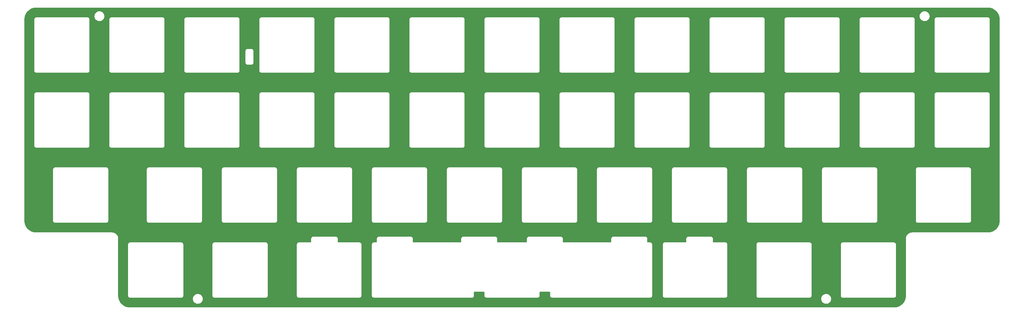
<source format=gtl>
%TF.GenerationSoftware,KiCad,Pcbnew,7.0.6*%
%TF.CreationDate,2023-09-07T16:15:18-04:00*%
%TF.ProjectId,Vault45_Alpha_FR4_Plate_Switch_Blocker_Cutouts,5661756c-7434-4355-9f41-6c7068615f46,rev?*%
%TF.SameCoordinates,PX1c63012PY7616bd0*%
%TF.FileFunction,Copper,L1,Top*%
%TF.FilePolarity,Positive*%
%FSLAX46Y46*%
G04 Gerber Fmt 4.6, Leading zero omitted, Abs format (unit mm)*
G04 Created by KiCad (PCBNEW 7.0.6) date 2023-09-07 16:15:18*
%MOMM*%
%LPD*%
G01*
G04 APERTURE LIST*
G04 APERTURE END LIST*
%TA.AperFunction,NonConductor*%
G36*
X244802818Y76219136D02*
G01*
X244805882Y76218981D01*
X244926275Y76209827D01*
X244955104Y76207634D01*
X244958219Y76207318D01*
X245085155Y76191189D01*
X245099014Y76189428D01*
X245105232Y76188638D01*
X245108306Y76188169D01*
X245252987Y76162332D01*
X245256026Y76161709D01*
X245335908Y76143273D01*
X245398109Y76128918D01*
X245401078Y76128154D01*
X245540514Y76088558D01*
X245543385Y76087665D01*
X245679934Y76041463D01*
X245682704Y76040449D01*
X245816140Y75987838D01*
X245818884Y75986677D01*
X245949055Y75927827D01*
X245951740Y75926533D01*
X246078416Y75861654D01*
X246081031Y75860234D01*
X246204097Y75789471D01*
X246206600Y75787950D01*
X246325787Y75711542D01*
X246328249Y75709879D01*
X246366428Y75682729D01*
X246443439Y75627964D01*
X246445817Y75626186D01*
X246556798Y75538972D01*
X246559083Y75537086D01*
X246603667Y75498467D01*
X246665675Y75444755D01*
X246667854Y75442774D01*
X246769885Y75345498D01*
X246771976Y75343407D01*
X246869262Y75241368D01*
X246871230Y75239203D01*
X246949464Y75148887D01*
X246963585Y75132585D01*
X246965470Y75130300D01*
X247052684Y75019319D01*
X247054462Y75016941D01*
X247136369Y74901763D01*
X247138026Y74899311D01*
X247143090Y74891412D01*
X247214433Y74780127D01*
X247215986Y74777570D01*
X247286725Y74654543D01*
X247288160Y74651901D01*
X247353031Y74525242D01*
X247354343Y74522519D01*
X247413168Y74392401D01*
X247414344Y74389621D01*
X247466934Y74256239D01*
X247467971Y74253407D01*
X247514151Y74116926D01*
X247515064Y74113991D01*
X247554647Y73974600D01*
X247555417Y73971605D01*
X247588208Y73829525D01*
X247588831Y73826481D01*
X247614665Y73681819D01*
X247615136Y73678734D01*
X247633816Y73531721D01*
X247634132Y73528606D01*
X247645477Y73379409D01*
X247645635Y73376286D01*
X247649500Y73223507D01*
X247649500Y22073492D01*
X247647607Y21998634D01*
X247645636Y21920725D01*
X247645477Y21917592D01*
X247634132Y21768395D01*
X247633816Y21765280D01*
X247615136Y21618267D01*
X247614665Y21615182D01*
X247588831Y21470520D01*
X247588208Y21467476D01*
X247555417Y21325396D01*
X247554647Y21322401D01*
X247515064Y21183010D01*
X247514151Y21180077D01*
X247467975Y21043607D01*
X247466934Y21040762D01*
X247414349Y20907391D01*
X247413165Y20904591D01*
X247354343Y20774481D01*
X247353031Y20771758D01*
X247288160Y20645100D01*
X247286725Y20642458D01*
X247215986Y20519431D01*
X247214433Y20516874D01*
X247138038Y20397708D01*
X247136369Y20395239D01*
X247054462Y20280059D01*
X247052684Y20277681D01*
X246965470Y20166700D01*
X246963585Y20164416D01*
X246894954Y20085186D01*
X246871262Y20057833D01*
X246871253Y20057823D01*
X246869262Y20055633D01*
X246771985Y19953604D01*
X246769895Y19951513D01*
X246667843Y19854216D01*
X246665654Y19852226D01*
X246559087Y19759916D01*
X246556801Y19758030D01*
X246445815Y19670813D01*
X246443437Y19669035D01*
X246328270Y19587136D01*
X246325800Y19585467D01*
X246206608Y19509054D01*
X246204050Y19507501D01*
X246081051Y19436778D01*
X246078409Y19435344D01*
X245951740Y19370468D01*
X245949022Y19369159D01*
X245948401Y19368877D01*
X245818917Y19310338D01*
X245816117Y19309154D01*
X245682742Y19256568D01*
X245679872Y19255518D01*
X245543413Y19209344D01*
X245540476Y19208431D01*
X245401098Y19168853D01*
X245398105Y19168083D01*
X245256026Y19135292D01*
X245252983Y19134669D01*
X245108318Y19108834D01*
X245105232Y19108363D01*
X244958219Y19089683D01*
X244955104Y19089367D01*
X244805907Y19078022D01*
X244802782Y19077864D01*
X244650007Y19073999D01*
X225346857Y19073999D01*
X225343078Y19074282D01*
X225339068Y19074078D01*
X225335933Y19073999D01*
X225335049Y19073999D01*
X225333225Y19073785D01*
X225187193Y19066411D01*
X225184324Y19066403D01*
X225184208Y19066392D01*
X225181426Y19065849D01*
X225037879Y19043941D01*
X225035326Y19043663D01*
X225034729Y19043541D01*
X225032264Y19042788D01*
X224894397Y19007339D01*
X224891529Y19006750D01*
X224891440Y19006722D01*
X224888768Y19005617D01*
X224756222Y18957105D01*
X224753756Y18956328D01*
X224753292Y18956132D01*
X224751028Y18954925D01*
X224681041Y18921210D01*
X224624925Y18894178D01*
X224622748Y18893247D01*
X224621969Y18892823D01*
X224620062Y18891559D01*
X224500936Y18819187D01*
X224498498Y18817844D01*
X224496334Y18816079D01*
X224385406Y18733128D01*
X224383215Y18731639D01*
X224382868Y18731353D01*
X224380998Y18729504D01*
X224278656Y18636489D01*
X224276390Y18634609D01*
X224274510Y18632343D01*
X224181495Y18530001D01*
X224179646Y18528131D01*
X224179360Y18527784D01*
X224177871Y18525593D01*
X224094920Y18414665D01*
X224093155Y18412501D01*
X224091812Y18410063D01*
X224019440Y18290937D01*
X224018176Y18289030D01*
X224017746Y18288240D01*
X224016817Y18286066D01*
X223956073Y18159967D01*
X223954868Y18157706D01*
X223954673Y18157246D01*
X223953892Y18154765D01*
X223905387Y18022242D01*
X223904274Y18019551D01*
X223904249Y18019470D01*
X223903660Y18016602D01*
X223881972Y17932250D01*
X223868211Y17878734D01*
X223867458Y17876270D01*
X223867336Y17875673D01*
X223867058Y17873120D01*
X223845150Y17729573D01*
X223844607Y17726791D01*
X223844596Y17726675D01*
X223844588Y17723807D01*
X223837196Y17577394D01*
X223837000Y17575635D01*
X223837000Y17575051D01*
X223836922Y17571951D01*
X223836718Y17567879D01*
X223837000Y17564116D01*
X223837000Y3023492D01*
X223834855Y2938669D01*
X223833136Y2870725D01*
X223832977Y2867592D01*
X223821632Y2718395D01*
X223821316Y2715280D01*
X223802636Y2568267D01*
X223802165Y2565182D01*
X223776331Y2420520D01*
X223775708Y2417476D01*
X223742917Y2275396D01*
X223742147Y2272401D01*
X223702564Y2133010D01*
X223701651Y2130077D01*
X223655475Y1993607D01*
X223654435Y1990765D01*
X223605987Y1867885D01*
X223601849Y1857391D01*
X223600665Y1854591D01*
X223541843Y1724481D01*
X223540531Y1721758D01*
X223475660Y1595100D01*
X223474225Y1592458D01*
X223403486Y1469431D01*
X223401933Y1466874D01*
X223325538Y1347708D01*
X223323869Y1345239D01*
X223241962Y1230059D01*
X223240184Y1227681D01*
X223152970Y1116700D01*
X223151085Y1114416D01*
X223094487Y1049076D01*
X223058762Y1007833D01*
X223058753Y1007823D01*
X223056762Y1005633D01*
X222959485Y903604D01*
X222957395Y901513D01*
X222855343Y804216D01*
X222853154Y802226D01*
X222746587Y709916D01*
X222744301Y708030D01*
X222633315Y620813D01*
X222630937Y619035D01*
X222515770Y537136D01*
X222513300Y535467D01*
X222394108Y459054D01*
X222391550Y457501D01*
X222268551Y386778D01*
X222265909Y385344D01*
X222139240Y320468D01*
X222136522Y319159D01*
X222135901Y318877D01*
X222006417Y260338D01*
X222003617Y259154D01*
X221870242Y206568D01*
X221867372Y205518D01*
X221730913Y159344D01*
X221727976Y158431D01*
X221588598Y118853D01*
X221585605Y118083D01*
X221443526Y85292D01*
X221440483Y84669D01*
X221295818Y58834D01*
X221292732Y58363D01*
X221145719Y39683D01*
X221142604Y39367D01*
X220993407Y28022D01*
X220990282Y27864D01*
X220837507Y23999D01*
X26812492Y23999D01*
X26659713Y27864D01*
X26656590Y28022D01*
X26507393Y39367D01*
X26504278Y39683D01*
X26357265Y58363D01*
X26354180Y58834D01*
X26209517Y84668D01*
X26206474Y85291D01*
X26064387Y118084D01*
X26061393Y118854D01*
X25922020Y158431D01*
X25919084Y159344D01*
X25782625Y205518D01*
X25779755Y206568D01*
X25647385Y258758D01*
X25646381Y259154D01*
X25643598Y260331D01*
X25513480Y319156D01*
X25510757Y320468D01*
X25384088Y385344D01*
X25381457Y386772D01*
X25258444Y457502D01*
X25255895Y459051D01*
X25222595Y480399D01*
X25136689Y535473D01*
X25134236Y537130D01*
X25019050Y619043D01*
X25016672Y620821D01*
X24905707Y708021D01*
X24903421Y709907D01*
X24796811Y802257D01*
X24794622Y804246D01*
X24724129Y871455D01*
X24692583Y901531D01*
X24690501Y903614D01*
X24593202Y1005669D01*
X24591268Y1007797D01*
X24498884Y1114449D01*
X24497051Y1116670D01*
X24409786Y1227715D01*
X24408052Y1230035D01*
X24326118Y1345252D01*
X24324464Y1347702D01*
X24302722Y1381616D01*
X24248037Y1466917D01*
X24246528Y1469402D01*
X24175765Y1592468D01*
X24174345Y1595083D01*
X24109466Y1721759D01*
X24108154Y1724481D01*
X24049319Y1854622D01*
X24048164Y1857352D01*
X23995550Y1990795D01*
X23994536Y1993565D01*
X23948334Y2130114D01*
X23947441Y2132985D01*
X23921831Y2223169D01*
X42777775Y2223169D01*
X42796840Y2005244D01*
X42796845Y2005194D01*
X42796845Y2005190D01*
X42853474Y1793847D01*
X42853476Y1793843D01*
X42853477Y1793839D01*
X42888297Y1719167D01*
X42945949Y1595531D01*
X42948101Y1592458D01*
X43071454Y1416292D01*
X43226175Y1261571D01*
X43405413Y1136067D01*
X43603722Y1043594D01*
X43603727Y1043593D01*
X43603731Y1043591D01*
X43628801Y1036874D01*
X43638827Y1034188D01*
X43641934Y1033267D01*
X43645996Y1031948D01*
X43646000Y1031946D01*
X43654029Y1030115D01*
X43815075Y986962D01*
X43856259Y983359D01*
X43864646Y982041D01*
X43901719Y973578D01*
X43933887Y976568D01*
X44033052Y967892D01*
X44078343Y971855D01*
X44086513Y972027D01*
X44089246Y971904D01*
X44089248Y971905D01*
X44094801Y971654D01*
X44094815Y971655D01*
X44124700Y970313D01*
X44154531Y978520D01*
X44251029Y986962D01*
X44298967Y999808D01*
X44306695Y1001359D01*
X44308408Y1001592D01*
X44311765Y1002046D01*
X44311767Y1002047D01*
X44313871Y1002332D01*
X44313892Y1002335D01*
X44344661Y1006503D01*
X44371334Y1019198D01*
X44427484Y1034243D01*
X44462372Y1043591D01*
X44462375Y1043593D01*
X44462382Y1043594D01*
X44511234Y1066375D01*
X44518245Y1069137D01*
X44525326Y1071437D01*
X44525329Y1071439D01*
X44527304Y1072080D01*
X44527315Y1072084D01*
X44554705Y1080984D01*
X44577569Y1097307D01*
X44660691Y1136067D01*
X44708380Y1169460D01*
X44714554Y1173265D01*
X44723065Y1177844D01*
X44723067Y1177847D01*
X44725524Y1179168D01*
X44727965Y1180481D01*
X44727971Y1180485D01*
X44748204Y1191373D01*
X44766825Y1210384D01*
X44839929Y1261571D01*
X44884234Y1305877D01*
X44889388Y1310484D01*
X44898626Y1317850D01*
X44898630Y1317856D01*
X44902520Y1320957D01*
X44903918Y1321529D01*
X44907351Y1324810D01*
X44919091Y1334173D01*
X44933232Y1354875D01*
X44994650Y1416292D01*
X45033198Y1471345D01*
X45037258Y1476528D01*
X45045508Y1485971D01*
X45048074Y1487605D01*
X45053706Y1495356D01*
X45061997Y1504847D01*
X45071648Y1526257D01*
X45120154Y1595530D01*
X45150514Y1660638D01*
X45153468Y1666209D01*
X45154698Y1668270D01*
X45157829Y1673510D01*
X45161128Y1676563D01*
X45167257Y1689288D01*
X45172447Y1697975D01*
X45177804Y1719163D01*
X45212627Y1793839D01*
X45213157Y1795815D01*
X45214233Y1799836D01*
X45232460Y1867859D01*
X45234291Y1873565D01*
X45235931Y1877936D01*
X45239454Y1882622D01*
X45244360Y1900397D01*
X45247013Y1907467D01*
X45248464Y1927586D01*
X45248479Y1927639D01*
X45269259Y2005192D01*
X45276368Y2086461D01*
X45277125Y2092099D01*
X45280536Y2110893D01*
X45280536Y2110895D01*
X45282903Y2123937D01*
X45281119Y2136935D01*
X45281190Y2140122D01*
X45281404Y2144020D01*
X45288329Y2223169D01*
X45288325Y2223220D01*
X202338707Y2223220D01*
X202338712Y2223167D01*
X202350178Y2092099D01*
X202357777Y2005247D01*
X202357777Y2005243D01*
X202414406Y1793900D01*
X202414408Y1793896D01*
X202414409Y1793892D01*
X202446776Y1724481D01*
X202506881Y1595584D01*
X202509070Y1592458D01*
X202632386Y1416345D01*
X202787107Y1261624D01*
X202966345Y1136120D01*
X203164654Y1043647D01*
X203164659Y1043646D01*
X203164663Y1043644D01*
X203189733Y1036927D01*
X203199759Y1034241D01*
X203202866Y1033320D01*
X203206928Y1032001D01*
X203206932Y1031999D01*
X203214961Y1030168D01*
X203376007Y987015D01*
X203417191Y983412D01*
X203425578Y982094D01*
X203462651Y973631D01*
X203494819Y976621D01*
X203593984Y967945D01*
X203639275Y971908D01*
X203647445Y972080D01*
X203650178Y971957D01*
X203650180Y971958D01*
X203655733Y971707D01*
X203655747Y971708D01*
X203685632Y970366D01*
X203715463Y978573D01*
X203811961Y987015D01*
X203859899Y999861D01*
X203867627Y1001412D01*
X203869340Y1001645D01*
X203872697Y1002099D01*
X203872699Y1002100D01*
X203874803Y1002385D01*
X203874824Y1002388D01*
X203905593Y1006556D01*
X203932266Y1019251D01*
X203988218Y1034243D01*
X204023304Y1043644D01*
X204023307Y1043646D01*
X204023314Y1043647D01*
X204072166Y1066428D01*
X204079177Y1069190D01*
X204086258Y1071490D01*
X204086261Y1071492D01*
X204088236Y1072133D01*
X204088247Y1072137D01*
X204115637Y1081037D01*
X204138501Y1097360D01*
X204221623Y1136120D01*
X204269313Y1169514D01*
X204275479Y1173313D01*
X204276770Y1174009D01*
X204283997Y1177897D01*
X204284002Y1177902D01*
X204288897Y1180534D01*
X204288903Y1180538D01*
X204309136Y1191426D01*
X204327757Y1210437D01*
X204400861Y1261624D01*
X204445177Y1305941D01*
X204450324Y1310540D01*
X204459558Y1317903D01*
X204459558Y1317904D01*
X204462500Y1320249D01*
X204463429Y1320991D01*
X204464834Y1321566D01*
X204468283Y1324863D01*
X204480023Y1334226D01*
X204494164Y1354928D01*
X204555582Y1416345D01*
X204594130Y1471398D01*
X204598190Y1476581D01*
X204606440Y1486024D01*
X204609006Y1487658D01*
X204614638Y1495409D01*
X204622929Y1504900D01*
X204632580Y1526310D01*
X204681086Y1595583D01*
X204711446Y1660691D01*
X204714400Y1666262D01*
X204715630Y1668323D01*
X204718761Y1673563D01*
X204722060Y1676616D01*
X204728189Y1689341D01*
X204733379Y1698028D01*
X204738736Y1719216D01*
X204773559Y1793892D01*
X204774089Y1795868D01*
X204775165Y1799889D01*
X204793392Y1867912D01*
X204795223Y1873618D01*
X204796863Y1877989D01*
X204800386Y1882675D01*
X204805292Y1900450D01*
X204807945Y1907520D01*
X204809396Y1927639D01*
X204826309Y1990756D01*
X204830191Y2005245D01*
X204837300Y2086514D01*
X204838057Y2092152D01*
X204841468Y2110946D01*
X204841468Y2110948D01*
X204843835Y2123990D01*
X204842051Y2136988D01*
X204842122Y2140175D01*
X204842337Y2144083D01*
X204849261Y2223222D01*
X204842340Y2302322D01*
X204842124Y2306259D01*
X204842097Y2307395D01*
X204842054Y2309338D01*
X204844538Y2318581D01*
X204838059Y2354282D01*
X204837300Y2359934D01*
X204830191Y2441199D01*
X204809395Y2518811D01*
X204809759Y2534099D01*
X204805292Y2546000D01*
X204801328Y2560361D01*
X204796863Y2568458D01*
X204795228Y2572813D01*
X204793389Y2578545D01*
X204773559Y2652552D01*
X204738736Y2727228D01*
X204736247Y2743617D01*
X204728188Y2757105D01*
X204723252Y2767353D01*
X204718767Y2772874D01*
X204714402Y2780179D01*
X204711439Y2785767D01*
X204681110Y2850808D01*
X204681088Y2850856D01*
X204681085Y2850861D01*
X204679143Y2853634D01*
X204632581Y2920133D01*
X204626887Y2937017D01*
X204614639Y2951036D01*
X204610116Y2957261D01*
X204606437Y2960425D01*
X204598207Y2969845D01*
X204594108Y2975079D01*
X204555583Y3030098D01*
X204531393Y3054288D01*
X204494164Y3091517D01*
X204485045Y3108217D01*
X204468283Y3121584D01*
X204465541Y3124205D01*
X204463452Y3125436D01*
X204450337Y3135895D01*
X204445150Y3140531D01*
X204400862Y3184819D01*
X204400853Y3184826D01*
X204327756Y3236010D01*
X204315146Y3251786D01*
X204275489Y3273126D01*
X204269302Y3276939D01*
X204221627Y3310322D01*
X204138502Y3349084D01*
X204122492Y3363182D01*
X204079200Y3377248D01*
X204072151Y3380025D01*
X204023316Y3402796D01*
X204023314Y3402797D01*
X204007677Y3406987D01*
X203932257Y3427197D01*
X203913103Y3438873D01*
X203867624Y3445034D01*
X203859893Y3446586D01*
X203811969Y3459428D01*
X203811955Y3459430D01*
X203715456Y3467872D01*
X203693559Y3476438D01*
X203647447Y3474366D01*
X203639255Y3474540D01*
X203593990Y3478499D01*
X203593981Y3478499D01*
X203494804Y3469823D01*
X203470733Y3474661D01*
X203425577Y3464352D01*
X203417175Y3463032D01*
X203376004Y3459429D01*
X203277163Y3432945D01*
X203251607Y3433554D01*
X203213014Y3417053D01*
X203196365Y3411295D01*
X203164651Y3402797D01*
X202966345Y3310324D01*
X202966341Y3310322D01*
X202787105Y3184820D01*
X202632386Y3030101D01*
X202506884Y2850865D01*
X202506882Y2850861D01*
X202414410Y2652554D01*
X202414406Y2652545D01*
X202357777Y2441202D01*
X202357777Y2441199D01*
X202355702Y2417476D01*
X202338707Y2223225D01*
X202338707Y2223220D01*
X45288325Y2223220D01*
X45281408Y2302283D01*
X45281192Y2306206D01*
X45281165Y2307342D01*
X45281122Y2309285D01*
X45283606Y2318528D01*
X45277127Y2354229D01*
X45276368Y2359881D01*
X45269259Y2441146D01*
X45248463Y2518758D01*
X45248827Y2534046D01*
X45244360Y2545947D01*
X45240396Y2560308D01*
X45235931Y2568405D01*
X45234296Y2572760D01*
X45232457Y2578492D01*
X45212627Y2652499D01*
X45177804Y2727175D01*
X45175315Y2743564D01*
X45167256Y2757052D01*
X45162320Y2767300D01*
X45157835Y2772821D01*
X45153470Y2780126D01*
X45150507Y2785714D01*
X45120154Y2850807D01*
X45071649Y2920080D01*
X45065955Y2936964D01*
X45053707Y2950983D01*
X45049184Y2957208D01*
X45045505Y2960372D01*
X45037275Y2969792D01*
X45033176Y2975026D01*
X44994651Y3030045D01*
X44970408Y3054288D01*
X44933232Y3091464D01*
X44924113Y3108164D01*
X44907351Y3121531D01*
X44904609Y3124152D01*
X44902520Y3125383D01*
X44889405Y3135842D01*
X44884218Y3140478D01*
X44839930Y3184766D01*
X44839921Y3184773D01*
X44766824Y3235957D01*
X44754214Y3251733D01*
X44714557Y3273073D01*
X44708370Y3276886D01*
X44660695Y3310269D01*
X44660581Y3310322D01*
X44577570Y3349031D01*
X44561560Y3363129D01*
X44518268Y3377195D01*
X44511219Y3379972D01*
X44462384Y3402743D01*
X44462382Y3402744D01*
X44446745Y3406934D01*
X44371325Y3427144D01*
X44352171Y3438820D01*
X44306692Y3444981D01*
X44298961Y3446533D01*
X44251037Y3459375D01*
X44251023Y3459377D01*
X44154524Y3467819D01*
X44132627Y3476385D01*
X44086515Y3474313D01*
X44078323Y3474487D01*
X44033058Y3478446D01*
X44033049Y3478446D01*
X43933872Y3469770D01*
X43909801Y3474608D01*
X43864645Y3464299D01*
X43856243Y3462979D01*
X43815072Y3459376D01*
X43716231Y3432892D01*
X43690675Y3433501D01*
X43652082Y3417000D01*
X43635433Y3411242D01*
X43603719Y3402744D01*
X43405413Y3310271D01*
X43405409Y3310269D01*
X43226173Y3184767D01*
X43071454Y3030048D01*
X42945952Y2850812D01*
X42945950Y2850808D01*
X42873100Y2694580D01*
X42853499Y2652545D01*
X42853478Y2652501D01*
X42853474Y2652492D01*
X42796845Y2441149D01*
X42796845Y2441146D01*
X42794906Y2418987D01*
X42777780Y2223222D01*
X42777775Y2223169D01*
X23921831Y2223169D01*
X23907845Y2272421D01*
X23907079Y2275400D01*
X23899246Y2309338D01*
X23874289Y2417476D01*
X23873667Y2420516D01*
X23856123Y2518756D01*
X23847830Y2565193D01*
X23847361Y2568267D01*
X23847343Y2568405D01*
X23843768Y2596547D01*
X23828681Y2715280D01*
X23828365Y2718395D01*
X23825426Y2757052D01*
X23817018Y2867617D01*
X23816863Y2870679D01*
X23812999Y3023493D01*
X23812999Y16048317D01*
X26336854Y16048317D01*
X26337000Y16045345D01*
X26337000Y3051459D01*
X26336864Y3048491D01*
X26337294Y3045553D01*
X26339528Y3023394D01*
X26346031Y2958878D01*
X26346036Y2958393D01*
X26347156Y2947627D01*
X26350376Y2937180D01*
X26350507Y2936864D01*
X26371950Y2867787D01*
X26372828Y2864960D01*
X26372956Y2864351D01*
X26376318Y2853681D01*
X26381091Y2844907D01*
X26421176Y2771057D01*
X26422464Y2768662D01*
X26422498Y2768621D01*
X26422500Y2768618D01*
X26422501Y2768617D01*
X26423749Y2767119D01*
X26481089Y2697622D01*
X26483586Y2694580D01*
X26484529Y2693815D01*
X26548153Y2641321D01*
X26548308Y2641165D01*
X26557659Y2633466D01*
X26557700Y2633444D01*
X26557703Y2633442D01*
X26557705Y2633442D01*
X26558684Y2632922D01*
X26632546Y2592830D01*
X26633799Y2591992D01*
X26642630Y2587347D01*
X26642634Y2587344D01*
X26642637Y2587343D01*
X26642687Y2587317D01*
X26642724Y2587306D01*
X26642725Y2587305D01*
X26642726Y2587305D01*
X26654892Y2583533D01*
X26654891Y2583531D01*
X26654963Y2583518D01*
X26725382Y2561658D01*
X26726193Y2561319D01*
X26736581Y2558171D01*
X26736583Y2558170D01*
X26736584Y2558170D01*
X26736630Y2558156D01*
X26736677Y2558152D01*
X26736678Y2558151D01*
X26736678Y2558152D01*
X26749161Y2556899D01*
X26749160Y2556895D01*
X26749236Y2556895D01*
X26834248Y2548326D01*
X26837342Y2547857D01*
X26840460Y2547999D01*
X39834360Y2547999D01*
X39837573Y2547843D01*
X39837786Y2547854D01*
X39840965Y2548347D01*
X39925763Y2556895D01*
X39926185Y2556895D01*
X39938313Y2558152D01*
X39938321Y2558151D01*
X39938328Y2558154D01*
X39938373Y2558158D01*
X39938410Y2558170D01*
X39938416Y2558170D01*
X39938421Y2558173D01*
X39949699Y2561633D01*
X39950151Y2561824D01*
X40019926Y2583484D01*
X40020409Y2583581D01*
X40032270Y2587305D01*
X40032274Y2587305D01*
X40032277Y2587307D01*
X40032316Y2587319D01*
X40032358Y2587343D01*
X40032365Y2587344D01*
X40032369Y2587349D01*
X40043876Y2593574D01*
X40044073Y2593711D01*
X40115887Y2632691D01*
X40117293Y2633442D01*
X40117296Y2633442D01*
X40117298Y2633444D01*
X40117334Y2633463D01*
X40117372Y2633496D01*
X40117379Y2633499D01*
X40117383Y2633505D01*
X40117981Y2634010D01*
X40181307Y2686258D01*
X40181538Y2686410D01*
X40191373Y2694550D01*
X40191376Y2694551D01*
X40191377Y2694553D01*
X40191409Y2694579D01*
X40191443Y2694620D01*
X40191447Y2694623D01*
X40191449Y2694628D01*
X40199270Y2704013D01*
X40199640Y2704568D01*
X40201515Y2706840D01*
X40249655Y2765188D01*
X40252495Y2768616D01*
X40252499Y2768618D01*
X40252500Y2768622D01*
X40252531Y2768658D01*
X40252552Y2768698D01*
X40252556Y2768702D01*
X40252557Y2768708D01*
X40253437Y2770349D01*
X40253822Y2771057D01*
X40292611Y2842521D01*
X40293026Y2843130D01*
X40298676Y2853674D01*
X40298690Y2853720D01*
X40298694Y2853726D01*
X40298694Y2853734D01*
X40302339Y2865253D01*
X40302480Y2865961D01*
X40324175Y2935848D01*
X40324363Y2936292D01*
X40327827Y2947580D01*
X40327829Y2947583D01*
X40327829Y2947587D01*
X40327842Y2947628D01*
X40327846Y2947675D01*
X40327848Y2947678D01*
X40327847Y2947682D01*
X40329091Y2959571D01*
X40329091Y2960108D01*
X40336141Y3030045D01*
X40337652Y3045027D01*
X40338145Y3048208D01*
X40338147Y3048246D01*
X40338000Y3051460D01*
X40338000Y16045344D01*
X40338145Y16048317D01*
X47768104Y16048317D01*
X47768250Y16045345D01*
X47768250Y3051459D01*
X47768114Y3048491D01*
X47768544Y3045553D01*
X47770778Y3023394D01*
X47777281Y2958878D01*
X47777286Y2958393D01*
X47778406Y2947627D01*
X47781626Y2937180D01*
X47781757Y2936864D01*
X47803200Y2867787D01*
X47804078Y2864960D01*
X47804206Y2864351D01*
X47807568Y2853681D01*
X47812341Y2844907D01*
X47852426Y2771057D01*
X47853714Y2768662D01*
X47853748Y2768621D01*
X47853750Y2768618D01*
X47853751Y2768617D01*
X47854999Y2767119D01*
X47912339Y2697622D01*
X47914836Y2694580D01*
X47915779Y2693815D01*
X47979403Y2641321D01*
X47979558Y2641165D01*
X47988909Y2633466D01*
X47988950Y2633444D01*
X47988953Y2633442D01*
X47988955Y2633442D01*
X47989934Y2632922D01*
X48063796Y2592830D01*
X48065049Y2591992D01*
X48073880Y2587347D01*
X48073884Y2587344D01*
X48073887Y2587343D01*
X48073937Y2587317D01*
X48073974Y2587306D01*
X48073975Y2587305D01*
X48073976Y2587305D01*
X48086142Y2583533D01*
X48086141Y2583531D01*
X48086213Y2583518D01*
X48156632Y2561658D01*
X48157443Y2561319D01*
X48167831Y2558171D01*
X48167833Y2558170D01*
X48167834Y2558170D01*
X48167880Y2558156D01*
X48167927Y2558152D01*
X48167928Y2558151D01*
X48167928Y2558152D01*
X48180411Y2556899D01*
X48180410Y2556895D01*
X48180486Y2556895D01*
X48265498Y2548326D01*
X48268592Y2547857D01*
X48271710Y2547999D01*
X61265610Y2547999D01*
X61268823Y2547843D01*
X61269036Y2547854D01*
X61272215Y2548347D01*
X61357013Y2556895D01*
X61357435Y2556895D01*
X61369563Y2558152D01*
X61369571Y2558151D01*
X61369578Y2558154D01*
X61369623Y2558158D01*
X61369660Y2558170D01*
X61369666Y2558170D01*
X61369671Y2558173D01*
X61380949Y2561633D01*
X61381401Y2561824D01*
X61451176Y2583484D01*
X61451659Y2583581D01*
X61463520Y2587305D01*
X61463524Y2587305D01*
X61463527Y2587307D01*
X61463566Y2587319D01*
X61463608Y2587343D01*
X61463615Y2587344D01*
X61463619Y2587349D01*
X61475126Y2593574D01*
X61475323Y2593711D01*
X61547137Y2632691D01*
X61548543Y2633442D01*
X61548546Y2633442D01*
X61548548Y2633444D01*
X61548584Y2633463D01*
X61548622Y2633496D01*
X61548629Y2633499D01*
X61548633Y2633505D01*
X61549231Y2634010D01*
X61612557Y2686258D01*
X61612788Y2686410D01*
X61622623Y2694550D01*
X61622626Y2694551D01*
X61622627Y2694553D01*
X61622659Y2694579D01*
X61622693Y2694620D01*
X61622697Y2694623D01*
X61622699Y2694628D01*
X61630520Y2704013D01*
X61630890Y2704568D01*
X61632765Y2706840D01*
X61680905Y2765188D01*
X61683745Y2768616D01*
X61683749Y2768618D01*
X61683750Y2768622D01*
X61683781Y2768658D01*
X61683802Y2768698D01*
X61683806Y2768702D01*
X61683807Y2768708D01*
X61684687Y2770349D01*
X61685072Y2771057D01*
X61723861Y2842521D01*
X61724276Y2843130D01*
X61729926Y2853674D01*
X61729940Y2853720D01*
X61729944Y2853726D01*
X61729944Y2853734D01*
X61733589Y2865253D01*
X61733730Y2865961D01*
X61755425Y2935848D01*
X61755613Y2936292D01*
X61759077Y2947580D01*
X61759079Y2947583D01*
X61759079Y2947587D01*
X61759092Y2947628D01*
X61759096Y2947675D01*
X61759098Y2947678D01*
X61759097Y2947682D01*
X61760341Y2959571D01*
X61760341Y2960108D01*
X61767391Y3030045D01*
X61768902Y3045027D01*
X61769395Y3048208D01*
X61769397Y3048246D01*
X61769250Y3051460D01*
X61769250Y16045344D01*
X61769395Y16048312D01*
X69199353Y16048312D01*
X69199499Y16045340D01*
X69199500Y3051460D01*
X69199364Y3048491D01*
X69199794Y3045553D01*
X69202028Y3023394D01*
X69208531Y2958878D01*
X69208536Y2958393D01*
X69209656Y2947627D01*
X69212876Y2937180D01*
X69213007Y2936864D01*
X69234450Y2867787D01*
X69235328Y2864960D01*
X69235456Y2864351D01*
X69238818Y2853681D01*
X69243591Y2844907D01*
X69283676Y2771057D01*
X69284964Y2768662D01*
X69284998Y2768621D01*
X69285000Y2768618D01*
X69285001Y2768617D01*
X69286249Y2767119D01*
X69343589Y2697622D01*
X69346086Y2694580D01*
X69347029Y2693815D01*
X69410653Y2641321D01*
X69410808Y2641165D01*
X69420159Y2633466D01*
X69420200Y2633444D01*
X69420203Y2633442D01*
X69420205Y2633442D01*
X69421184Y2632922D01*
X69495046Y2592830D01*
X69496299Y2591992D01*
X69505130Y2587347D01*
X69505134Y2587344D01*
X69505137Y2587343D01*
X69505187Y2587317D01*
X69505224Y2587306D01*
X69505225Y2587305D01*
X69505226Y2587305D01*
X69517392Y2583533D01*
X69517391Y2583531D01*
X69517463Y2583518D01*
X69587882Y2561658D01*
X69588693Y2561319D01*
X69599081Y2558171D01*
X69599083Y2558170D01*
X69599084Y2558170D01*
X69599130Y2558156D01*
X69599177Y2558152D01*
X69599178Y2558151D01*
X69599178Y2558152D01*
X69611661Y2556899D01*
X69611660Y2556895D01*
X69611736Y2556895D01*
X69696748Y2548326D01*
X69699842Y2547857D01*
X69702960Y2547999D01*
X85077860Y2547999D01*
X85081073Y2547843D01*
X85081286Y2547854D01*
X85084465Y2548347D01*
X85169263Y2556895D01*
X85169685Y2556895D01*
X85181813Y2558152D01*
X85181821Y2558151D01*
X85181828Y2558154D01*
X85181873Y2558158D01*
X85181910Y2558170D01*
X85181916Y2558170D01*
X85181921Y2558173D01*
X85193199Y2561633D01*
X85193651Y2561824D01*
X85263426Y2583484D01*
X85263909Y2583581D01*
X85275770Y2587305D01*
X85275774Y2587305D01*
X85275777Y2587307D01*
X85275816Y2587319D01*
X85275858Y2587343D01*
X85275865Y2587344D01*
X85275869Y2587349D01*
X85287376Y2593574D01*
X85287573Y2593711D01*
X85359387Y2632691D01*
X85360793Y2633442D01*
X85360796Y2633442D01*
X85360798Y2633444D01*
X85360834Y2633463D01*
X85360872Y2633496D01*
X85360879Y2633499D01*
X85360883Y2633505D01*
X85361481Y2634010D01*
X85424807Y2686258D01*
X85425038Y2686410D01*
X85434873Y2694550D01*
X85434876Y2694551D01*
X85434877Y2694553D01*
X85434909Y2694579D01*
X85434943Y2694620D01*
X85434947Y2694623D01*
X85434949Y2694628D01*
X85442770Y2704013D01*
X85443140Y2704568D01*
X85445015Y2706840D01*
X85493155Y2765188D01*
X85495995Y2768616D01*
X85495999Y2768618D01*
X85496000Y2768622D01*
X85496031Y2768658D01*
X85496052Y2768698D01*
X85496056Y2768702D01*
X85496057Y2768708D01*
X85496937Y2770349D01*
X85497322Y2771057D01*
X85536111Y2842521D01*
X85536526Y2843130D01*
X85542176Y2853674D01*
X85542190Y2853720D01*
X85542194Y2853726D01*
X85542194Y2853734D01*
X85545839Y2865253D01*
X85545980Y2865961D01*
X85567675Y2935848D01*
X85567863Y2936292D01*
X85571327Y2947580D01*
X85571329Y2947583D01*
X85571329Y2947587D01*
X85571342Y2947628D01*
X85571346Y2947675D01*
X85571348Y2947678D01*
X85571347Y2947682D01*
X85572591Y2959571D01*
X85572591Y2960108D01*
X85579641Y3030045D01*
X85581152Y3045027D01*
X85581645Y3048208D01*
X85581647Y3048246D01*
X85581500Y3051460D01*
X85581500Y16045344D01*
X85581644Y16048298D01*
X88249354Y16048298D01*
X88249500Y16045326D01*
X88249500Y3054286D01*
X88249364Y3051318D01*
X88249794Y3048380D01*
X88252017Y3026332D01*
X88258531Y2961705D01*
X88258536Y2961220D01*
X88259656Y2950454D01*
X88262876Y2940007D01*
X88263007Y2939691D01*
X88284949Y2869009D01*
X88285328Y2867787D01*
X88285456Y2867178D01*
X88288818Y2856508D01*
X88293591Y2847734D01*
X88333679Y2773878D01*
X88334963Y2771490D01*
X88336249Y2769946D01*
X88393589Y2700449D01*
X88396086Y2697407D01*
X88397029Y2696642D01*
X88460653Y2644148D01*
X88460808Y2643992D01*
X88470159Y2636293D01*
X88470200Y2636271D01*
X88470203Y2636269D01*
X88470205Y2636269D01*
X88471184Y2635749D01*
X88545046Y2595657D01*
X88546299Y2594819D01*
X88555130Y2590174D01*
X88555134Y2590171D01*
X88555137Y2590170D01*
X88555187Y2590144D01*
X88555224Y2590133D01*
X88555225Y2590132D01*
X88555226Y2590132D01*
X88567392Y2586360D01*
X88567391Y2586358D01*
X88567463Y2586345D01*
X88637882Y2564485D01*
X88638693Y2564146D01*
X88649081Y2560998D01*
X88649083Y2560997D01*
X88649084Y2560997D01*
X88649130Y2560983D01*
X88649177Y2560979D01*
X88649178Y2560978D01*
X88649178Y2560979D01*
X88661661Y2559726D01*
X88661660Y2559722D01*
X88661736Y2559722D01*
X88746748Y2551153D01*
X88749892Y2550676D01*
X88749986Y2550672D01*
X88753147Y2550826D01*
X113652333Y2548001D01*
X113655636Y2547830D01*
X113658914Y2548327D01*
X113743910Y2556895D01*
X113744332Y2556895D01*
X113756460Y2558152D01*
X113756468Y2558151D01*
X113756475Y2558154D01*
X113756520Y2558158D01*
X113756557Y2558170D01*
X113756563Y2558170D01*
X113756568Y2558173D01*
X113767846Y2561633D01*
X113768298Y2561824D01*
X113838073Y2583484D01*
X113838556Y2583581D01*
X113850417Y2587305D01*
X113850421Y2587305D01*
X113850424Y2587307D01*
X113850463Y2587319D01*
X113850505Y2587343D01*
X113850512Y2587344D01*
X113850516Y2587349D01*
X113862023Y2593574D01*
X113862220Y2593711D01*
X113934034Y2632691D01*
X113935440Y2633442D01*
X113935443Y2633442D01*
X113935445Y2633444D01*
X113935481Y2633463D01*
X113935519Y2633496D01*
X113935526Y2633499D01*
X113935530Y2633505D01*
X113936128Y2634010D01*
X113999454Y2686258D01*
X113999685Y2686410D01*
X114009520Y2694550D01*
X114009523Y2694551D01*
X114009524Y2694553D01*
X114009556Y2694579D01*
X114009590Y2694620D01*
X114009594Y2694623D01*
X114009596Y2694628D01*
X114017417Y2704013D01*
X114017787Y2704568D01*
X114019662Y2706840D01*
X114067802Y2765188D01*
X114070642Y2768616D01*
X114070646Y2768618D01*
X114070647Y2768622D01*
X114070678Y2768658D01*
X114070699Y2768698D01*
X114070703Y2768702D01*
X114070704Y2768708D01*
X114071584Y2770349D01*
X114071969Y2771057D01*
X114110758Y2842521D01*
X114111173Y2843130D01*
X114116823Y2853674D01*
X114116837Y2853720D01*
X114116841Y2853726D01*
X114116841Y2853734D01*
X114120486Y2865253D01*
X114120627Y2865961D01*
X114142322Y2935848D01*
X114142510Y2936292D01*
X114145974Y2947580D01*
X114145976Y2947583D01*
X114145976Y2947587D01*
X114145989Y2947628D01*
X114145993Y2947675D01*
X114145995Y2947678D01*
X114145994Y2947682D01*
X114147238Y2959571D01*
X114147238Y2960108D01*
X114154288Y3030045D01*
X114155799Y3045027D01*
X114156292Y3048208D01*
X114156294Y3048246D01*
X114156147Y3051461D01*
X114156148Y3893999D01*
X114175833Y3961039D01*
X114228637Y4006793D01*
X114280148Y4017999D01*
X116700501Y4017999D01*
X116767540Y3998314D01*
X116813295Y3945510D01*
X116824500Y3894000D01*
X116824500Y3472722D01*
X116824500Y3054286D01*
X116824364Y3051318D01*
X116824794Y3048380D01*
X116827017Y3026332D01*
X116833531Y2961705D01*
X116833536Y2961220D01*
X116834656Y2950454D01*
X116837876Y2940007D01*
X116838007Y2939691D01*
X116859949Y2869009D01*
X116860328Y2867787D01*
X116860456Y2867178D01*
X116863818Y2856508D01*
X116868591Y2847734D01*
X116908679Y2773878D01*
X116909963Y2771490D01*
X116911249Y2769946D01*
X116968589Y2700449D01*
X116971086Y2697407D01*
X116972029Y2696642D01*
X117035653Y2644148D01*
X117035808Y2643992D01*
X117045159Y2636293D01*
X117045200Y2636271D01*
X117045203Y2636269D01*
X117045205Y2636269D01*
X117046184Y2635749D01*
X117120046Y2595657D01*
X117121299Y2594819D01*
X117130130Y2590174D01*
X117130134Y2590171D01*
X117130137Y2590170D01*
X117130187Y2590144D01*
X117130224Y2590133D01*
X117130225Y2590132D01*
X117130226Y2590132D01*
X117142392Y2586360D01*
X117142391Y2586358D01*
X117142463Y2586345D01*
X117212882Y2564485D01*
X117213693Y2564146D01*
X117224081Y2560998D01*
X117224083Y2560997D01*
X117224084Y2560997D01*
X117224130Y2560983D01*
X117224177Y2560979D01*
X117224178Y2560978D01*
X117224178Y2560979D01*
X117236661Y2559726D01*
X117236660Y2559722D01*
X117236736Y2559722D01*
X117321748Y2551153D01*
X117324842Y2550684D01*
X117327960Y2550826D01*
X130321860Y2550826D01*
X130325073Y2550670D01*
X130325286Y2550681D01*
X130328465Y2551174D01*
X130413263Y2559722D01*
X130413685Y2559722D01*
X130425813Y2560979D01*
X130425821Y2560978D01*
X130425828Y2560981D01*
X130425873Y2560985D01*
X130425910Y2560997D01*
X130425916Y2560997D01*
X130425921Y2561000D01*
X130437199Y2564460D01*
X130437651Y2564651D01*
X130507426Y2586311D01*
X130507909Y2586408D01*
X130519770Y2590132D01*
X130519774Y2590132D01*
X130519777Y2590134D01*
X130519816Y2590146D01*
X130519858Y2590170D01*
X130519865Y2590171D01*
X130519869Y2590176D01*
X130531376Y2596401D01*
X130531573Y2596538D01*
X130603387Y2635518D01*
X130604793Y2636269D01*
X130604796Y2636269D01*
X130604798Y2636271D01*
X130604834Y2636290D01*
X130604872Y2636323D01*
X130604879Y2636326D01*
X130604883Y2636332D01*
X130605481Y2636837D01*
X130668807Y2689085D01*
X130669038Y2689237D01*
X130678873Y2697377D01*
X130678876Y2697378D01*
X130678877Y2697380D01*
X130678909Y2697406D01*
X130678943Y2697447D01*
X130678947Y2697450D01*
X130678949Y2697455D01*
X130686770Y2706840D01*
X130687140Y2707395D01*
X130693646Y2715280D01*
X130737225Y2768099D01*
X130739995Y2771443D01*
X130739999Y2771445D01*
X130740000Y2771449D01*
X130740031Y2771485D01*
X130740052Y2771525D01*
X130740056Y2771529D01*
X130740057Y2771535D01*
X130740937Y2773176D01*
X130744710Y2780126D01*
X130780111Y2845348D01*
X130780526Y2845957D01*
X130786176Y2856501D01*
X130786190Y2856547D01*
X130786194Y2856553D01*
X130786194Y2856561D01*
X130789839Y2868080D01*
X130789980Y2868788D01*
X130811675Y2938675D01*
X130811863Y2939119D01*
X130815327Y2950407D01*
X130815329Y2950410D01*
X130815329Y2950414D01*
X130815342Y2950455D01*
X130815346Y2950502D01*
X130815348Y2950505D01*
X130815347Y2950509D01*
X130816591Y2962398D01*
X130816591Y2962935D01*
X130823356Y3030045D01*
X130825152Y3047854D01*
X130825645Y3051035D01*
X130825647Y3051078D01*
X130825500Y3054288D01*
X130825502Y3893999D01*
X130845187Y3961039D01*
X130897991Y4006793D01*
X130949502Y4017999D01*
X133369546Y4017999D01*
X133436585Y3998314D01*
X133482340Y3945510D01*
X133493546Y3893999D01*
X133493546Y3051078D01*
X133493450Y3048670D01*
X133493493Y3047816D01*
X133493861Y3045359D01*
X133502578Y2958878D01*
X133502583Y2958393D01*
X133503703Y2947627D01*
X133506923Y2937180D01*
X133507054Y2936864D01*
X133528497Y2867787D01*
X133529375Y2864960D01*
X133529503Y2864351D01*
X133532863Y2853687D01*
X133537760Y2844503D01*
X133538282Y2843719D01*
X133578041Y2770470D01*
X133579012Y2768658D01*
X133579485Y2768102D01*
X133632474Y2703879D01*
X133632813Y2703378D01*
X133640127Y2694588D01*
X133649338Y2686959D01*
X133649603Y2686781D01*
X133707038Y2639393D01*
X133714163Y2633501D01*
X133714165Y2633499D01*
X133714167Y2633498D01*
X133714202Y2633469D01*
X133714246Y2633446D01*
X133714249Y2633443D01*
X133714252Y2633443D01*
X133715966Y2632522D01*
X133789088Y2592832D01*
X133790343Y2591994D01*
X133799177Y2587347D01*
X133799181Y2587344D01*
X133799184Y2587343D01*
X133799234Y2587317D01*
X133799271Y2587306D01*
X133799272Y2587305D01*
X133799273Y2587305D01*
X133811439Y2583533D01*
X133811438Y2583531D01*
X133811510Y2583518D01*
X133881929Y2561658D01*
X133882740Y2561319D01*
X133893128Y2558171D01*
X133893130Y2558170D01*
X133893131Y2558170D01*
X133893177Y2558156D01*
X133893224Y2558152D01*
X133893225Y2558151D01*
X133893225Y2558152D01*
X133905708Y2556899D01*
X133905707Y2556895D01*
X133905783Y2556895D01*
X133990795Y2548326D01*
X133993889Y2547857D01*
X133997007Y2547999D01*
X158896860Y2547999D01*
X158900073Y2547843D01*
X158900286Y2547854D01*
X158903465Y2548347D01*
X158988263Y2556895D01*
X158988685Y2556895D01*
X159000813Y2558152D01*
X159000821Y2558151D01*
X159000828Y2558154D01*
X159000873Y2558158D01*
X159000910Y2558170D01*
X159000916Y2558170D01*
X159000921Y2558173D01*
X159012199Y2561633D01*
X159012651Y2561824D01*
X159082426Y2583484D01*
X159082909Y2583581D01*
X159094770Y2587305D01*
X159094774Y2587305D01*
X159094777Y2587307D01*
X159094816Y2587319D01*
X159094858Y2587343D01*
X159094865Y2587344D01*
X159094869Y2587349D01*
X159106376Y2593574D01*
X159106573Y2593711D01*
X159178387Y2632691D01*
X159179793Y2633442D01*
X159179796Y2633442D01*
X159179798Y2633444D01*
X159179834Y2633463D01*
X159179872Y2633496D01*
X159179879Y2633499D01*
X159179883Y2633505D01*
X159180481Y2634010D01*
X159243807Y2686258D01*
X159244038Y2686410D01*
X159253873Y2694550D01*
X159253876Y2694551D01*
X159253877Y2694553D01*
X159253909Y2694579D01*
X159253943Y2694620D01*
X159253947Y2694623D01*
X159253949Y2694628D01*
X159261770Y2704013D01*
X159262140Y2704568D01*
X159264015Y2706840D01*
X159312155Y2765188D01*
X159314995Y2768616D01*
X159314999Y2768618D01*
X159315000Y2768622D01*
X159315031Y2768658D01*
X159315052Y2768698D01*
X159315056Y2768702D01*
X159315057Y2768708D01*
X159315937Y2770349D01*
X159316322Y2771057D01*
X159355111Y2842521D01*
X159355526Y2843130D01*
X159361176Y2853674D01*
X159361190Y2853720D01*
X159361194Y2853726D01*
X159361194Y2853734D01*
X159364839Y2865253D01*
X159364980Y2865961D01*
X159386675Y2935848D01*
X159386863Y2936292D01*
X159390327Y2947580D01*
X159390329Y2947583D01*
X159390329Y2947587D01*
X159390342Y2947628D01*
X159390346Y2947675D01*
X159390348Y2947678D01*
X159390347Y2947682D01*
X159391591Y2959571D01*
X159391591Y2960108D01*
X159398641Y3030045D01*
X159400152Y3045027D01*
X159400645Y3048208D01*
X159400647Y3048246D01*
X159400500Y3051460D01*
X159400500Y16045344D01*
X159400645Y16048317D01*
X162105354Y16048317D01*
X162105500Y16045345D01*
X162105500Y3051459D01*
X162105364Y3048491D01*
X162105794Y3045553D01*
X162108028Y3023394D01*
X162114531Y2958878D01*
X162114536Y2958393D01*
X162115656Y2947627D01*
X162118876Y2937180D01*
X162119007Y2936864D01*
X162140450Y2867787D01*
X162141328Y2864960D01*
X162141456Y2864351D01*
X162144818Y2853681D01*
X162149591Y2844907D01*
X162189676Y2771057D01*
X162190964Y2768662D01*
X162190998Y2768621D01*
X162191000Y2768618D01*
X162191001Y2768617D01*
X162192249Y2767119D01*
X162249589Y2697622D01*
X162252086Y2694580D01*
X162253029Y2693815D01*
X162316653Y2641321D01*
X162316808Y2641165D01*
X162326159Y2633466D01*
X162326200Y2633444D01*
X162326203Y2633442D01*
X162326205Y2633442D01*
X162327184Y2632922D01*
X162401046Y2592830D01*
X162402299Y2591992D01*
X162411130Y2587347D01*
X162411134Y2587344D01*
X162411137Y2587343D01*
X162411187Y2587317D01*
X162411224Y2587306D01*
X162411225Y2587305D01*
X162411226Y2587305D01*
X162423392Y2583533D01*
X162423391Y2583531D01*
X162423463Y2583518D01*
X162493882Y2561658D01*
X162494693Y2561319D01*
X162505081Y2558171D01*
X162505083Y2558170D01*
X162505084Y2558170D01*
X162505130Y2558156D01*
X162505177Y2558152D01*
X162505178Y2558151D01*
X162505178Y2558152D01*
X162517661Y2556899D01*
X162517660Y2556895D01*
X162517736Y2556895D01*
X162602748Y2548326D01*
X162605842Y2547857D01*
X162608960Y2547999D01*
X177983860Y2547999D01*
X177987073Y2547843D01*
X177987286Y2547854D01*
X177990465Y2548347D01*
X178075263Y2556895D01*
X178075685Y2556895D01*
X178087813Y2558152D01*
X178087821Y2558151D01*
X178087828Y2558154D01*
X178087873Y2558158D01*
X178087910Y2558170D01*
X178087916Y2558170D01*
X178087921Y2558173D01*
X178099199Y2561633D01*
X178099651Y2561824D01*
X178169426Y2583484D01*
X178169909Y2583581D01*
X178181770Y2587305D01*
X178181774Y2587305D01*
X178181777Y2587307D01*
X178181816Y2587319D01*
X178181858Y2587343D01*
X178181865Y2587344D01*
X178181869Y2587349D01*
X178193376Y2593574D01*
X178193573Y2593711D01*
X178265387Y2632691D01*
X178266793Y2633442D01*
X178266796Y2633442D01*
X178266798Y2633444D01*
X178266834Y2633463D01*
X178266872Y2633496D01*
X178266879Y2633499D01*
X178266883Y2633505D01*
X178267481Y2634010D01*
X178330807Y2686258D01*
X178331038Y2686410D01*
X178340873Y2694550D01*
X178340876Y2694551D01*
X178340877Y2694553D01*
X178340909Y2694579D01*
X178340943Y2694620D01*
X178340947Y2694623D01*
X178340949Y2694628D01*
X178348770Y2704013D01*
X178349140Y2704568D01*
X178351015Y2706840D01*
X178399155Y2765188D01*
X178401995Y2768616D01*
X178401999Y2768618D01*
X178402000Y2768622D01*
X178402031Y2768658D01*
X178402052Y2768698D01*
X178402056Y2768702D01*
X178402057Y2768708D01*
X178402937Y2770349D01*
X178403322Y2771057D01*
X178442111Y2842521D01*
X178442526Y2843130D01*
X178448176Y2853674D01*
X178448190Y2853720D01*
X178448194Y2853726D01*
X178448194Y2853734D01*
X178451839Y2865253D01*
X178451980Y2865961D01*
X178473675Y2935848D01*
X178473863Y2936292D01*
X178477327Y2947580D01*
X178477329Y2947583D01*
X178477329Y2947587D01*
X178477342Y2947628D01*
X178477346Y2947675D01*
X178477348Y2947678D01*
X178477347Y2947682D01*
X178478591Y2959571D01*
X178478591Y2960108D01*
X178485641Y3030045D01*
X178487152Y3045027D01*
X178487645Y3048208D01*
X178487647Y3048246D01*
X178487500Y3051460D01*
X178487500Y16045344D01*
X178487645Y16048317D01*
X185880604Y16048317D01*
X185880750Y16045345D01*
X185880750Y3051459D01*
X185880614Y3048491D01*
X185881044Y3045553D01*
X185883278Y3023394D01*
X185889781Y2958878D01*
X185889786Y2958393D01*
X185890906Y2947627D01*
X185894126Y2937180D01*
X185894257Y2936864D01*
X185915700Y2867787D01*
X185916578Y2864960D01*
X185916706Y2864351D01*
X185920068Y2853681D01*
X185924841Y2844907D01*
X185964926Y2771057D01*
X185966214Y2768662D01*
X185966248Y2768621D01*
X185966250Y2768618D01*
X185966251Y2768617D01*
X185967499Y2767119D01*
X186024839Y2697622D01*
X186027336Y2694580D01*
X186028279Y2693815D01*
X186091903Y2641321D01*
X186092058Y2641165D01*
X186101409Y2633466D01*
X186101450Y2633444D01*
X186101453Y2633442D01*
X186101455Y2633442D01*
X186102434Y2632922D01*
X186176296Y2592830D01*
X186177549Y2591992D01*
X186186380Y2587347D01*
X186186384Y2587344D01*
X186186387Y2587343D01*
X186186437Y2587317D01*
X186186474Y2587306D01*
X186186475Y2587305D01*
X186186476Y2587305D01*
X186198642Y2583533D01*
X186198641Y2583531D01*
X186198713Y2583518D01*
X186269132Y2561658D01*
X186269943Y2561319D01*
X186280331Y2558171D01*
X186280333Y2558170D01*
X186280334Y2558170D01*
X186280380Y2558156D01*
X186280427Y2558152D01*
X186280428Y2558151D01*
X186280428Y2558152D01*
X186292911Y2556899D01*
X186292910Y2556895D01*
X186292986Y2556895D01*
X186377998Y2548326D01*
X186381092Y2547857D01*
X186384210Y2547999D01*
X199378110Y2547999D01*
X199381323Y2547843D01*
X199381536Y2547854D01*
X199384715Y2548347D01*
X199469513Y2556895D01*
X199469935Y2556895D01*
X199482063Y2558152D01*
X199482071Y2558151D01*
X199482078Y2558154D01*
X199482123Y2558158D01*
X199482160Y2558170D01*
X199482166Y2558170D01*
X199482171Y2558173D01*
X199493449Y2561633D01*
X199493901Y2561824D01*
X199563676Y2583484D01*
X199564159Y2583581D01*
X199576020Y2587305D01*
X199576024Y2587305D01*
X199576027Y2587307D01*
X199576066Y2587319D01*
X199576108Y2587343D01*
X199576115Y2587344D01*
X199576119Y2587349D01*
X199587626Y2593574D01*
X199587823Y2593711D01*
X199659637Y2632691D01*
X199661043Y2633442D01*
X199661046Y2633442D01*
X199661048Y2633444D01*
X199661084Y2633463D01*
X199661122Y2633496D01*
X199661129Y2633499D01*
X199661133Y2633505D01*
X199661731Y2634010D01*
X199725057Y2686258D01*
X199725288Y2686410D01*
X199735123Y2694550D01*
X199735126Y2694551D01*
X199735127Y2694553D01*
X199735159Y2694579D01*
X199735193Y2694620D01*
X199735197Y2694623D01*
X199735199Y2694628D01*
X199743020Y2704013D01*
X199743390Y2704568D01*
X199745265Y2706840D01*
X199793405Y2765188D01*
X199796245Y2768616D01*
X199796249Y2768618D01*
X199796250Y2768622D01*
X199796281Y2768658D01*
X199796302Y2768698D01*
X199796306Y2768702D01*
X199796307Y2768708D01*
X199797187Y2770349D01*
X199797572Y2771057D01*
X199836361Y2842521D01*
X199836776Y2843130D01*
X199842426Y2853674D01*
X199842440Y2853720D01*
X199842444Y2853726D01*
X199842444Y2853734D01*
X199846089Y2865253D01*
X199846230Y2865961D01*
X199867925Y2935848D01*
X199868113Y2936292D01*
X199871577Y2947580D01*
X199871579Y2947583D01*
X199871579Y2947587D01*
X199871592Y2947628D01*
X199871596Y2947675D01*
X199871598Y2947678D01*
X199871597Y2947682D01*
X199872841Y2959571D01*
X199872841Y2960108D01*
X199879891Y3030045D01*
X199881402Y3045027D01*
X199881895Y3048208D01*
X199881897Y3048246D01*
X199881750Y3051460D01*
X199881750Y16045344D01*
X199881895Y16048312D01*
X207311853Y16048312D01*
X207311999Y16045340D01*
X207312000Y3051460D01*
X207311864Y3048491D01*
X207312294Y3045553D01*
X207314528Y3023394D01*
X207321031Y2958878D01*
X207321036Y2958393D01*
X207322156Y2947627D01*
X207325376Y2937180D01*
X207325507Y2936864D01*
X207346950Y2867787D01*
X207347828Y2864960D01*
X207347956Y2864351D01*
X207351318Y2853681D01*
X207356091Y2844907D01*
X207396176Y2771057D01*
X207397464Y2768662D01*
X207397498Y2768621D01*
X207397500Y2768618D01*
X207397501Y2768617D01*
X207398749Y2767119D01*
X207456089Y2697622D01*
X207458586Y2694580D01*
X207459529Y2693815D01*
X207523153Y2641321D01*
X207523308Y2641165D01*
X207532659Y2633466D01*
X207532700Y2633444D01*
X207532703Y2633442D01*
X207532705Y2633442D01*
X207533684Y2632922D01*
X207607546Y2592830D01*
X207608799Y2591992D01*
X207617630Y2587347D01*
X207617634Y2587344D01*
X207617637Y2587343D01*
X207617687Y2587317D01*
X207617724Y2587306D01*
X207617725Y2587305D01*
X207617726Y2587305D01*
X207629892Y2583533D01*
X207629891Y2583531D01*
X207629963Y2583518D01*
X207700382Y2561658D01*
X207701193Y2561319D01*
X207711581Y2558171D01*
X207711583Y2558170D01*
X207711584Y2558170D01*
X207711630Y2558156D01*
X207711677Y2558152D01*
X207711678Y2558151D01*
X207711678Y2558152D01*
X207724161Y2556899D01*
X207724160Y2556895D01*
X207724236Y2556895D01*
X207809248Y2548326D01*
X207812342Y2547857D01*
X207815460Y2547999D01*
X220809360Y2547999D01*
X220812573Y2547843D01*
X220812786Y2547854D01*
X220815965Y2548347D01*
X220900763Y2556895D01*
X220901185Y2556895D01*
X220913313Y2558152D01*
X220913321Y2558151D01*
X220913328Y2558154D01*
X220913373Y2558158D01*
X220913410Y2558170D01*
X220913416Y2558170D01*
X220913421Y2558173D01*
X220924699Y2561633D01*
X220925151Y2561824D01*
X220994926Y2583484D01*
X220995409Y2583581D01*
X221007270Y2587305D01*
X221007274Y2587305D01*
X221007277Y2587307D01*
X221007316Y2587319D01*
X221007358Y2587343D01*
X221007365Y2587344D01*
X221007369Y2587349D01*
X221018876Y2593574D01*
X221019073Y2593711D01*
X221090887Y2632691D01*
X221092293Y2633442D01*
X221092296Y2633442D01*
X221092298Y2633444D01*
X221092334Y2633463D01*
X221092372Y2633496D01*
X221092379Y2633499D01*
X221092383Y2633505D01*
X221092981Y2634010D01*
X221156307Y2686258D01*
X221156538Y2686410D01*
X221166373Y2694550D01*
X221166376Y2694551D01*
X221166377Y2694553D01*
X221166409Y2694579D01*
X221166443Y2694620D01*
X221166447Y2694623D01*
X221166449Y2694628D01*
X221174270Y2704013D01*
X221174640Y2704568D01*
X221176515Y2706840D01*
X221224655Y2765188D01*
X221227495Y2768616D01*
X221227499Y2768618D01*
X221227500Y2768622D01*
X221227531Y2768658D01*
X221227552Y2768698D01*
X221227556Y2768702D01*
X221227557Y2768708D01*
X221228437Y2770349D01*
X221228822Y2771057D01*
X221267611Y2842521D01*
X221268026Y2843130D01*
X221273676Y2853674D01*
X221273690Y2853720D01*
X221273694Y2853726D01*
X221273694Y2853734D01*
X221277339Y2865253D01*
X221277480Y2865961D01*
X221299175Y2935848D01*
X221299363Y2936292D01*
X221302827Y2947580D01*
X221302829Y2947583D01*
X221302829Y2947587D01*
X221302842Y2947628D01*
X221302846Y2947675D01*
X221302848Y2947678D01*
X221302847Y2947682D01*
X221304091Y2959571D01*
X221304091Y2960108D01*
X221311141Y3030045D01*
X221312652Y3045027D01*
X221313145Y3048208D01*
X221313147Y3048246D01*
X221313000Y3051460D01*
X221313000Y16045344D01*
X221313154Y16048506D01*
X221313149Y16048610D01*
X221312673Y16051756D01*
X221304104Y16136761D01*
X221304104Y16136839D01*
X221304100Y16136838D01*
X221302843Y16149369D01*
X221299680Y16159806D01*
X221299341Y16160617D01*
X221277409Y16231269D01*
X221277335Y16231641D01*
X221273694Y16243270D01*
X221273694Y16243273D01*
X221273692Y16243276D01*
X221273678Y16243322D01*
X221268618Y16252847D01*
X221267990Y16253781D01*
X221228087Y16327297D01*
X221227535Y16328337D01*
X221219839Y16337684D01*
X221219678Y16337844D01*
X221166961Y16401739D01*
X221166411Y16402421D01*
X221165264Y16403353D01*
X221093879Y16462250D01*
X221092338Y16463534D01*
X221089951Y16464817D01*
X221016141Y16504881D01*
X221007317Y16509681D01*
X220996648Y16513043D01*
X220996040Y16513171D01*
X220924135Y16535492D01*
X220923819Y16535623D01*
X220913372Y16538843D01*
X220902606Y16539963D01*
X220902121Y16539968D01*
X220865944Y16543615D01*
X220815446Y16548705D01*
X220812419Y16549148D01*
X220809360Y16548999D01*
X207815460Y16548999D01*
X207812584Y16549131D01*
X207809747Y16548725D01*
X207719878Y16539667D01*
X207719817Y16539664D01*
X207711633Y16538844D01*
X207711584Y16538830D01*
X207711583Y16538829D01*
X207711581Y16538829D01*
X207702027Y16535917D01*
X207701376Y16535652D01*
X207628555Y16513047D01*
X207628036Y16512936D01*
X207617681Y16509680D01*
X207608824Y16504953D01*
X207608073Y16504456D01*
X207533907Y16464200D01*
X207532659Y16463534D01*
X207527447Y16459222D01*
X207468358Y16410469D01*
X207459735Y16403353D01*
X207459440Y16403110D01*
X207458577Y16402411D01*
X207457923Y16401601D01*
X207401512Y16333230D01*
X207397466Y16328341D01*
X207396800Y16327092D01*
X207356830Y16253456D01*
X207356601Y16253113D01*
X207351320Y16243322D01*
X207347911Y16232374D01*
X207347867Y16232168D01*
X207325347Y16159622D01*
X207325081Y16158968D01*
X207322155Y16149366D01*
X207321335Y16141182D01*
X207321332Y16141121D01*
X207312274Y16051252D01*
X207311853Y16048312D01*
X199881895Y16048312D01*
X199881904Y16048506D01*
X199881899Y16048610D01*
X199881423Y16051756D01*
X199872854Y16136761D01*
X199872854Y16136839D01*
X199872850Y16136838D01*
X199871593Y16149369D01*
X199868430Y16159806D01*
X199868091Y16160617D01*
X199846159Y16231269D01*
X199846085Y16231641D01*
X199842444Y16243270D01*
X199842444Y16243273D01*
X199842442Y16243276D01*
X199842428Y16243322D01*
X199837368Y16252847D01*
X199836740Y16253781D01*
X199796837Y16327297D01*
X199796285Y16328337D01*
X199788589Y16337684D01*
X199788428Y16337844D01*
X199735711Y16401739D01*
X199735161Y16402421D01*
X199734014Y16403353D01*
X199662629Y16462250D01*
X199661088Y16463534D01*
X199658701Y16464817D01*
X199584891Y16504881D01*
X199576067Y16509681D01*
X199565398Y16513043D01*
X199564790Y16513171D01*
X199492885Y16535492D01*
X199492569Y16535623D01*
X199482122Y16538843D01*
X199471356Y16539963D01*
X199470871Y16539968D01*
X199434694Y16543615D01*
X199384196Y16548705D01*
X199381169Y16549148D01*
X199378110Y16548999D01*
X186384210Y16548999D01*
X186381334Y16549131D01*
X186378497Y16548725D01*
X186288628Y16539667D01*
X186288567Y16539664D01*
X186280383Y16538844D01*
X186280334Y16538830D01*
X186280333Y16538829D01*
X186280331Y16538829D01*
X186270777Y16535917D01*
X186270126Y16535652D01*
X186197305Y16513047D01*
X186196786Y16512936D01*
X186186431Y16509680D01*
X186177574Y16504953D01*
X186176823Y16504456D01*
X186102657Y16464200D01*
X186101409Y16463534D01*
X186096197Y16459222D01*
X186037108Y16410469D01*
X186028485Y16403353D01*
X186028190Y16403110D01*
X186027327Y16402411D01*
X186026673Y16401601D01*
X185970262Y16333230D01*
X185966216Y16328341D01*
X185965550Y16327092D01*
X185925580Y16253456D01*
X185925351Y16253113D01*
X185920070Y16243322D01*
X185916661Y16232374D01*
X185916617Y16232168D01*
X185894097Y16159622D01*
X185893831Y16158968D01*
X185890905Y16149366D01*
X185890085Y16141182D01*
X185890082Y16141121D01*
X185881024Y16051252D01*
X185880604Y16048317D01*
X178487645Y16048317D01*
X178487654Y16048506D01*
X178487649Y16048610D01*
X178487173Y16051756D01*
X178478604Y16136761D01*
X178478604Y16136839D01*
X178478600Y16136838D01*
X178477343Y16149369D01*
X178474180Y16159806D01*
X178473841Y16160617D01*
X178451909Y16231269D01*
X178451835Y16231641D01*
X178448194Y16243270D01*
X178448194Y16243273D01*
X178448192Y16243276D01*
X178448178Y16243322D01*
X178443118Y16252847D01*
X178442490Y16253781D01*
X178402587Y16327297D01*
X178402035Y16328337D01*
X178394339Y16337684D01*
X178394178Y16337844D01*
X178341461Y16401739D01*
X178340911Y16402421D01*
X178339764Y16403353D01*
X178268379Y16462250D01*
X178266838Y16463534D01*
X178264451Y16464817D01*
X178190641Y16504881D01*
X178181817Y16509681D01*
X178171148Y16513043D01*
X178170540Y16513171D01*
X178098635Y16535492D01*
X178098319Y16535623D01*
X178087872Y16538843D01*
X178077106Y16539963D01*
X178076621Y16539968D01*
X178040444Y16543615D01*
X177989946Y16548705D01*
X177986919Y16549148D01*
X177983860Y16548999D01*
X174948499Y16548999D01*
X174881460Y16568684D01*
X174835705Y16621488D01*
X174824499Y16672999D01*
X174824499Y17514950D01*
X174824681Y17518262D01*
X174824193Y17521554D01*
X174815604Y17606763D01*
X174815604Y17606839D01*
X174815600Y17606838D01*
X174814343Y17619369D01*
X174811180Y17629806D01*
X174810841Y17630617D01*
X174788909Y17701269D01*
X174788835Y17701641D01*
X174785194Y17713270D01*
X174785194Y17713273D01*
X174785192Y17713276D01*
X174785178Y17713322D01*
X174780118Y17722847D01*
X174779490Y17723781D01*
X174777919Y17726675D01*
X174766111Y17748430D01*
X174739587Y17797297D01*
X174739035Y17798337D01*
X174731339Y17807684D01*
X174731178Y17807844D01*
X174678461Y17871739D01*
X174677911Y17872421D01*
X174676764Y17873353D01*
X174605379Y17932250D01*
X174603838Y17933534D01*
X174601451Y17934817D01*
X174527641Y17974881D01*
X174518817Y17979681D01*
X174508148Y17983043D01*
X174507540Y17983171D01*
X174435635Y18005492D01*
X174435319Y18005623D01*
X174424872Y18008843D01*
X174414106Y18009963D01*
X174413621Y18009968D01*
X174377444Y18013615D01*
X174326946Y18018705D01*
X174323919Y18019148D01*
X174320860Y18018999D01*
X168576960Y18018999D01*
X168574084Y18019131D01*
X168571247Y18018725D01*
X168481378Y18009667D01*
X168481317Y18009664D01*
X168473133Y18008844D01*
X168473084Y18008830D01*
X168473083Y18008829D01*
X168473081Y18008829D01*
X168463527Y18005917D01*
X168462876Y18005652D01*
X168390055Y17983047D01*
X168389536Y17982936D01*
X168379181Y17979680D01*
X168370324Y17974953D01*
X168369573Y17974456D01*
X168295407Y17934200D01*
X168294159Y17933534D01*
X168288947Y17929222D01*
X168229858Y17880469D01*
X168221235Y17873353D01*
X168220940Y17873110D01*
X168220077Y17872411D01*
X168219423Y17871601D01*
X168163012Y17803230D01*
X168158966Y17798341D01*
X168158300Y17797092D01*
X168118330Y17723456D01*
X168118101Y17723113D01*
X168112820Y17713322D01*
X168109411Y17702374D01*
X168109367Y17702168D01*
X168086847Y17629622D01*
X168086581Y17628968D01*
X168083655Y17619366D01*
X168082834Y17611181D01*
X168082832Y17611122D01*
X168073795Y17521453D01*
X168073442Y17519043D01*
X168073397Y17518138D01*
X168073499Y17515748D01*
X168073499Y16672999D01*
X168053814Y16605960D01*
X168001010Y16560205D01*
X167949499Y16548999D01*
X162608960Y16548999D01*
X162606084Y16549131D01*
X162603247Y16548725D01*
X162513378Y16539667D01*
X162513317Y16539664D01*
X162505133Y16538844D01*
X162505084Y16538830D01*
X162505083Y16538829D01*
X162505081Y16538829D01*
X162495527Y16535917D01*
X162494876Y16535652D01*
X162422055Y16513047D01*
X162421536Y16512936D01*
X162411181Y16509680D01*
X162402324Y16504953D01*
X162401573Y16504456D01*
X162327407Y16464200D01*
X162326159Y16463534D01*
X162320947Y16459222D01*
X162261858Y16410469D01*
X162253235Y16403353D01*
X162252940Y16403110D01*
X162252077Y16402411D01*
X162251423Y16401601D01*
X162195012Y16333230D01*
X162190966Y16328341D01*
X162190300Y16327092D01*
X162150330Y16253456D01*
X162150101Y16253113D01*
X162144820Y16243322D01*
X162141411Y16232374D01*
X162141367Y16232168D01*
X162118847Y16159622D01*
X162118581Y16158968D01*
X162115655Y16149366D01*
X162114835Y16141182D01*
X162114832Y16141121D01*
X162105774Y16051252D01*
X162105354Y16048317D01*
X159400645Y16048317D01*
X159400654Y16048506D01*
X159400649Y16048610D01*
X159400173Y16051756D01*
X159391604Y16136761D01*
X159391604Y16136839D01*
X159391600Y16136838D01*
X159390343Y16149369D01*
X159387180Y16159806D01*
X159386841Y16160617D01*
X159364909Y16231269D01*
X159364835Y16231641D01*
X159361194Y16243270D01*
X159361194Y16243273D01*
X159361192Y16243276D01*
X159361178Y16243322D01*
X159356118Y16252847D01*
X159355490Y16253781D01*
X159315587Y16327297D01*
X159315035Y16328337D01*
X159307339Y16337684D01*
X159307178Y16337844D01*
X159254461Y16401739D01*
X159253911Y16402421D01*
X159252764Y16403353D01*
X159181379Y16462250D01*
X159179838Y16463534D01*
X159177451Y16464817D01*
X159103641Y16504881D01*
X159094817Y16509681D01*
X159084148Y16513043D01*
X159083540Y16513171D01*
X159011635Y16535492D01*
X159011319Y16535623D01*
X159000872Y16538843D01*
X158990106Y16539963D01*
X158989621Y16539968D01*
X158953444Y16543615D01*
X158902946Y16548705D01*
X158899919Y16549148D01*
X158896860Y16548999D01*
X158274347Y16548999D01*
X158207308Y16568684D01*
X158161553Y16621488D01*
X158150347Y16672999D01*
X158150347Y17515344D01*
X158150501Y17518506D01*
X158150496Y17518610D01*
X158150020Y17521756D01*
X158145581Y17565787D01*
X158141451Y17606763D01*
X158141451Y17606839D01*
X158141447Y17606838D01*
X158140190Y17619369D01*
X158137027Y17629806D01*
X158136688Y17630617D01*
X158114756Y17701269D01*
X158114682Y17701641D01*
X158111041Y17713270D01*
X158111041Y17713273D01*
X158111039Y17713276D01*
X158111025Y17713322D01*
X158105965Y17722847D01*
X158105337Y17723781D01*
X158103766Y17726675D01*
X158091958Y17748430D01*
X158065434Y17797297D01*
X158064882Y17798337D01*
X158057186Y17807684D01*
X158057025Y17807844D01*
X158004308Y17871739D01*
X158003758Y17872421D01*
X158002611Y17873353D01*
X157931226Y17932250D01*
X157929685Y17933534D01*
X157927298Y17934817D01*
X157853488Y17974881D01*
X157844664Y17979681D01*
X157833995Y17983043D01*
X157833387Y17983171D01*
X157761482Y18005492D01*
X157761166Y18005623D01*
X157750719Y18008843D01*
X157739953Y18009963D01*
X157739468Y18009968D01*
X157703291Y18013615D01*
X157652793Y18018705D01*
X157649766Y18019148D01*
X157646707Y18018999D01*
X149526635Y18018999D01*
X149523759Y18019131D01*
X149520922Y18018725D01*
X149431053Y18009667D01*
X149430992Y18009664D01*
X149422808Y18008844D01*
X149422759Y18008830D01*
X149422758Y18008829D01*
X149422756Y18008829D01*
X149413202Y18005917D01*
X149412551Y18005652D01*
X149339730Y17983047D01*
X149339211Y17982936D01*
X149328856Y17979680D01*
X149319999Y17974953D01*
X149319248Y17974456D01*
X149245082Y17934200D01*
X149243834Y17933534D01*
X149238622Y17929222D01*
X149179533Y17880469D01*
X149170910Y17873353D01*
X149170615Y17873110D01*
X149169752Y17872411D01*
X149169098Y17871601D01*
X149112687Y17803230D01*
X149108641Y17798341D01*
X149107975Y17797092D01*
X149068005Y17723456D01*
X149067776Y17723113D01*
X149062495Y17713322D01*
X149059086Y17702374D01*
X149059042Y17702168D01*
X149036522Y17629622D01*
X149036256Y17628968D01*
X149033330Y17619366D01*
X149032510Y17611182D01*
X149032507Y17611121D01*
X149023449Y17521252D01*
X149023029Y17518317D01*
X149023175Y17515345D01*
X149023175Y16672998D01*
X149003490Y16605959D01*
X148950686Y16560204D01*
X148899175Y16548998D01*
X136848500Y16548998D01*
X136781461Y16568683D01*
X136735706Y16621487D01*
X136724500Y16672998D01*
X136724500Y17515344D01*
X136724654Y17518506D01*
X136724649Y17518610D01*
X136724173Y17521756D01*
X136719734Y17565787D01*
X136715604Y17606763D01*
X136715604Y17606839D01*
X136715600Y17606838D01*
X136714343Y17619369D01*
X136711180Y17629806D01*
X136710841Y17630617D01*
X136688909Y17701269D01*
X136688835Y17701641D01*
X136685194Y17713270D01*
X136685194Y17713273D01*
X136685192Y17713276D01*
X136685178Y17713322D01*
X136680118Y17722847D01*
X136679490Y17723781D01*
X136677919Y17726675D01*
X136666111Y17748430D01*
X136639587Y17797297D01*
X136639035Y17798337D01*
X136631339Y17807684D01*
X136631178Y17807844D01*
X136578461Y17871739D01*
X136577911Y17872421D01*
X136576764Y17873353D01*
X136505379Y17932250D01*
X136503838Y17933534D01*
X136501451Y17934817D01*
X136427641Y17974881D01*
X136418817Y17979681D01*
X136408148Y17983043D01*
X136407540Y17983171D01*
X136335635Y18005492D01*
X136335319Y18005623D01*
X136324872Y18008843D01*
X136314106Y18009963D01*
X136313621Y18009968D01*
X136277444Y18013615D01*
X136226946Y18018705D01*
X136223919Y18019148D01*
X136220860Y18018999D01*
X128102960Y18018999D01*
X128100084Y18019131D01*
X128097247Y18018725D01*
X128007378Y18009667D01*
X128007317Y18009664D01*
X127999133Y18008844D01*
X127999084Y18008830D01*
X127999083Y18008829D01*
X127999081Y18008829D01*
X127989527Y18005917D01*
X127988876Y18005652D01*
X127916055Y17983047D01*
X127915536Y17982936D01*
X127905181Y17979680D01*
X127896324Y17974953D01*
X127895573Y17974456D01*
X127821407Y17934200D01*
X127820159Y17933534D01*
X127814947Y17929222D01*
X127755858Y17880469D01*
X127747235Y17873353D01*
X127746940Y17873110D01*
X127746077Y17872411D01*
X127745423Y17871601D01*
X127689012Y17803230D01*
X127684966Y17798341D01*
X127684300Y17797092D01*
X127644330Y17723456D01*
X127644101Y17723113D01*
X127638820Y17713322D01*
X127635411Y17702374D01*
X127635367Y17702168D01*
X127612847Y17629622D01*
X127612581Y17628968D01*
X127609655Y17619366D01*
X127608835Y17611182D01*
X127608832Y17611121D01*
X127599774Y17521252D01*
X127599354Y17518317D01*
X127599500Y17515345D01*
X127599500Y16675829D01*
X127579815Y16608790D01*
X127527011Y16563035D01*
X127475500Y16551829D01*
X120173547Y16551829D01*
X120106508Y16571514D01*
X120060753Y16624318D01*
X120049547Y16675829D01*
X120049547Y17515344D01*
X120049701Y17518506D01*
X120049696Y17518610D01*
X120049220Y17521756D01*
X120044781Y17565787D01*
X120040651Y17606763D01*
X120040651Y17606839D01*
X120040647Y17606838D01*
X120039390Y17619369D01*
X120036227Y17629806D01*
X120035888Y17630617D01*
X120013956Y17701269D01*
X120013882Y17701641D01*
X120010241Y17713270D01*
X120010241Y17713273D01*
X120010239Y17713276D01*
X120010225Y17713322D01*
X120005165Y17722847D01*
X120004537Y17723781D01*
X120002966Y17726675D01*
X119991158Y17748430D01*
X119964634Y17797297D01*
X119964082Y17798337D01*
X119956386Y17807684D01*
X119956225Y17807844D01*
X119903508Y17871739D01*
X119902958Y17872421D01*
X119901811Y17873353D01*
X119830426Y17932250D01*
X119828885Y17933534D01*
X119826498Y17934817D01*
X119752688Y17974881D01*
X119743864Y17979681D01*
X119733195Y17983043D01*
X119732587Y17983171D01*
X119660682Y18005492D01*
X119660366Y18005623D01*
X119649919Y18008843D01*
X119639153Y18009963D01*
X119638668Y18009968D01*
X119602491Y18013615D01*
X119551993Y18018705D01*
X119548966Y18019148D01*
X119545907Y18018999D01*
X111427285Y18018999D01*
X111424409Y18019131D01*
X111421572Y18018725D01*
X111331703Y18009667D01*
X111331642Y18009664D01*
X111323458Y18008844D01*
X111323409Y18008830D01*
X111323408Y18008829D01*
X111323406Y18008829D01*
X111313852Y18005917D01*
X111313201Y18005652D01*
X111240380Y17983047D01*
X111239861Y17982936D01*
X111229506Y17979680D01*
X111220649Y17974953D01*
X111219898Y17974456D01*
X111145732Y17934200D01*
X111144484Y17933534D01*
X111139272Y17929222D01*
X111080183Y17880469D01*
X111071560Y17873353D01*
X111071265Y17873110D01*
X111070402Y17872411D01*
X111069748Y17871601D01*
X111013337Y17803230D01*
X111009291Y17798341D01*
X111008625Y17797092D01*
X110968655Y17723456D01*
X110968426Y17723113D01*
X110963145Y17713322D01*
X110959736Y17702374D01*
X110959692Y17702168D01*
X110937172Y17629622D01*
X110936906Y17628968D01*
X110933980Y17619366D01*
X110933160Y17611182D01*
X110933157Y17611121D01*
X110924099Y17521252D01*
X110923679Y17518317D01*
X110923825Y17515345D01*
X110923825Y16675801D01*
X110904140Y16608762D01*
X110851336Y16563007D01*
X110799854Y16551801D01*
X98748529Y16549028D01*
X98681485Y16568697D01*
X98635717Y16621491D01*
X98624500Y16673028D01*
X98624500Y17515344D01*
X98624654Y17518506D01*
X98624649Y17518610D01*
X98624173Y17521756D01*
X98619734Y17565787D01*
X98615604Y17606763D01*
X98615604Y17606839D01*
X98615600Y17606838D01*
X98614343Y17619369D01*
X98611180Y17629806D01*
X98610841Y17630617D01*
X98588909Y17701269D01*
X98588835Y17701641D01*
X98585194Y17713270D01*
X98585194Y17713273D01*
X98585192Y17713276D01*
X98585178Y17713322D01*
X98580118Y17722847D01*
X98579490Y17723781D01*
X98577919Y17726675D01*
X98566111Y17748430D01*
X98539587Y17797297D01*
X98539035Y17798337D01*
X98531339Y17807684D01*
X98531178Y17807844D01*
X98478461Y17871739D01*
X98477911Y17872421D01*
X98476764Y17873353D01*
X98405379Y17932250D01*
X98403838Y17933534D01*
X98401451Y17934817D01*
X98327641Y17974881D01*
X98318817Y17979681D01*
X98308148Y17983043D01*
X98307540Y17983171D01*
X98235635Y18005492D01*
X98235319Y18005623D01*
X98224872Y18008843D01*
X98214106Y18009963D01*
X98213621Y18009968D01*
X98177444Y18013615D01*
X98126946Y18018705D01*
X98123919Y18019148D01*
X98120860Y18018999D01*
X90002960Y18018999D01*
X90000084Y18019131D01*
X89997247Y18018725D01*
X89907378Y18009667D01*
X89907317Y18009664D01*
X89899133Y18008844D01*
X89899084Y18008830D01*
X89899083Y18008829D01*
X89899081Y18008829D01*
X89889527Y18005917D01*
X89888876Y18005652D01*
X89816055Y17983047D01*
X89815536Y17982936D01*
X89805181Y17979680D01*
X89796324Y17974953D01*
X89795573Y17974456D01*
X89721407Y17934200D01*
X89720159Y17933534D01*
X89714947Y17929222D01*
X89655858Y17880469D01*
X89647235Y17873353D01*
X89646940Y17873110D01*
X89646077Y17872411D01*
X89645423Y17871601D01*
X89589012Y17803230D01*
X89584966Y17798341D01*
X89584300Y17797092D01*
X89544330Y17723456D01*
X89544101Y17723113D01*
X89538820Y17713322D01*
X89535411Y17702374D01*
X89535367Y17702168D01*
X89512847Y17629622D01*
X89512581Y17628968D01*
X89509655Y17619366D01*
X89508834Y17611181D01*
X89508832Y17611122D01*
X89499795Y17521453D01*
X89499442Y17519043D01*
X89499370Y17517587D01*
X89499500Y17515125D01*
X89499500Y16672996D01*
X89479815Y16605957D01*
X89427011Y16560202D01*
X89375503Y16548996D01*
X88752757Y16548982D01*
X88750370Y16549083D01*
X88749451Y16549038D01*
X88747047Y16548686D01*
X88657378Y16539648D01*
X88657317Y16539645D01*
X88649133Y16538825D01*
X88649084Y16538811D01*
X88649083Y16538810D01*
X88649081Y16538810D01*
X88639527Y16535898D01*
X88638876Y16535633D01*
X88566055Y16513028D01*
X88565536Y16512917D01*
X88555181Y16509661D01*
X88546324Y16504934D01*
X88545573Y16504437D01*
X88471407Y16464181D01*
X88470159Y16463515D01*
X88464947Y16459203D01*
X88405858Y16410450D01*
X88397258Y16403353D01*
X88396940Y16403091D01*
X88396077Y16402392D01*
X88395423Y16401582D01*
X88339012Y16333211D01*
X88334966Y16328322D01*
X88334300Y16327073D01*
X88294330Y16253437D01*
X88294101Y16253094D01*
X88288820Y16243303D01*
X88285410Y16232353D01*
X88285367Y16232149D01*
X88262847Y16159603D01*
X88262581Y16158949D01*
X88259655Y16149347D01*
X88258835Y16141163D01*
X88258832Y16141102D01*
X88249774Y16051233D01*
X88249354Y16048298D01*
X85581644Y16048298D01*
X85581654Y16048506D01*
X85581649Y16048610D01*
X85581173Y16051756D01*
X85572604Y16136761D01*
X85572604Y16136839D01*
X85572600Y16136838D01*
X85571343Y16149369D01*
X85568180Y16159806D01*
X85567841Y16160617D01*
X85545909Y16231269D01*
X85545835Y16231641D01*
X85542194Y16243270D01*
X85542194Y16243273D01*
X85542192Y16243276D01*
X85542178Y16243322D01*
X85537118Y16252847D01*
X85536490Y16253781D01*
X85496587Y16327297D01*
X85496035Y16328337D01*
X85488339Y16337684D01*
X85488178Y16337844D01*
X85435461Y16401739D01*
X85434911Y16402421D01*
X85433764Y16403353D01*
X85362379Y16462250D01*
X85360838Y16463534D01*
X85358451Y16464817D01*
X85284641Y16504881D01*
X85275817Y16509681D01*
X85265148Y16513043D01*
X85264540Y16513171D01*
X85192635Y16535492D01*
X85192319Y16535623D01*
X85181872Y16538843D01*
X85171106Y16539963D01*
X85170621Y16539968D01*
X85134444Y16543615D01*
X85083946Y16548705D01*
X85080919Y16549148D01*
X85077860Y16548999D01*
X79698497Y16548999D01*
X79631458Y16568684D01*
X79585703Y16621488D01*
X79574497Y16672999D01*
X79574497Y16675829D01*
X79574498Y17514971D01*
X79574681Y17518266D01*
X79574193Y17521554D01*
X79565604Y17606763D01*
X79565604Y17606839D01*
X79565600Y17606838D01*
X79564343Y17619369D01*
X79561180Y17629806D01*
X79560841Y17630617D01*
X79538909Y17701269D01*
X79538835Y17701641D01*
X79535194Y17713270D01*
X79535194Y17713273D01*
X79535192Y17713276D01*
X79535178Y17713322D01*
X79530118Y17722847D01*
X79529490Y17723781D01*
X79527919Y17726675D01*
X79516111Y17748430D01*
X79489587Y17797297D01*
X79489035Y17798337D01*
X79481339Y17807684D01*
X79481178Y17807844D01*
X79428461Y17871739D01*
X79427911Y17872421D01*
X79426764Y17873353D01*
X79355379Y17932250D01*
X79353838Y17933534D01*
X79351451Y17934817D01*
X79277641Y17974881D01*
X79268817Y17979681D01*
X79258148Y17983043D01*
X79257540Y17983171D01*
X79185635Y18005492D01*
X79185319Y18005623D01*
X79174872Y18008843D01*
X79164106Y18009963D01*
X79163621Y18009968D01*
X79127444Y18013615D01*
X79076946Y18018705D01*
X79073919Y18019148D01*
X79070860Y18018999D01*
X73326960Y18018999D01*
X73324084Y18019131D01*
X73321247Y18018725D01*
X73231378Y18009667D01*
X73231317Y18009664D01*
X73223133Y18008844D01*
X73223084Y18008830D01*
X73223083Y18008829D01*
X73223081Y18008829D01*
X73213527Y18005917D01*
X73212876Y18005652D01*
X73140055Y17983047D01*
X73139536Y17982936D01*
X73129181Y17979680D01*
X73120324Y17974953D01*
X73119573Y17974456D01*
X73045407Y17934200D01*
X73044159Y17933534D01*
X73038947Y17929222D01*
X72979858Y17880469D01*
X72971235Y17873353D01*
X72970940Y17873110D01*
X72970077Y17872411D01*
X72969423Y17871601D01*
X72913012Y17803230D01*
X72908966Y17798341D01*
X72908300Y17797092D01*
X72868330Y17723456D01*
X72868101Y17723113D01*
X72862820Y17713322D01*
X72859411Y17702374D01*
X72859367Y17702168D01*
X72836847Y17629622D01*
X72836581Y17628968D01*
X72833655Y17619366D01*
X72832834Y17611181D01*
X72832832Y17611122D01*
X72823795Y17521453D01*
X72823442Y17519043D01*
X72823397Y17518138D01*
X72823499Y17515748D01*
X72823499Y16672999D01*
X72803814Y16605960D01*
X72751010Y16560205D01*
X72699499Y16548999D01*
X69702960Y16548999D01*
X69700084Y16549131D01*
X69697247Y16548725D01*
X69607378Y16539667D01*
X69607317Y16539664D01*
X69599133Y16538844D01*
X69599084Y16538830D01*
X69599083Y16538829D01*
X69599081Y16538829D01*
X69589527Y16535917D01*
X69588876Y16535652D01*
X69516055Y16513047D01*
X69515536Y16512936D01*
X69505181Y16509680D01*
X69496324Y16504953D01*
X69495573Y16504456D01*
X69421407Y16464200D01*
X69420159Y16463534D01*
X69414947Y16459222D01*
X69355858Y16410469D01*
X69347235Y16403353D01*
X69346940Y16403110D01*
X69346077Y16402411D01*
X69345423Y16401601D01*
X69289012Y16333230D01*
X69284966Y16328341D01*
X69284300Y16327092D01*
X69244330Y16253456D01*
X69244101Y16253113D01*
X69238820Y16243322D01*
X69235411Y16232374D01*
X69235367Y16232168D01*
X69212847Y16159622D01*
X69212581Y16158968D01*
X69209655Y16149366D01*
X69208835Y16141182D01*
X69208832Y16141121D01*
X69199774Y16051252D01*
X69199353Y16048312D01*
X61769395Y16048312D01*
X61769404Y16048506D01*
X61769399Y16048610D01*
X61768923Y16051756D01*
X61760354Y16136761D01*
X61760354Y16136839D01*
X61760350Y16136838D01*
X61759093Y16149369D01*
X61755930Y16159806D01*
X61755591Y16160617D01*
X61733659Y16231269D01*
X61733585Y16231641D01*
X61729944Y16243270D01*
X61729944Y16243273D01*
X61729942Y16243276D01*
X61729928Y16243322D01*
X61724868Y16252847D01*
X61724240Y16253781D01*
X61684337Y16327297D01*
X61683785Y16328337D01*
X61676089Y16337684D01*
X61675928Y16337844D01*
X61623211Y16401739D01*
X61622661Y16402421D01*
X61621514Y16403353D01*
X61550129Y16462250D01*
X61548588Y16463534D01*
X61546201Y16464817D01*
X61472391Y16504881D01*
X61463567Y16509681D01*
X61452898Y16513043D01*
X61452290Y16513171D01*
X61380385Y16535492D01*
X61380069Y16535623D01*
X61369622Y16538843D01*
X61358856Y16539963D01*
X61358371Y16539968D01*
X61322194Y16543615D01*
X61271696Y16548705D01*
X61268669Y16549148D01*
X61265610Y16548999D01*
X48271710Y16548999D01*
X48268834Y16549131D01*
X48265997Y16548725D01*
X48176128Y16539667D01*
X48176067Y16539664D01*
X48167883Y16538844D01*
X48167834Y16538830D01*
X48167833Y16538829D01*
X48167831Y16538829D01*
X48158277Y16535917D01*
X48157626Y16535652D01*
X48084805Y16513047D01*
X48084286Y16512936D01*
X48073931Y16509680D01*
X48065074Y16504953D01*
X48064323Y16504456D01*
X47990157Y16464200D01*
X47988909Y16463534D01*
X47983697Y16459222D01*
X47924608Y16410469D01*
X47915985Y16403353D01*
X47915690Y16403110D01*
X47914827Y16402411D01*
X47914173Y16401601D01*
X47857762Y16333230D01*
X47853716Y16328341D01*
X47853050Y16327092D01*
X47813080Y16253456D01*
X47812851Y16253113D01*
X47807570Y16243322D01*
X47804161Y16232374D01*
X47804117Y16232168D01*
X47781597Y16159622D01*
X47781331Y16158968D01*
X47778405Y16149366D01*
X47777585Y16141182D01*
X47777582Y16141121D01*
X47768524Y16051252D01*
X47768104Y16048317D01*
X40338145Y16048317D01*
X40338154Y16048506D01*
X40338149Y16048610D01*
X40337673Y16051756D01*
X40329104Y16136761D01*
X40329104Y16136839D01*
X40329100Y16136838D01*
X40327843Y16149369D01*
X40324680Y16159806D01*
X40324341Y16160617D01*
X40302409Y16231269D01*
X40302335Y16231641D01*
X40298694Y16243270D01*
X40298694Y16243273D01*
X40298692Y16243276D01*
X40298678Y16243322D01*
X40293618Y16252847D01*
X40292990Y16253781D01*
X40253087Y16327297D01*
X40252535Y16328337D01*
X40244839Y16337684D01*
X40244678Y16337844D01*
X40191961Y16401739D01*
X40191411Y16402421D01*
X40190264Y16403353D01*
X40118879Y16462250D01*
X40117338Y16463534D01*
X40114951Y16464817D01*
X40041141Y16504881D01*
X40032317Y16509681D01*
X40021648Y16513043D01*
X40021040Y16513171D01*
X39949135Y16535492D01*
X39948819Y16535623D01*
X39938372Y16538843D01*
X39927606Y16539963D01*
X39927121Y16539968D01*
X39890944Y16543615D01*
X39840446Y16548705D01*
X39837419Y16549148D01*
X39834360Y16548999D01*
X26840460Y16548999D01*
X26837584Y16549131D01*
X26834747Y16548725D01*
X26744878Y16539667D01*
X26744817Y16539664D01*
X26736633Y16538844D01*
X26736584Y16538830D01*
X26736583Y16538829D01*
X26736581Y16538829D01*
X26727027Y16535917D01*
X26726376Y16535652D01*
X26653555Y16513047D01*
X26653036Y16512936D01*
X26642681Y16509680D01*
X26633824Y16504953D01*
X26633073Y16504456D01*
X26558907Y16464200D01*
X26557659Y16463534D01*
X26552447Y16459222D01*
X26493358Y16410469D01*
X26484735Y16403353D01*
X26484440Y16403110D01*
X26483577Y16402411D01*
X26482923Y16401601D01*
X26426512Y16333230D01*
X26422466Y16328341D01*
X26421800Y16327092D01*
X26381830Y16253456D01*
X26381601Y16253113D01*
X26376320Y16243322D01*
X26372911Y16232374D01*
X26372867Y16232168D01*
X26350347Y16159622D01*
X26350081Y16158968D01*
X26347155Y16149366D01*
X26346335Y16141182D01*
X26346332Y16141121D01*
X26337274Y16051252D01*
X26336854Y16048317D01*
X23812999Y16048317D01*
X23812999Y17561688D01*
X23813386Y17565787D01*
X23813078Y17571951D01*
X23813000Y17575051D01*
X23813000Y17579991D01*
X23812473Y17583918D01*
X23805427Y17723456D01*
X23805438Y17726702D01*
X23804798Y17729892D01*
X23782995Y17872752D01*
X23782666Y17875958D01*
X23781708Y17879040D01*
X23768026Y17932250D01*
X23746442Y18016192D01*
X23745797Y18019446D01*
X23744513Y18022513D01*
X23696251Y18154372D01*
X23695317Y18157406D01*
X23693808Y18160210D01*
X23633353Y18285705D01*
X23632184Y18288489D01*
X23632088Y18288667D01*
X23630424Y18291155D01*
X23558410Y18409693D01*
X23556937Y18412412D01*
X23554981Y18414794D01*
X23472376Y18525259D01*
X23470625Y18527876D01*
X23468388Y18530126D01*
X23375784Y18632017D01*
X23373744Y18634510D01*
X23371248Y18636574D01*
X23323695Y18679792D01*
X23269301Y18729229D01*
X23267110Y18731426D01*
X23264533Y18733172D01*
X23153978Y18815843D01*
X23151656Y18817762D01*
X23149021Y18819211D01*
X23030271Y18891355D01*
X23028060Y18892840D01*
X23027539Y18893124D01*
X23025063Y18894182D01*
X22899274Y18954778D01*
X22896751Y18956140D01*
X22896550Y18956226D01*
X22893800Y18957094D01*
X22871431Y18965282D01*
X22761529Y19005507D01*
X22758702Y19006692D01*
X22755695Y19007314D01*
X22618013Y19042716D01*
X22615392Y19043530D01*
X22614911Y19043629D01*
X22612217Y19043927D01*
X22468809Y19065813D01*
X22465934Y19066385D01*
X22465916Y19066387D01*
X22462966Y19066402D01*
X22448520Y19067132D01*
X22316771Y19073785D01*
X22314948Y19073999D01*
X22314066Y19073999D01*
X22310931Y19074078D01*
X22306920Y19074282D01*
X22303142Y19073999D01*
X2999992Y19073999D01*
X2847213Y19077864D01*
X2844090Y19078022D01*
X2694893Y19089367D01*
X2691778Y19089683D01*
X2544765Y19108363D01*
X2541680Y19108834D01*
X2397017Y19134668D01*
X2393974Y19135291D01*
X2251887Y19168084D01*
X2248893Y19168854D01*
X2109520Y19208431D01*
X2106584Y19209344D01*
X1970125Y19255518D01*
X1967255Y19256568D01*
X1834885Y19308758D01*
X1833881Y19309154D01*
X1831098Y19310331D01*
X1700980Y19369156D01*
X1698257Y19370468D01*
X1571588Y19435344D01*
X1568957Y19436772D01*
X1445944Y19507502D01*
X1443395Y19509051D01*
X1410095Y19530399D01*
X1324189Y19585473D01*
X1321736Y19587130D01*
X1206550Y19669043D01*
X1204172Y19670821D01*
X1093207Y19758021D01*
X1090921Y19759907D01*
X984311Y19852257D01*
X982122Y19854246D01*
X911629Y19921455D01*
X880083Y19951531D01*
X878001Y19953614D01*
X780702Y20055669D01*
X778768Y20057797D01*
X686384Y20164449D01*
X684551Y20166670D01*
X597286Y20277715D01*
X595552Y20280035D01*
X513618Y20395252D01*
X511964Y20397702D01*
X490222Y20431616D01*
X435537Y20516917D01*
X434028Y20519402D01*
X363265Y20642468D01*
X361845Y20645083D01*
X296966Y20771759D01*
X295654Y20774481D01*
X236819Y20904622D01*
X235664Y20907352D01*
X183050Y21040795D01*
X182036Y21043565D01*
X135834Y21180114D01*
X134941Y21182985D01*
X95345Y21322421D01*
X94579Y21325400D01*
X61790Y21467473D01*
X61167Y21470516D01*
X38248Y21598854D01*
X35330Y21615193D01*
X34861Y21618267D01*
X16181Y21765280D01*
X15865Y21768395D01*
X11784Y21822061D01*
X4518Y21917617D01*
X4363Y21920681D01*
X500Y22073493D01*
X500Y35099330D01*
X7286854Y35099330D01*
X7287000Y35096358D01*
X7287000Y22102472D01*
X7286864Y22099504D01*
X7287294Y22096566D01*
X7287349Y22096027D01*
X7296031Y22009891D01*
X7296036Y22009406D01*
X7297156Y21998640D01*
X7300376Y21988193D01*
X7300507Y21987877D01*
X7322828Y21915973D01*
X7322956Y21915364D01*
X7326318Y21904695D01*
X7331118Y21895871D01*
X7371182Y21822061D01*
X7372465Y21819674D01*
X7373749Y21818133D01*
X7432646Y21746748D01*
X7433578Y21745601D01*
X7434260Y21745051D01*
X7498155Y21692334D01*
X7498315Y21692173D01*
X7507662Y21684477D01*
X7508702Y21683925D01*
X7557569Y21657401D01*
X7582221Y21644020D01*
X7583152Y21643394D01*
X7592677Y21638334D01*
X7592723Y21638320D01*
X7592726Y21638318D01*
X7592729Y21638318D01*
X7604358Y21634677D01*
X7604730Y21634603D01*
X7675382Y21612671D01*
X7676193Y21612332D01*
X7686581Y21609184D01*
X7686583Y21609183D01*
X7686584Y21609183D01*
X7686630Y21609169D01*
X7686677Y21609165D01*
X7686678Y21609164D01*
X7686678Y21609165D01*
X7699161Y21607912D01*
X7699160Y21607908D01*
X7699236Y21607908D01*
X7784248Y21599339D01*
X7787342Y21598870D01*
X7790460Y21599012D01*
X20784360Y21599012D01*
X20787573Y21598856D01*
X20787786Y21598867D01*
X20790965Y21599360D01*
X20875763Y21607908D01*
X20876185Y21607908D01*
X20888313Y21609165D01*
X20888321Y21609164D01*
X20888328Y21609167D01*
X20888373Y21609171D01*
X20888410Y21609183D01*
X20888416Y21609183D01*
X20888421Y21609186D01*
X20899699Y21612646D01*
X20900151Y21612837D01*
X20969926Y21634497D01*
X20970409Y21634594D01*
X20982270Y21638318D01*
X20982274Y21638318D01*
X20982277Y21638320D01*
X20982316Y21638332D01*
X20982359Y21638356D01*
X20982365Y21638357D01*
X20982369Y21638362D01*
X20993880Y21644589D01*
X20994078Y21644727D01*
X21065775Y21683644D01*
X21067292Y21684455D01*
X21067296Y21684456D01*
X21067299Y21684459D01*
X21067339Y21684480D01*
X21067376Y21684512D01*
X21067380Y21684513D01*
X21067382Y21684516D01*
X21070653Y21687227D01*
X21140517Y21744871D01*
X21141370Y21745562D01*
X21141376Y21745564D01*
X21141379Y21745569D01*
X21141411Y21745594D01*
X21141441Y21745633D01*
X21141448Y21745637D01*
X21141451Y21745644D01*
X21142127Y21746476D01*
X21199722Y21816283D01*
X21202532Y21819672D01*
X21203437Y21821362D01*
X21208727Y21831109D01*
X21242614Y21893541D01*
X21243027Y21894144D01*
X21248651Y21904643D01*
X21248655Y21904647D01*
X21248656Y21904653D01*
X21248673Y21904683D01*
X21248686Y21904727D01*
X21248694Y21904739D01*
X21248695Y21904754D01*
X21252284Y21916058D01*
X21252444Y21916855D01*
X21274176Y21986865D01*
X21274364Y21987308D01*
X21277827Y21998593D01*
X21277829Y21998596D01*
X21277829Y21998600D01*
X21277842Y21998641D01*
X21277846Y21998688D01*
X21277848Y21998691D01*
X21277847Y21998695D01*
X21279091Y22010584D01*
X21279091Y22011121D01*
X21285369Y22073400D01*
X21287652Y22096040D01*
X21288145Y22099221D01*
X21288146Y22099250D01*
X21288000Y22102456D01*
X21288000Y35096358D01*
X21288144Y35099317D01*
X31099814Y35099317D01*
X31099960Y35096345D01*
X31099960Y22102459D01*
X31099824Y22099491D01*
X31100254Y22096553D01*
X31102569Y22073591D01*
X31108991Y22009878D01*
X31108996Y22009393D01*
X31110116Y21998627D01*
X31113336Y21988180D01*
X31113465Y21987870D01*
X31135784Y21915973D01*
X31135788Y21915960D01*
X31135916Y21915351D01*
X31139278Y21904682D01*
X31144071Y21895871D01*
X31145340Y21893533D01*
X31184407Y21821557D01*
X31185423Y21819663D01*
X31185863Y21819144D01*
X31238888Y21754878D01*
X31239225Y21754378D01*
X31246540Y21745588D01*
X31255758Y21737953D01*
X31256021Y21737776D01*
X31311110Y21692324D01*
X31311269Y21692165D01*
X31320576Y21684502D01*
X31320578Y21684500D01*
X31320580Y21684499D01*
X31320620Y21684466D01*
X31320659Y21684445D01*
X31320662Y21684443D01*
X31320664Y21684443D01*
X31321660Y21683913D01*
X31321662Y21683912D01*
X31395181Y21644007D01*
X31396108Y21643383D01*
X31405588Y21638349D01*
X31405594Y21638344D01*
X31405600Y21638343D01*
X31405644Y21638319D01*
X31405682Y21638308D01*
X31405686Y21638305D01*
X31405690Y21638305D01*
X31417544Y21634605D01*
X31417810Y21634553D01*
X31488342Y21612658D01*
X31489153Y21612319D01*
X31499541Y21609171D01*
X31499543Y21609170D01*
X31499544Y21609170D01*
X31499590Y21609156D01*
X31499637Y21609152D01*
X31499638Y21609151D01*
X31499638Y21609152D01*
X31512121Y21607899D01*
X31512120Y21607895D01*
X31512196Y21607895D01*
X31597208Y21599326D01*
X31600302Y21598857D01*
X31603420Y21598999D01*
X44597320Y21598999D01*
X44600533Y21598843D01*
X44600746Y21598854D01*
X44603925Y21599347D01*
X44688723Y21607895D01*
X44689145Y21607895D01*
X44701273Y21609152D01*
X44701281Y21609151D01*
X44701288Y21609154D01*
X44701333Y21609158D01*
X44701370Y21609170D01*
X44701376Y21609170D01*
X44701381Y21609173D01*
X44712659Y21612633D01*
X44713111Y21612824D01*
X44782886Y21634484D01*
X44783369Y21634581D01*
X44795230Y21638305D01*
X44795234Y21638305D01*
X44795237Y21638307D01*
X44795276Y21638319D01*
X44795319Y21638343D01*
X44795325Y21638344D01*
X44795329Y21638349D01*
X44806840Y21644576D01*
X44807038Y21644714D01*
X44878735Y21683631D01*
X44880252Y21684442D01*
X44880256Y21684443D01*
X44880259Y21684446D01*
X44880299Y21684467D01*
X44880336Y21684499D01*
X44880340Y21684500D01*
X44880342Y21684503D01*
X44883613Y21687214D01*
X44953488Y21744866D01*
X44954330Y21745549D01*
X44954336Y21745551D01*
X44954339Y21745556D01*
X44954371Y21745581D01*
X44954401Y21745620D01*
X44954408Y21745624D01*
X44954411Y21745631D01*
X44955087Y21746463D01*
X45012763Y21816368D01*
X45015457Y21819618D01*
X45015459Y21819619D01*
X45015460Y21819622D01*
X45015494Y21819662D01*
X45016397Y21821349D01*
X45021687Y21831096D01*
X45055574Y21893528D01*
X45055987Y21894131D01*
X45061611Y21904630D01*
X45061615Y21904634D01*
X45061616Y21904640D01*
X45061633Y21904670D01*
X45061646Y21904714D01*
X45061654Y21904726D01*
X45061655Y21904741D01*
X45065244Y21916045D01*
X45065404Y21916842D01*
X45087138Y21986856D01*
X45087324Y21987295D01*
X45090787Y21998580D01*
X45090789Y21998583D01*
X45090789Y21998587D01*
X45090802Y21998628D01*
X45090806Y21998675D01*
X45090808Y21998678D01*
X45090807Y21998682D01*
X45092051Y22010571D01*
X45092051Y22011108D01*
X45098350Y22073591D01*
X45100612Y22096027D01*
X45101105Y22099208D01*
X45101107Y22099246D01*
X45100960Y22102460D01*
X45100960Y35096344D01*
X45101105Y35099317D01*
X50149814Y35099317D01*
X50149960Y35096345D01*
X50149960Y22102459D01*
X50149824Y22099491D01*
X50150254Y22096553D01*
X50152569Y22073591D01*
X50158991Y22009878D01*
X50158996Y22009393D01*
X50160116Y21998627D01*
X50163336Y21988180D01*
X50163465Y21987870D01*
X50185784Y21915973D01*
X50185788Y21915960D01*
X50185916Y21915351D01*
X50189278Y21904682D01*
X50194071Y21895871D01*
X50195340Y21893533D01*
X50234407Y21821557D01*
X50235423Y21819663D01*
X50235863Y21819144D01*
X50288888Y21754878D01*
X50289225Y21754378D01*
X50296540Y21745588D01*
X50305758Y21737953D01*
X50306021Y21737776D01*
X50361110Y21692324D01*
X50361269Y21692165D01*
X50370576Y21684502D01*
X50370578Y21684500D01*
X50370580Y21684499D01*
X50370620Y21684466D01*
X50370659Y21684445D01*
X50370662Y21684443D01*
X50370664Y21684443D01*
X50371660Y21683913D01*
X50371662Y21683912D01*
X50445181Y21644007D01*
X50446108Y21643383D01*
X50455588Y21638349D01*
X50455594Y21638344D01*
X50455600Y21638343D01*
X50455644Y21638319D01*
X50455682Y21638308D01*
X50455686Y21638305D01*
X50455690Y21638305D01*
X50467544Y21634605D01*
X50467810Y21634553D01*
X50538342Y21612658D01*
X50539153Y21612319D01*
X50549541Y21609171D01*
X50549543Y21609170D01*
X50549544Y21609170D01*
X50549590Y21609156D01*
X50549637Y21609152D01*
X50549638Y21609151D01*
X50549638Y21609152D01*
X50562121Y21607899D01*
X50562120Y21607895D01*
X50562196Y21607895D01*
X50647208Y21599326D01*
X50650302Y21598857D01*
X50653420Y21598999D01*
X63647320Y21598999D01*
X63650533Y21598843D01*
X63650746Y21598854D01*
X63653925Y21599347D01*
X63738723Y21607895D01*
X63739145Y21607895D01*
X63751273Y21609152D01*
X63751281Y21609151D01*
X63751288Y21609154D01*
X63751333Y21609158D01*
X63751370Y21609170D01*
X63751376Y21609170D01*
X63751381Y21609173D01*
X63762659Y21612633D01*
X63763111Y21612824D01*
X63832886Y21634484D01*
X63833369Y21634581D01*
X63845230Y21638305D01*
X63845234Y21638305D01*
X63845237Y21638307D01*
X63845276Y21638319D01*
X63845319Y21638343D01*
X63845325Y21638344D01*
X63845329Y21638349D01*
X63856840Y21644576D01*
X63857038Y21644714D01*
X63928735Y21683631D01*
X63930252Y21684442D01*
X63930256Y21684443D01*
X63930259Y21684446D01*
X63930299Y21684467D01*
X63930336Y21684499D01*
X63930340Y21684500D01*
X63930342Y21684503D01*
X63933613Y21687214D01*
X64003488Y21744866D01*
X64004330Y21745549D01*
X64004336Y21745551D01*
X64004339Y21745556D01*
X64004371Y21745581D01*
X64004401Y21745620D01*
X64004408Y21745624D01*
X64004411Y21745631D01*
X64005087Y21746463D01*
X64062763Y21816368D01*
X64065457Y21819618D01*
X64065459Y21819619D01*
X64065460Y21819622D01*
X64065494Y21819662D01*
X64066397Y21821349D01*
X64071687Y21831096D01*
X64105574Y21893528D01*
X64105987Y21894131D01*
X64111611Y21904630D01*
X64111615Y21904634D01*
X64111616Y21904640D01*
X64111633Y21904670D01*
X64111646Y21904714D01*
X64111654Y21904726D01*
X64111655Y21904741D01*
X64115244Y21916045D01*
X64115404Y21916842D01*
X64137138Y21986856D01*
X64137324Y21987295D01*
X64140787Y21998580D01*
X64140789Y21998583D01*
X64140789Y21998587D01*
X64140802Y21998628D01*
X64140806Y21998675D01*
X64140808Y21998678D01*
X64140807Y21998682D01*
X64142051Y22010571D01*
X64142051Y22011108D01*
X64148350Y22073591D01*
X64150612Y22096027D01*
X64151105Y22099208D01*
X64151106Y22099237D01*
X64150960Y22102435D01*
X64150960Y35096345D01*
X64151105Y35099317D01*
X69199814Y35099317D01*
X69199960Y35096345D01*
X69199960Y22102459D01*
X69199824Y22099491D01*
X69200254Y22096553D01*
X69202569Y22073591D01*
X69208991Y22009878D01*
X69208996Y22009393D01*
X69210116Y21998627D01*
X69213336Y21988180D01*
X69213465Y21987870D01*
X69235784Y21915973D01*
X69235788Y21915960D01*
X69235916Y21915351D01*
X69239278Y21904682D01*
X69244071Y21895871D01*
X69245340Y21893533D01*
X69284407Y21821557D01*
X69285423Y21819663D01*
X69285863Y21819144D01*
X69338888Y21754878D01*
X69339225Y21754378D01*
X69346540Y21745588D01*
X69355758Y21737953D01*
X69356021Y21737776D01*
X69411110Y21692324D01*
X69411269Y21692165D01*
X69420576Y21684502D01*
X69420578Y21684500D01*
X69420580Y21684499D01*
X69420620Y21684466D01*
X69420659Y21684445D01*
X69420662Y21684443D01*
X69420664Y21684443D01*
X69421660Y21683913D01*
X69421662Y21683912D01*
X69495181Y21644007D01*
X69496108Y21643383D01*
X69505588Y21638349D01*
X69505594Y21638344D01*
X69505600Y21638343D01*
X69505644Y21638319D01*
X69505682Y21638308D01*
X69505686Y21638305D01*
X69505690Y21638305D01*
X69517544Y21634605D01*
X69517810Y21634553D01*
X69588342Y21612658D01*
X69589153Y21612319D01*
X69599541Y21609171D01*
X69599543Y21609170D01*
X69599544Y21609170D01*
X69599590Y21609156D01*
X69599637Y21609152D01*
X69599638Y21609151D01*
X69599638Y21609152D01*
X69612121Y21607899D01*
X69612120Y21607895D01*
X69612196Y21607895D01*
X69697208Y21599326D01*
X69700302Y21598857D01*
X69703420Y21598999D01*
X82697320Y21598999D01*
X82700533Y21598843D01*
X82700746Y21598854D01*
X82703925Y21599347D01*
X82788723Y21607895D01*
X82789145Y21607895D01*
X82801273Y21609152D01*
X82801281Y21609151D01*
X82801288Y21609154D01*
X82801333Y21609158D01*
X82801370Y21609170D01*
X82801376Y21609170D01*
X82801381Y21609173D01*
X82812659Y21612633D01*
X82813111Y21612824D01*
X82882886Y21634484D01*
X82883369Y21634581D01*
X82895230Y21638305D01*
X82895234Y21638305D01*
X82895237Y21638307D01*
X82895276Y21638319D01*
X82895319Y21638343D01*
X82895325Y21638344D01*
X82895329Y21638349D01*
X82906840Y21644576D01*
X82907038Y21644714D01*
X82978735Y21683631D01*
X82980252Y21684442D01*
X82980256Y21684443D01*
X82980259Y21684446D01*
X82980299Y21684467D01*
X82980336Y21684499D01*
X82980340Y21684500D01*
X82980342Y21684503D01*
X82983613Y21687214D01*
X83053488Y21744866D01*
X83054330Y21745549D01*
X83054336Y21745551D01*
X83054339Y21745556D01*
X83054371Y21745581D01*
X83054401Y21745620D01*
X83054408Y21745624D01*
X83054411Y21745631D01*
X83055087Y21746463D01*
X83112763Y21816368D01*
X83115457Y21819618D01*
X83115459Y21819619D01*
X83115460Y21819622D01*
X83115494Y21819662D01*
X83116397Y21821349D01*
X83121687Y21831096D01*
X83155574Y21893528D01*
X83155987Y21894131D01*
X83161611Y21904630D01*
X83161615Y21904634D01*
X83161616Y21904640D01*
X83161633Y21904670D01*
X83161646Y21904714D01*
X83161654Y21904726D01*
X83161655Y21904741D01*
X83165244Y21916045D01*
X83165404Y21916842D01*
X83187138Y21986856D01*
X83187324Y21987295D01*
X83190787Y21998580D01*
X83190789Y21998583D01*
X83190789Y21998587D01*
X83190802Y21998628D01*
X83190806Y21998675D01*
X83190808Y21998678D01*
X83190807Y21998682D01*
X83192051Y22010571D01*
X83192051Y22011108D01*
X83198350Y22073591D01*
X83200612Y22096027D01*
X83201105Y22099208D01*
X83201107Y22099246D01*
X83200960Y22102460D01*
X83200960Y35096344D01*
X83201069Y35098587D01*
X88249830Y35098587D01*
X88249960Y35096125D01*
X88249959Y22102683D01*
X88249837Y22100208D01*
X88249906Y22098815D01*
X88250274Y22096359D01*
X88258991Y22009878D01*
X88258996Y22009393D01*
X88260116Y21998627D01*
X88263336Y21988180D01*
X88263465Y21987870D01*
X88285784Y21915973D01*
X88285788Y21915960D01*
X88285916Y21915351D01*
X88289278Y21904682D01*
X88294071Y21895871D01*
X88295340Y21893533D01*
X88334407Y21821557D01*
X88335423Y21819663D01*
X88335863Y21819144D01*
X88388888Y21754878D01*
X88389225Y21754378D01*
X88396540Y21745588D01*
X88405758Y21737953D01*
X88406021Y21737776D01*
X88461110Y21692324D01*
X88461269Y21692165D01*
X88470576Y21684502D01*
X88470578Y21684500D01*
X88470580Y21684499D01*
X88470620Y21684466D01*
X88470659Y21684445D01*
X88470662Y21684443D01*
X88470664Y21684443D01*
X88471660Y21683913D01*
X88471662Y21683912D01*
X88545181Y21644007D01*
X88546108Y21643383D01*
X88555588Y21638349D01*
X88555594Y21638344D01*
X88555600Y21638343D01*
X88555644Y21638319D01*
X88555682Y21638308D01*
X88555686Y21638305D01*
X88555690Y21638305D01*
X88567544Y21634605D01*
X88567810Y21634553D01*
X88638342Y21612658D01*
X88639153Y21612319D01*
X88649541Y21609171D01*
X88649543Y21609170D01*
X88649544Y21609170D01*
X88649590Y21609156D01*
X88649637Y21609152D01*
X88649638Y21609151D01*
X88649638Y21609152D01*
X88662121Y21607899D01*
X88662120Y21607895D01*
X88662196Y21607895D01*
X88747208Y21599326D01*
X88750302Y21598857D01*
X88753420Y21598999D01*
X101747320Y21598999D01*
X101750533Y21598843D01*
X101750746Y21598854D01*
X101753925Y21599347D01*
X101838723Y21607895D01*
X101839145Y21607895D01*
X101851273Y21609152D01*
X101851281Y21609151D01*
X101851288Y21609154D01*
X101851333Y21609158D01*
X101851370Y21609170D01*
X101851376Y21609170D01*
X101851381Y21609173D01*
X101862659Y21612633D01*
X101863111Y21612824D01*
X101932886Y21634484D01*
X101933369Y21634581D01*
X101945230Y21638305D01*
X101945234Y21638305D01*
X101945237Y21638307D01*
X101945276Y21638319D01*
X101945319Y21638343D01*
X101945325Y21638344D01*
X101945329Y21638349D01*
X101956840Y21644576D01*
X101957038Y21644714D01*
X102028735Y21683631D01*
X102030252Y21684442D01*
X102030256Y21684443D01*
X102030259Y21684446D01*
X102030299Y21684467D01*
X102030336Y21684499D01*
X102030340Y21684500D01*
X102030342Y21684503D01*
X102033613Y21687214D01*
X102103488Y21744866D01*
X102104330Y21745549D01*
X102104336Y21745551D01*
X102104339Y21745556D01*
X102104371Y21745581D01*
X102104401Y21745620D01*
X102104408Y21745624D01*
X102104411Y21745631D01*
X102105087Y21746463D01*
X102162763Y21816368D01*
X102165457Y21819618D01*
X102165459Y21819619D01*
X102165460Y21819622D01*
X102165494Y21819662D01*
X102166397Y21821349D01*
X102171687Y21831096D01*
X102205574Y21893528D01*
X102205987Y21894131D01*
X102211611Y21904630D01*
X102211615Y21904634D01*
X102211616Y21904640D01*
X102211633Y21904670D01*
X102211646Y21904714D01*
X102211654Y21904726D01*
X102211655Y21904741D01*
X102215244Y21916045D01*
X102215404Y21916842D01*
X102237138Y21986856D01*
X102237324Y21987295D01*
X102240787Y21998580D01*
X102240789Y21998583D01*
X102240789Y21998587D01*
X102240802Y21998628D01*
X102240806Y21998675D01*
X102240808Y21998678D01*
X102240807Y21998682D01*
X102242051Y22010571D01*
X102242051Y22011108D01*
X102248350Y22073591D01*
X102250612Y22096027D01*
X102251105Y22099208D01*
X102251107Y22099246D01*
X102250960Y22102460D01*
X102250960Y35096344D01*
X102251105Y35099317D01*
X107299814Y35099317D01*
X107299960Y35096345D01*
X107299960Y22102459D01*
X107299824Y22099491D01*
X107300254Y22096553D01*
X107302569Y22073591D01*
X107308991Y22009878D01*
X107308996Y22009393D01*
X107310116Y21998627D01*
X107313336Y21988180D01*
X107313465Y21987870D01*
X107335784Y21915973D01*
X107335788Y21915960D01*
X107335916Y21915351D01*
X107339278Y21904682D01*
X107344071Y21895871D01*
X107345340Y21893533D01*
X107384407Y21821557D01*
X107385423Y21819663D01*
X107385863Y21819144D01*
X107438888Y21754878D01*
X107439225Y21754378D01*
X107446540Y21745588D01*
X107455758Y21737953D01*
X107456021Y21737776D01*
X107511110Y21692324D01*
X107511269Y21692165D01*
X107520576Y21684502D01*
X107520578Y21684500D01*
X107520580Y21684499D01*
X107520620Y21684466D01*
X107520659Y21684445D01*
X107520662Y21684443D01*
X107520664Y21684443D01*
X107521660Y21683913D01*
X107521662Y21683912D01*
X107595181Y21644007D01*
X107596108Y21643383D01*
X107605588Y21638349D01*
X107605594Y21638344D01*
X107605600Y21638343D01*
X107605644Y21638319D01*
X107605682Y21638308D01*
X107605686Y21638305D01*
X107605690Y21638305D01*
X107617544Y21634605D01*
X107617810Y21634553D01*
X107688342Y21612658D01*
X107689153Y21612319D01*
X107699541Y21609171D01*
X107699543Y21609170D01*
X107699544Y21609170D01*
X107699590Y21609156D01*
X107699637Y21609152D01*
X107699638Y21609151D01*
X107699638Y21609152D01*
X107712121Y21607899D01*
X107712120Y21607895D01*
X107712196Y21607895D01*
X107797208Y21599326D01*
X107800302Y21598857D01*
X107803420Y21598999D01*
X120797320Y21598999D01*
X120800533Y21598843D01*
X120800746Y21598854D01*
X120803925Y21599347D01*
X120888723Y21607895D01*
X120889145Y21607895D01*
X120901273Y21609152D01*
X120901281Y21609151D01*
X120901288Y21609154D01*
X120901333Y21609158D01*
X120901370Y21609170D01*
X120901376Y21609170D01*
X120901381Y21609173D01*
X120912659Y21612633D01*
X120913111Y21612824D01*
X120982886Y21634484D01*
X120983369Y21634581D01*
X120995230Y21638305D01*
X120995234Y21638305D01*
X120995237Y21638307D01*
X120995276Y21638319D01*
X120995319Y21638343D01*
X120995325Y21638344D01*
X120995329Y21638349D01*
X121006840Y21644576D01*
X121007038Y21644714D01*
X121078735Y21683631D01*
X121080252Y21684442D01*
X121080256Y21684443D01*
X121080259Y21684446D01*
X121080299Y21684467D01*
X121080336Y21684499D01*
X121080340Y21684500D01*
X121080342Y21684503D01*
X121083613Y21687214D01*
X121153488Y21744866D01*
X121154330Y21745549D01*
X121154336Y21745551D01*
X121154339Y21745556D01*
X121154371Y21745581D01*
X121154401Y21745620D01*
X121154408Y21745624D01*
X121154411Y21745631D01*
X121155087Y21746463D01*
X121212763Y21816368D01*
X121215457Y21819618D01*
X121215459Y21819619D01*
X121215460Y21819622D01*
X121215494Y21819662D01*
X121216397Y21821349D01*
X121221687Y21831096D01*
X121255574Y21893528D01*
X121255987Y21894131D01*
X121261611Y21904630D01*
X121261615Y21904634D01*
X121261616Y21904640D01*
X121261633Y21904670D01*
X121261646Y21904714D01*
X121261654Y21904726D01*
X121261655Y21904741D01*
X121265244Y21916045D01*
X121265404Y21916842D01*
X121287138Y21986856D01*
X121287324Y21987295D01*
X121290787Y21998580D01*
X121290789Y21998583D01*
X121290789Y21998587D01*
X121290802Y21998628D01*
X121290806Y21998675D01*
X121290808Y21998678D01*
X121290807Y21998682D01*
X121292051Y22010571D01*
X121292051Y22011108D01*
X121298350Y22073591D01*
X121300612Y22096027D01*
X121301105Y22099208D01*
X121301107Y22099246D01*
X121300960Y22102460D01*
X121300960Y35096344D01*
X121301105Y35099317D01*
X126349814Y35099317D01*
X126349960Y35096345D01*
X126349960Y22102459D01*
X126349824Y22099491D01*
X126350254Y22096553D01*
X126352569Y22073591D01*
X126358991Y22009878D01*
X126358996Y22009393D01*
X126360116Y21998627D01*
X126363336Y21988180D01*
X126363465Y21987870D01*
X126385784Y21915973D01*
X126385788Y21915960D01*
X126385916Y21915351D01*
X126389278Y21904682D01*
X126394071Y21895871D01*
X126395340Y21893533D01*
X126434407Y21821557D01*
X126435423Y21819663D01*
X126435863Y21819144D01*
X126488888Y21754878D01*
X126489225Y21754378D01*
X126496540Y21745588D01*
X126505758Y21737953D01*
X126506021Y21737776D01*
X126561110Y21692324D01*
X126561269Y21692165D01*
X126570576Y21684502D01*
X126570578Y21684500D01*
X126570580Y21684499D01*
X126570620Y21684466D01*
X126570659Y21684445D01*
X126570662Y21684443D01*
X126570664Y21684443D01*
X126571660Y21683913D01*
X126571662Y21683912D01*
X126645181Y21644007D01*
X126646108Y21643383D01*
X126655588Y21638349D01*
X126655594Y21638344D01*
X126655600Y21638343D01*
X126655644Y21638319D01*
X126655682Y21638308D01*
X126655686Y21638305D01*
X126655690Y21638305D01*
X126667544Y21634605D01*
X126667810Y21634553D01*
X126738342Y21612658D01*
X126739153Y21612319D01*
X126749541Y21609171D01*
X126749543Y21609170D01*
X126749544Y21609170D01*
X126749590Y21609156D01*
X126749637Y21609152D01*
X126749638Y21609151D01*
X126749638Y21609152D01*
X126762121Y21607899D01*
X126762120Y21607895D01*
X126762196Y21607895D01*
X126847208Y21599326D01*
X126850302Y21598857D01*
X126853420Y21598999D01*
X139847320Y21598999D01*
X139850533Y21598843D01*
X139850746Y21598854D01*
X139853925Y21599347D01*
X139938723Y21607895D01*
X139939145Y21607895D01*
X139951273Y21609152D01*
X139951281Y21609151D01*
X139951288Y21609154D01*
X139951333Y21609158D01*
X139951370Y21609170D01*
X139951376Y21609170D01*
X139951381Y21609173D01*
X139962659Y21612633D01*
X139963111Y21612824D01*
X140032886Y21634484D01*
X140033369Y21634581D01*
X140045230Y21638305D01*
X140045234Y21638305D01*
X140045237Y21638307D01*
X140045276Y21638319D01*
X140045319Y21638343D01*
X140045325Y21638344D01*
X140045329Y21638349D01*
X140056840Y21644576D01*
X140057038Y21644714D01*
X140128735Y21683631D01*
X140130252Y21684442D01*
X140130256Y21684443D01*
X140130259Y21684446D01*
X140130299Y21684467D01*
X140130336Y21684499D01*
X140130340Y21684500D01*
X140130342Y21684503D01*
X140133613Y21687214D01*
X140203488Y21744866D01*
X140204330Y21745549D01*
X140204336Y21745551D01*
X140204339Y21745556D01*
X140204371Y21745581D01*
X140204401Y21745620D01*
X140204408Y21745624D01*
X140204411Y21745631D01*
X140205087Y21746463D01*
X140262763Y21816368D01*
X140265457Y21819618D01*
X140265459Y21819619D01*
X140265460Y21819622D01*
X140265494Y21819662D01*
X140266397Y21821349D01*
X140271687Y21831096D01*
X140305574Y21893528D01*
X140305987Y21894131D01*
X140311611Y21904630D01*
X140311615Y21904634D01*
X140311616Y21904640D01*
X140311633Y21904670D01*
X140311646Y21904714D01*
X140311654Y21904726D01*
X140311655Y21904741D01*
X140315244Y21916045D01*
X140315404Y21916842D01*
X140337138Y21986856D01*
X140337324Y21987295D01*
X140340787Y21998580D01*
X140340789Y21998583D01*
X140340789Y21998587D01*
X140340802Y21998628D01*
X140340806Y21998675D01*
X140340808Y21998678D01*
X140340807Y21998682D01*
X140342051Y22010571D01*
X140342051Y22011108D01*
X140348350Y22073591D01*
X140350612Y22096027D01*
X140351105Y22099208D01*
X140351107Y22099246D01*
X140350960Y22102460D01*
X140350960Y35096344D01*
X140351105Y35099317D01*
X145399814Y35099317D01*
X145399960Y35096345D01*
X145399960Y22102459D01*
X145399824Y22099491D01*
X145400254Y22096553D01*
X145402569Y22073591D01*
X145408991Y22009878D01*
X145408996Y22009393D01*
X145410116Y21998627D01*
X145413336Y21988180D01*
X145413465Y21987870D01*
X145435784Y21915973D01*
X145435788Y21915960D01*
X145435916Y21915351D01*
X145439278Y21904682D01*
X145444071Y21895871D01*
X145445340Y21893533D01*
X145484407Y21821557D01*
X145485423Y21819663D01*
X145485863Y21819144D01*
X145538888Y21754878D01*
X145539225Y21754378D01*
X145546540Y21745588D01*
X145555758Y21737953D01*
X145556021Y21737776D01*
X145611110Y21692324D01*
X145611269Y21692165D01*
X145620576Y21684502D01*
X145620578Y21684500D01*
X145620580Y21684499D01*
X145620620Y21684466D01*
X145620659Y21684445D01*
X145620662Y21684443D01*
X145620664Y21684443D01*
X145621660Y21683913D01*
X145621662Y21683912D01*
X145695181Y21644007D01*
X145696108Y21643383D01*
X145705588Y21638349D01*
X145705594Y21638344D01*
X145705600Y21638343D01*
X145705644Y21638319D01*
X145705682Y21638308D01*
X145705686Y21638305D01*
X145705690Y21638305D01*
X145717544Y21634605D01*
X145717810Y21634553D01*
X145788342Y21612658D01*
X145789153Y21612319D01*
X145799541Y21609171D01*
X145799543Y21609170D01*
X145799544Y21609170D01*
X145799590Y21609156D01*
X145799637Y21609152D01*
X145799638Y21609151D01*
X145799638Y21609152D01*
X145812121Y21607899D01*
X145812120Y21607895D01*
X145812196Y21607895D01*
X145897208Y21599326D01*
X145900302Y21598857D01*
X145903420Y21598999D01*
X158897320Y21598999D01*
X158900533Y21598843D01*
X158900746Y21598854D01*
X158903925Y21599347D01*
X158988723Y21607895D01*
X158989145Y21607895D01*
X159001273Y21609152D01*
X159001281Y21609151D01*
X159001288Y21609154D01*
X159001333Y21609158D01*
X159001370Y21609170D01*
X159001376Y21609170D01*
X159001381Y21609173D01*
X159012659Y21612633D01*
X159013111Y21612824D01*
X159082886Y21634484D01*
X159083369Y21634581D01*
X159095230Y21638305D01*
X159095234Y21638305D01*
X159095237Y21638307D01*
X159095276Y21638319D01*
X159095319Y21638343D01*
X159095325Y21638344D01*
X159095329Y21638349D01*
X159106840Y21644576D01*
X159107038Y21644714D01*
X159178735Y21683631D01*
X159180252Y21684442D01*
X159180256Y21684443D01*
X159180259Y21684446D01*
X159180299Y21684467D01*
X159180336Y21684499D01*
X159180340Y21684500D01*
X159180342Y21684503D01*
X159183613Y21687214D01*
X159253488Y21744866D01*
X159254330Y21745549D01*
X159254336Y21745551D01*
X159254339Y21745556D01*
X159254371Y21745581D01*
X159254401Y21745620D01*
X159254408Y21745624D01*
X159254411Y21745631D01*
X159255087Y21746463D01*
X159312763Y21816368D01*
X159315457Y21819618D01*
X159315459Y21819619D01*
X159315460Y21819622D01*
X159315494Y21819662D01*
X159316397Y21821349D01*
X159321687Y21831096D01*
X159355574Y21893528D01*
X159355987Y21894131D01*
X159361611Y21904630D01*
X159361615Y21904634D01*
X159361616Y21904640D01*
X159361633Y21904670D01*
X159361646Y21904714D01*
X159361654Y21904726D01*
X159361655Y21904741D01*
X159365244Y21916045D01*
X159365404Y21916842D01*
X159387138Y21986856D01*
X159387324Y21987295D01*
X159390787Y21998580D01*
X159390789Y21998583D01*
X159390789Y21998587D01*
X159390802Y21998628D01*
X159390806Y21998675D01*
X159390808Y21998678D01*
X159390807Y21998682D01*
X159392051Y22010571D01*
X159392051Y22011108D01*
X159398350Y22073591D01*
X159400612Y22096027D01*
X159401105Y22099208D01*
X159401107Y22099246D01*
X159400960Y22102460D01*
X159400960Y35096344D01*
X159401105Y35099317D01*
X164449814Y35099317D01*
X164449960Y35096345D01*
X164449960Y22102459D01*
X164449824Y22099491D01*
X164450254Y22096553D01*
X164452569Y22073591D01*
X164458991Y22009878D01*
X164458996Y22009393D01*
X164460116Y21998627D01*
X164463336Y21988180D01*
X164463465Y21987870D01*
X164485784Y21915973D01*
X164485788Y21915960D01*
X164485916Y21915351D01*
X164489278Y21904682D01*
X164494071Y21895871D01*
X164495340Y21893533D01*
X164534407Y21821557D01*
X164535423Y21819663D01*
X164535863Y21819144D01*
X164588888Y21754878D01*
X164589225Y21754378D01*
X164596540Y21745588D01*
X164605758Y21737953D01*
X164606021Y21737776D01*
X164661110Y21692324D01*
X164661269Y21692165D01*
X164670576Y21684502D01*
X164670578Y21684500D01*
X164670580Y21684499D01*
X164670620Y21684466D01*
X164670659Y21684445D01*
X164670662Y21684443D01*
X164670664Y21684443D01*
X164671660Y21683913D01*
X164671662Y21683912D01*
X164745181Y21644007D01*
X164746108Y21643383D01*
X164755588Y21638349D01*
X164755594Y21638344D01*
X164755600Y21638343D01*
X164755644Y21638319D01*
X164755682Y21638308D01*
X164755686Y21638305D01*
X164755690Y21638305D01*
X164767544Y21634605D01*
X164767810Y21634553D01*
X164838342Y21612658D01*
X164839153Y21612319D01*
X164849541Y21609171D01*
X164849543Y21609170D01*
X164849544Y21609170D01*
X164849590Y21609156D01*
X164849637Y21609152D01*
X164849638Y21609151D01*
X164849638Y21609152D01*
X164862121Y21607899D01*
X164862120Y21607895D01*
X164862196Y21607895D01*
X164947208Y21599326D01*
X164950302Y21598857D01*
X164953420Y21598999D01*
X177947320Y21598999D01*
X177950533Y21598843D01*
X177950746Y21598854D01*
X177953925Y21599347D01*
X178038723Y21607895D01*
X178039145Y21607895D01*
X178051273Y21609152D01*
X178051281Y21609151D01*
X178051288Y21609154D01*
X178051333Y21609158D01*
X178051370Y21609170D01*
X178051376Y21609170D01*
X178051381Y21609173D01*
X178062659Y21612633D01*
X178063111Y21612824D01*
X178132886Y21634484D01*
X178133369Y21634581D01*
X178145230Y21638305D01*
X178145234Y21638305D01*
X178145237Y21638307D01*
X178145276Y21638319D01*
X178145319Y21638343D01*
X178145325Y21638344D01*
X178145329Y21638349D01*
X178156840Y21644576D01*
X178157038Y21644714D01*
X178228735Y21683631D01*
X178230252Y21684442D01*
X178230256Y21684443D01*
X178230259Y21684446D01*
X178230299Y21684467D01*
X178230336Y21684499D01*
X178230340Y21684500D01*
X178230342Y21684503D01*
X178233613Y21687214D01*
X178303488Y21744866D01*
X178304330Y21745549D01*
X178304336Y21745551D01*
X178304339Y21745556D01*
X178304371Y21745581D01*
X178304401Y21745620D01*
X178304408Y21745624D01*
X178304411Y21745631D01*
X178305087Y21746463D01*
X178362763Y21816368D01*
X178365457Y21819618D01*
X178365459Y21819619D01*
X178365460Y21819622D01*
X178365494Y21819662D01*
X178366397Y21821349D01*
X178371687Y21831096D01*
X178405574Y21893528D01*
X178405987Y21894131D01*
X178411611Y21904630D01*
X178411615Y21904634D01*
X178411616Y21904640D01*
X178411633Y21904670D01*
X178411646Y21904714D01*
X178411654Y21904726D01*
X178411655Y21904741D01*
X178415244Y21916045D01*
X178415404Y21916842D01*
X178437138Y21986856D01*
X178437324Y21987295D01*
X178440787Y21998580D01*
X178440789Y21998583D01*
X178440789Y21998587D01*
X178440802Y21998628D01*
X178440806Y21998675D01*
X178440808Y21998678D01*
X178440807Y21998682D01*
X178442051Y22010571D01*
X178442051Y22011108D01*
X178448350Y22073591D01*
X178450612Y22096027D01*
X178451105Y22099208D01*
X178451106Y22099237D01*
X178450960Y22102435D01*
X178450960Y35096345D01*
X178451105Y35099317D01*
X183499814Y35099317D01*
X183499960Y35096345D01*
X183499960Y22102459D01*
X183499824Y22099491D01*
X183500254Y22096553D01*
X183502569Y22073591D01*
X183508991Y22009878D01*
X183508996Y22009393D01*
X183510116Y21998627D01*
X183513336Y21988180D01*
X183513465Y21987870D01*
X183535784Y21915973D01*
X183535788Y21915960D01*
X183535916Y21915351D01*
X183539278Y21904682D01*
X183544071Y21895871D01*
X183545340Y21893533D01*
X183584407Y21821557D01*
X183585423Y21819663D01*
X183585863Y21819144D01*
X183638888Y21754878D01*
X183639225Y21754378D01*
X183646540Y21745588D01*
X183655758Y21737953D01*
X183656021Y21737776D01*
X183711110Y21692324D01*
X183711269Y21692165D01*
X183720576Y21684502D01*
X183720578Y21684500D01*
X183720580Y21684499D01*
X183720620Y21684466D01*
X183720659Y21684445D01*
X183720662Y21684443D01*
X183720664Y21684443D01*
X183721660Y21683913D01*
X183721662Y21683912D01*
X183795181Y21644007D01*
X183796108Y21643383D01*
X183805588Y21638349D01*
X183805594Y21638344D01*
X183805600Y21638343D01*
X183805644Y21638319D01*
X183805682Y21638308D01*
X183805686Y21638305D01*
X183805690Y21638305D01*
X183817544Y21634605D01*
X183817810Y21634553D01*
X183888342Y21612658D01*
X183889153Y21612319D01*
X183899541Y21609171D01*
X183899543Y21609170D01*
X183899544Y21609170D01*
X183899590Y21609156D01*
X183899637Y21609152D01*
X183899638Y21609151D01*
X183899638Y21609152D01*
X183912121Y21607899D01*
X183912120Y21607895D01*
X183912196Y21607895D01*
X183997208Y21599326D01*
X184000302Y21598857D01*
X184003420Y21598999D01*
X196997320Y21598999D01*
X197000533Y21598843D01*
X197000746Y21598854D01*
X197003925Y21599347D01*
X197088723Y21607895D01*
X197089145Y21607895D01*
X197101273Y21609152D01*
X197101281Y21609151D01*
X197101288Y21609154D01*
X197101333Y21609158D01*
X197101370Y21609170D01*
X197101376Y21609170D01*
X197101381Y21609173D01*
X197112659Y21612633D01*
X197113111Y21612824D01*
X197182886Y21634484D01*
X197183369Y21634581D01*
X197195230Y21638305D01*
X197195234Y21638305D01*
X197195237Y21638307D01*
X197195276Y21638319D01*
X197195319Y21638343D01*
X197195325Y21638344D01*
X197195329Y21638349D01*
X197206840Y21644576D01*
X197207038Y21644714D01*
X197278735Y21683631D01*
X197280252Y21684442D01*
X197280256Y21684443D01*
X197280259Y21684446D01*
X197280299Y21684467D01*
X197280336Y21684499D01*
X197280340Y21684500D01*
X197280342Y21684503D01*
X197283613Y21687214D01*
X197353488Y21744866D01*
X197354330Y21745549D01*
X197354336Y21745551D01*
X197354339Y21745556D01*
X197354371Y21745581D01*
X197354401Y21745620D01*
X197354408Y21745624D01*
X197354411Y21745631D01*
X197355087Y21746463D01*
X197412763Y21816368D01*
X197415457Y21819618D01*
X197415459Y21819619D01*
X197415460Y21819622D01*
X197415494Y21819662D01*
X197416397Y21821349D01*
X197421687Y21831096D01*
X197455574Y21893528D01*
X197455987Y21894131D01*
X197461611Y21904630D01*
X197461615Y21904634D01*
X197461616Y21904640D01*
X197461633Y21904670D01*
X197461646Y21904714D01*
X197461654Y21904726D01*
X197461655Y21904741D01*
X197465244Y21916045D01*
X197465404Y21916842D01*
X197487138Y21986856D01*
X197487324Y21987295D01*
X197490787Y21998580D01*
X197490789Y21998583D01*
X197490789Y21998587D01*
X197490802Y21998628D01*
X197490806Y21998675D01*
X197490808Y21998678D01*
X197490807Y21998682D01*
X197492051Y22010571D01*
X197492051Y22011108D01*
X197498350Y22073591D01*
X197500612Y22096027D01*
X197501105Y22099208D01*
X197501107Y22099246D01*
X197500960Y22102460D01*
X197500960Y35096344D01*
X197501105Y35099317D01*
X202549814Y35099317D01*
X202549960Y35096345D01*
X202549960Y22102459D01*
X202549824Y22099491D01*
X202550254Y22096553D01*
X202552569Y22073591D01*
X202558991Y22009878D01*
X202558996Y22009393D01*
X202560116Y21998627D01*
X202563336Y21988180D01*
X202563465Y21987870D01*
X202585784Y21915973D01*
X202585788Y21915960D01*
X202585916Y21915351D01*
X202589278Y21904682D01*
X202594071Y21895871D01*
X202595340Y21893533D01*
X202634407Y21821557D01*
X202635423Y21819663D01*
X202635863Y21819144D01*
X202688888Y21754878D01*
X202689225Y21754378D01*
X202696540Y21745588D01*
X202705758Y21737953D01*
X202706021Y21737776D01*
X202761110Y21692324D01*
X202761269Y21692165D01*
X202770576Y21684502D01*
X202770578Y21684500D01*
X202770580Y21684499D01*
X202770620Y21684466D01*
X202770659Y21684445D01*
X202770662Y21684443D01*
X202770664Y21684443D01*
X202771660Y21683913D01*
X202771662Y21683912D01*
X202845181Y21644007D01*
X202846108Y21643383D01*
X202855588Y21638349D01*
X202855594Y21638344D01*
X202855600Y21638343D01*
X202855644Y21638319D01*
X202855682Y21638308D01*
X202855686Y21638305D01*
X202855690Y21638305D01*
X202867544Y21634605D01*
X202867810Y21634553D01*
X202938342Y21612658D01*
X202939153Y21612319D01*
X202949541Y21609171D01*
X202949543Y21609170D01*
X202949544Y21609170D01*
X202949590Y21609156D01*
X202949637Y21609152D01*
X202949638Y21609151D01*
X202949638Y21609152D01*
X202962121Y21607899D01*
X202962120Y21607895D01*
X202962196Y21607895D01*
X203047208Y21599326D01*
X203050302Y21598857D01*
X203053420Y21598999D01*
X216047320Y21598999D01*
X216050533Y21598843D01*
X216050746Y21598854D01*
X216053925Y21599347D01*
X216138723Y21607895D01*
X216139145Y21607895D01*
X216151273Y21609152D01*
X216151281Y21609151D01*
X216151288Y21609154D01*
X216151333Y21609158D01*
X216151370Y21609170D01*
X216151376Y21609170D01*
X216151381Y21609173D01*
X216162659Y21612633D01*
X216163111Y21612824D01*
X216232886Y21634484D01*
X216233369Y21634581D01*
X216245230Y21638305D01*
X216245234Y21638305D01*
X216245237Y21638307D01*
X216245276Y21638319D01*
X216245319Y21638343D01*
X216245325Y21638344D01*
X216245329Y21638349D01*
X216256840Y21644576D01*
X216257038Y21644714D01*
X216328735Y21683631D01*
X216330252Y21684442D01*
X216330256Y21684443D01*
X216330259Y21684446D01*
X216330299Y21684467D01*
X216330336Y21684499D01*
X216330340Y21684500D01*
X216330342Y21684503D01*
X216333613Y21687214D01*
X216403488Y21744866D01*
X216404330Y21745549D01*
X216404336Y21745551D01*
X216404339Y21745556D01*
X216404371Y21745581D01*
X216404401Y21745620D01*
X216404408Y21745624D01*
X216404411Y21745631D01*
X216405087Y21746463D01*
X216462763Y21816368D01*
X216465457Y21819618D01*
X216465459Y21819619D01*
X216465460Y21819622D01*
X216465494Y21819662D01*
X216466397Y21821349D01*
X216471687Y21831096D01*
X216505574Y21893528D01*
X216505987Y21894131D01*
X216511611Y21904630D01*
X216511615Y21904634D01*
X216511616Y21904640D01*
X216511633Y21904670D01*
X216511646Y21904714D01*
X216511654Y21904726D01*
X216511655Y21904741D01*
X216515244Y21916045D01*
X216515404Y21916842D01*
X216537138Y21986856D01*
X216537324Y21987295D01*
X216540787Y21998580D01*
X216540789Y21998583D01*
X216540789Y21998587D01*
X216540802Y21998628D01*
X216540806Y21998675D01*
X216540808Y21998678D01*
X216540807Y21998682D01*
X216542051Y22010571D01*
X216542051Y22011108D01*
X216548350Y22073591D01*
X216550612Y22096027D01*
X216551105Y22099208D01*
X216551107Y22099246D01*
X216550960Y22102460D01*
X216550960Y35096344D01*
X216551114Y35099506D01*
X216551109Y35099609D01*
X226361896Y35099609D01*
X226361999Y35096960D01*
X226361999Y22101859D01*
X226361904Y22099218D01*
X226362294Y22096553D01*
X226364609Y22073591D01*
X226371031Y22009878D01*
X226371036Y22009393D01*
X226372156Y21998627D01*
X226375376Y21988180D01*
X226375505Y21987870D01*
X226397824Y21915973D01*
X226397828Y21915960D01*
X226397956Y21915351D01*
X226401318Y21904682D01*
X226406118Y21895858D01*
X226446182Y21822048D01*
X226447465Y21819661D01*
X226448749Y21818120D01*
X226507646Y21746735D01*
X226508578Y21745588D01*
X226509253Y21745044D01*
X226573155Y21692321D01*
X226573315Y21692160D01*
X226582662Y21684464D01*
X226583702Y21683912D01*
X226632569Y21657388D01*
X226657221Y21644007D01*
X226658152Y21643381D01*
X226667677Y21638321D01*
X226667723Y21638307D01*
X226667726Y21638305D01*
X226667729Y21638305D01*
X226679358Y21634664D01*
X226679730Y21634590D01*
X226750382Y21612658D01*
X226751193Y21612319D01*
X226761581Y21609171D01*
X226761583Y21609170D01*
X226761584Y21609170D01*
X226761630Y21609156D01*
X226761677Y21609152D01*
X226761678Y21609151D01*
X226761678Y21609152D01*
X226774161Y21607899D01*
X226774160Y21607895D01*
X226774236Y21607895D01*
X226859248Y21599326D01*
X226862342Y21598857D01*
X226865460Y21598999D01*
X239859360Y21598999D01*
X239862573Y21598843D01*
X239862786Y21598854D01*
X239865965Y21599347D01*
X239950763Y21607895D01*
X239951185Y21607895D01*
X239963313Y21609152D01*
X239963321Y21609151D01*
X239963328Y21609154D01*
X239963373Y21609158D01*
X239963410Y21609170D01*
X239963416Y21609170D01*
X239963421Y21609173D01*
X239974699Y21612633D01*
X239975151Y21612824D01*
X240044926Y21634484D01*
X240045409Y21634581D01*
X240057270Y21638305D01*
X240057274Y21638305D01*
X240057277Y21638307D01*
X240057316Y21638319D01*
X240057359Y21638343D01*
X240057365Y21638344D01*
X240057369Y21638349D01*
X240068880Y21644576D01*
X240069078Y21644714D01*
X240140775Y21683631D01*
X240142292Y21684442D01*
X240142296Y21684443D01*
X240142299Y21684446D01*
X240142339Y21684467D01*
X240142376Y21684499D01*
X240142380Y21684500D01*
X240142382Y21684503D01*
X240145653Y21687214D01*
X240215528Y21744866D01*
X240216370Y21745549D01*
X240216376Y21745551D01*
X240216379Y21745556D01*
X240216411Y21745581D01*
X240216441Y21745620D01*
X240216448Y21745624D01*
X240216451Y21745631D01*
X240217127Y21746463D01*
X240274803Y21816368D01*
X240277497Y21819618D01*
X240277499Y21819619D01*
X240277500Y21819622D01*
X240277534Y21819662D01*
X240278437Y21821349D01*
X240283727Y21831096D01*
X240317614Y21893528D01*
X240318027Y21894131D01*
X240323651Y21904630D01*
X240323655Y21904634D01*
X240323656Y21904640D01*
X240323673Y21904670D01*
X240323686Y21904714D01*
X240323694Y21904726D01*
X240323695Y21904741D01*
X240327284Y21916045D01*
X240327444Y21916842D01*
X240349178Y21986856D01*
X240349364Y21987295D01*
X240352827Y21998580D01*
X240352829Y21998583D01*
X240352829Y21998587D01*
X240352842Y21998628D01*
X240352846Y21998675D01*
X240352848Y21998678D01*
X240352847Y21998682D01*
X240354091Y22010571D01*
X240354091Y22011108D01*
X240360390Y22073591D01*
X240362652Y22096027D01*
X240363145Y22099208D01*
X240363147Y22099246D01*
X240363000Y22102460D01*
X240363000Y35096344D01*
X240363154Y35099506D01*
X240363149Y35099610D01*
X240362673Y35102756D01*
X240354104Y35187761D01*
X240354104Y35187839D01*
X240354100Y35187838D01*
X240352843Y35200369D01*
X240349680Y35210806D01*
X240349341Y35211617D01*
X240327445Y35282156D01*
X240327394Y35282415D01*
X240323694Y35294269D01*
X240323694Y35294273D01*
X240323691Y35294277D01*
X240323680Y35294315D01*
X240323656Y35294359D01*
X240323655Y35294365D01*
X240323650Y35294371D01*
X240318616Y35303851D01*
X240317990Y35304781D01*
X240278086Y35378299D01*
X240277556Y35379295D01*
X240277556Y35379297D01*
X240277554Y35379300D01*
X240277533Y35379339D01*
X240277500Y35379379D01*
X240277499Y35379381D01*
X240277497Y35379383D01*
X240269834Y35388690D01*
X240269675Y35388849D01*
X240224223Y35443938D01*
X240224046Y35444201D01*
X240216411Y35453419D01*
X240207621Y35460734D01*
X240207121Y35461071D01*
X240142855Y35514096D01*
X240142380Y35514499D01*
X240142379Y35514500D01*
X240142377Y35514501D01*
X240142336Y35514536D01*
X240140442Y35515552D01*
X240066550Y35555659D01*
X240066354Y35555765D01*
X240057317Y35560681D01*
X240046648Y35564043D01*
X240046040Y35564171D01*
X239974135Y35586492D01*
X239973819Y35586623D01*
X239963372Y35589843D01*
X239952606Y35590963D01*
X239952121Y35590968D01*
X239915944Y35594615D01*
X239865446Y35599705D01*
X239862419Y35600148D01*
X239859360Y35599999D01*
X226865460Y35599999D01*
X226862584Y35600131D01*
X226859747Y35599725D01*
X226769878Y35590667D01*
X226769817Y35590664D01*
X226761633Y35589844D01*
X226761584Y35589830D01*
X226761583Y35589829D01*
X226761581Y35589829D01*
X226752031Y35586918D01*
X226751377Y35586652D01*
X226678831Y35564132D01*
X226678627Y35564089D01*
X226667674Y35560678D01*
X226659525Y35556369D01*
X226658449Y35555662D01*
X226583907Y35515200D01*
X226582656Y35514533D01*
X226582037Y35514008D01*
X226510040Y35454606D01*
X226508584Y35453418D01*
X226507472Y35452055D01*
X226451502Y35384219D01*
X226447463Y35379339D01*
X226446798Y35378091D01*
X226406831Y35304457D01*
X226406600Y35304111D01*
X226401320Y35294322D01*
X226397910Y35283372D01*
X226397867Y35283168D01*
X226375347Y35210622D01*
X226375081Y35209968D01*
X226372155Y35200366D01*
X226371335Y35192182D01*
X226371332Y35192121D01*
X226362274Y35102252D01*
X226361896Y35099609D01*
X216551109Y35099609D01*
X216551109Y35099610D01*
X216550633Y35102756D01*
X216542064Y35187761D01*
X216542064Y35187839D01*
X216542060Y35187838D01*
X216540803Y35200369D01*
X216537640Y35210806D01*
X216537301Y35211617D01*
X216515405Y35282156D01*
X216515354Y35282415D01*
X216511654Y35294269D01*
X216511654Y35294273D01*
X216511651Y35294277D01*
X216511640Y35294315D01*
X216511616Y35294359D01*
X216511615Y35294365D01*
X216511610Y35294371D01*
X216506576Y35303851D01*
X216505950Y35304781D01*
X216466046Y35378299D01*
X216465516Y35379295D01*
X216465516Y35379297D01*
X216465514Y35379300D01*
X216465493Y35379339D01*
X216465460Y35379379D01*
X216465459Y35379381D01*
X216465457Y35379383D01*
X216457794Y35388690D01*
X216457635Y35388849D01*
X216412183Y35443938D01*
X216412006Y35444201D01*
X216404371Y35453419D01*
X216395581Y35460734D01*
X216395081Y35461071D01*
X216330815Y35514096D01*
X216330340Y35514499D01*
X216330339Y35514500D01*
X216330337Y35514501D01*
X216330296Y35514536D01*
X216328402Y35515552D01*
X216254510Y35555659D01*
X216254314Y35555765D01*
X216245277Y35560681D01*
X216234608Y35564043D01*
X216234000Y35564171D01*
X216162095Y35586492D01*
X216161779Y35586623D01*
X216151332Y35589843D01*
X216140566Y35590963D01*
X216140081Y35590968D01*
X216103904Y35594615D01*
X216053406Y35599705D01*
X216050379Y35600148D01*
X216047320Y35599999D01*
X203053420Y35599999D01*
X203050544Y35600131D01*
X203047707Y35599725D01*
X202957838Y35590667D01*
X202957777Y35590664D01*
X202949593Y35589844D01*
X202949544Y35589830D01*
X202949543Y35589829D01*
X202949541Y35589829D01*
X202939991Y35586918D01*
X202939337Y35586652D01*
X202866791Y35564132D01*
X202866587Y35564089D01*
X202855634Y35560678D01*
X202847485Y35556369D01*
X202846405Y35555659D01*
X202773585Y35516133D01*
X202770608Y35514528D01*
X202768170Y35512502D01*
X202713752Y35467603D01*
X202705428Y35460734D01*
X202705075Y35460443D01*
X202704511Y35460056D01*
X202696538Y35453411D01*
X202689435Y35444832D01*
X202689252Y35444564D01*
X202636005Y35380030D01*
X202635423Y35379341D01*
X202634850Y35378263D01*
X202594298Y35303551D01*
X202593589Y35302471D01*
X202589281Y35294325D01*
X202585870Y35283372D01*
X202585827Y35283168D01*
X202563307Y35210622D01*
X202563041Y35209968D01*
X202560115Y35200366D01*
X202559295Y35192182D01*
X202559292Y35192121D01*
X202550234Y35102252D01*
X202549814Y35099317D01*
X197501105Y35099317D01*
X197501114Y35099506D01*
X197501109Y35099610D01*
X197500633Y35102756D01*
X197492064Y35187761D01*
X197492064Y35187839D01*
X197492060Y35187838D01*
X197490803Y35200369D01*
X197487640Y35210806D01*
X197487301Y35211617D01*
X197465405Y35282156D01*
X197465354Y35282415D01*
X197461654Y35294269D01*
X197461654Y35294273D01*
X197461651Y35294277D01*
X197461640Y35294315D01*
X197461616Y35294359D01*
X197461615Y35294365D01*
X197461610Y35294371D01*
X197456576Y35303851D01*
X197455950Y35304781D01*
X197416046Y35378299D01*
X197415516Y35379295D01*
X197415516Y35379297D01*
X197415514Y35379300D01*
X197415493Y35379339D01*
X197415460Y35379379D01*
X197415459Y35379381D01*
X197415457Y35379383D01*
X197407794Y35388690D01*
X197407635Y35388849D01*
X197362183Y35443938D01*
X197362006Y35444201D01*
X197354371Y35453419D01*
X197345581Y35460734D01*
X197345081Y35461071D01*
X197280815Y35514096D01*
X197280340Y35514499D01*
X197280339Y35514500D01*
X197280337Y35514501D01*
X197280296Y35514536D01*
X197278402Y35515552D01*
X197204510Y35555659D01*
X197204314Y35555765D01*
X197195277Y35560681D01*
X197184608Y35564043D01*
X197184000Y35564171D01*
X197112095Y35586492D01*
X197111779Y35586623D01*
X197101332Y35589843D01*
X197090566Y35590963D01*
X197090081Y35590968D01*
X197053904Y35594615D01*
X197003406Y35599705D01*
X197000379Y35600148D01*
X196997320Y35599999D01*
X184003420Y35599999D01*
X184000544Y35600131D01*
X183997707Y35599725D01*
X183907838Y35590667D01*
X183907777Y35590664D01*
X183899593Y35589844D01*
X183899544Y35589830D01*
X183899543Y35589829D01*
X183899541Y35589829D01*
X183889991Y35586918D01*
X183889337Y35586652D01*
X183816791Y35564132D01*
X183816587Y35564089D01*
X183805634Y35560678D01*
X183797485Y35556369D01*
X183796405Y35555659D01*
X183723585Y35516133D01*
X183720608Y35514528D01*
X183718170Y35512502D01*
X183663752Y35467603D01*
X183655428Y35460734D01*
X183655075Y35460443D01*
X183654511Y35460056D01*
X183646538Y35453411D01*
X183639435Y35444832D01*
X183639252Y35444564D01*
X183586005Y35380030D01*
X183585423Y35379341D01*
X183584850Y35378263D01*
X183544298Y35303551D01*
X183543589Y35302471D01*
X183539281Y35294325D01*
X183535870Y35283372D01*
X183535827Y35283168D01*
X183513307Y35210622D01*
X183513041Y35209968D01*
X183510115Y35200366D01*
X183509295Y35192182D01*
X183509292Y35192121D01*
X183500234Y35102252D01*
X183499814Y35099317D01*
X178451105Y35099317D01*
X178451114Y35099506D01*
X178451109Y35099610D01*
X178450633Y35102756D01*
X178442064Y35187761D01*
X178442064Y35187839D01*
X178442060Y35187838D01*
X178440803Y35200369D01*
X178437640Y35210806D01*
X178437301Y35211617D01*
X178415405Y35282156D01*
X178415354Y35282415D01*
X178411654Y35294269D01*
X178411654Y35294273D01*
X178411651Y35294277D01*
X178411640Y35294315D01*
X178411616Y35294359D01*
X178411615Y35294365D01*
X178411610Y35294371D01*
X178406576Y35303851D01*
X178405950Y35304781D01*
X178366046Y35378299D01*
X178365516Y35379295D01*
X178365516Y35379297D01*
X178365514Y35379300D01*
X178365493Y35379339D01*
X178365460Y35379379D01*
X178365459Y35379381D01*
X178365457Y35379383D01*
X178357794Y35388690D01*
X178357635Y35388849D01*
X178312183Y35443938D01*
X178312006Y35444201D01*
X178304371Y35453419D01*
X178295581Y35460734D01*
X178295081Y35461071D01*
X178230815Y35514096D01*
X178230340Y35514499D01*
X178230339Y35514500D01*
X178230337Y35514501D01*
X178230296Y35514536D01*
X178228402Y35515552D01*
X178154510Y35555659D01*
X178154314Y35555765D01*
X178145277Y35560681D01*
X178134608Y35564043D01*
X178134000Y35564171D01*
X178062095Y35586492D01*
X178061779Y35586623D01*
X178051332Y35589843D01*
X178040566Y35590963D01*
X178040081Y35590968D01*
X178003904Y35594615D01*
X177953406Y35599705D01*
X177950379Y35600148D01*
X177947320Y35599999D01*
X164953420Y35599999D01*
X164950544Y35600131D01*
X164947707Y35599725D01*
X164857838Y35590667D01*
X164857777Y35590664D01*
X164849593Y35589844D01*
X164849544Y35589830D01*
X164849543Y35589829D01*
X164849541Y35589829D01*
X164839991Y35586918D01*
X164839337Y35586652D01*
X164766791Y35564132D01*
X164766587Y35564089D01*
X164755634Y35560678D01*
X164747485Y35556369D01*
X164746405Y35555659D01*
X164673585Y35516133D01*
X164670608Y35514528D01*
X164668170Y35512502D01*
X164613752Y35467603D01*
X164605428Y35460734D01*
X164605075Y35460443D01*
X164604511Y35460056D01*
X164596538Y35453411D01*
X164589435Y35444832D01*
X164589252Y35444564D01*
X164536005Y35380030D01*
X164535423Y35379341D01*
X164534850Y35378263D01*
X164494298Y35303551D01*
X164493589Y35302471D01*
X164489281Y35294325D01*
X164485870Y35283372D01*
X164485827Y35283168D01*
X164463307Y35210622D01*
X164463041Y35209968D01*
X164460115Y35200366D01*
X164459295Y35192182D01*
X164459292Y35192121D01*
X164450234Y35102252D01*
X164449814Y35099317D01*
X159401105Y35099317D01*
X159401114Y35099506D01*
X159401109Y35099610D01*
X159400633Y35102756D01*
X159392064Y35187761D01*
X159392064Y35187839D01*
X159392060Y35187838D01*
X159390803Y35200369D01*
X159387640Y35210806D01*
X159387301Y35211617D01*
X159365405Y35282156D01*
X159365354Y35282415D01*
X159361654Y35294269D01*
X159361654Y35294273D01*
X159361651Y35294277D01*
X159361640Y35294315D01*
X159361616Y35294359D01*
X159361615Y35294365D01*
X159361610Y35294371D01*
X159356576Y35303851D01*
X159355950Y35304781D01*
X159316046Y35378299D01*
X159315516Y35379295D01*
X159315516Y35379297D01*
X159315514Y35379300D01*
X159315493Y35379339D01*
X159315460Y35379379D01*
X159315459Y35379381D01*
X159315457Y35379383D01*
X159307794Y35388690D01*
X159307635Y35388849D01*
X159262183Y35443938D01*
X159262006Y35444201D01*
X159254371Y35453419D01*
X159245581Y35460734D01*
X159245081Y35461071D01*
X159180815Y35514096D01*
X159180340Y35514499D01*
X159180339Y35514500D01*
X159180337Y35514501D01*
X159180296Y35514536D01*
X159178402Y35515552D01*
X159104510Y35555659D01*
X159104314Y35555765D01*
X159095277Y35560681D01*
X159084608Y35564043D01*
X159084000Y35564171D01*
X159012095Y35586492D01*
X159011779Y35586623D01*
X159001332Y35589843D01*
X158990566Y35590963D01*
X158990081Y35590968D01*
X158953904Y35594615D01*
X158903406Y35599705D01*
X158900379Y35600148D01*
X158897320Y35599999D01*
X145903420Y35599999D01*
X145900544Y35600131D01*
X145897707Y35599725D01*
X145807838Y35590667D01*
X145807777Y35590664D01*
X145799593Y35589844D01*
X145799544Y35589830D01*
X145799543Y35589829D01*
X145799541Y35589829D01*
X145789991Y35586918D01*
X145789337Y35586652D01*
X145716791Y35564132D01*
X145716587Y35564089D01*
X145705634Y35560678D01*
X145697485Y35556369D01*
X145696405Y35555659D01*
X145623585Y35516133D01*
X145620608Y35514528D01*
X145618170Y35512502D01*
X145563752Y35467603D01*
X145555428Y35460734D01*
X145555075Y35460443D01*
X145554511Y35460056D01*
X145546538Y35453411D01*
X145539435Y35444832D01*
X145539252Y35444564D01*
X145486005Y35380030D01*
X145485423Y35379341D01*
X145484850Y35378263D01*
X145444298Y35303551D01*
X145443589Y35302471D01*
X145439281Y35294325D01*
X145435870Y35283372D01*
X145435827Y35283168D01*
X145413307Y35210622D01*
X145413041Y35209968D01*
X145410115Y35200366D01*
X145409295Y35192182D01*
X145409292Y35192121D01*
X145400234Y35102252D01*
X145399814Y35099317D01*
X140351105Y35099317D01*
X140351114Y35099506D01*
X140351109Y35099610D01*
X140350633Y35102756D01*
X140342064Y35187761D01*
X140342064Y35187839D01*
X140342060Y35187838D01*
X140340803Y35200369D01*
X140337640Y35210806D01*
X140337301Y35211617D01*
X140315405Y35282156D01*
X140315354Y35282415D01*
X140311654Y35294269D01*
X140311654Y35294273D01*
X140311651Y35294277D01*
X140311640Y35294315D01*
X140311616Y35294359D01*
X140311615Y35294365D01*
X140311610Y35294371D01*
X140306576Y35303851D01*
X140305950Y35304781D01*
X140266046Y35378299D01*
X140265516Y35379295D01*
X140265516Y35379297D01*
X140265514Y35379300D01*
X140265493Y35379339D01*
X140265460Y35379379D01*
X140265459Y35379381D01*
X140265457Y35379383D01*
X140257794Y35388690D01*
X140257635Y35388849D01*
X140212183Y35443938D01*
X140212006Y35444201D01*
X140204371Y35453419D01*
X140195581Y35460734D01*
X140195081Y35461071D01*
X140130815Y35514096D01*
X140130340Y35514499D01*
X140130339Y35514500D01*
X140130337Y35514501D01*
X140130296Y35514536D01*
X140128402Y35515552D01*
X140054510Y35555659D01*
X140054314Y35555765D01*
X140045277Y35560681D01*
X140034608Y35564043D01*
X140034000Y35564171D01*
X139962095Y35586492D01*
X139961779Y35586623D01*
X139951332Y35589843D01*
X139940566Y35590963D01*
X139940081Y35590968D01*
X139903904Y35594615D01*
X139853406Y35599705D01*
X139850379Y35600148D01*
X139847320Y35599999D01*
X126853420Y35599999D01*
X126850544Y35600131D01*
X126847707Y35599725D01*
X126757838Y35590667D01*
X126757777Y35590664D01*
X126749593Y35589844D01*
X126749544Y35589830D01*
X126749543Y35589829D01*
X126749541Y35589829D01*
X126739991Y35586918D01*
X126739337Y35586652D01*
X126666791Y35564132D01*
X126666587Y35564089D01*
X126655634Y35560678D01*
X126647485Y35556369D01*
X126646405Y35555659D01*
X126573585Y35516133D01*
X126570608Y35514528D01*
X126568170Y35512502D01*
X126513752Y35467603D01*
X126505428Y35460734D01*
X126505075Y35460443D01*
X126504511Y35460056D01*
X126496538Y35453411D01*
X126489435Y35444832D01*
X126489252Y35444564D01*
X126436005Y35380030D01*
X126435423Y35379341D01*
X126434850Y35378263D01*
X126394298Y35303551D01*
X126393589Y35302471D01*
X126389281Y35294325D01*
X126385870Y35283372D01*
X126385827Y35283168D01*
X126363307Y35210622D01*
X126363041Y35209968D01*
X126360115Y35200366D01*
X126359295Y35192182D01*
X126359292Y35192121D01*
X126350234Y35102252D01*
X126349814Y35099317D01*
X121301105Y35099317D01*
X121301114Y35099506D01*
X121301109Y35099610D01*
X121300633Y35102756D01*
X121292064Y35187761D01*
X121292064Y35187839D01*
X121292060Y35187838D01*
X121290803Y35200369D01*
X121287640Y35210806D01*
X121287301Y35211617D01*
X121265405Y35282156D01*
X121265354Y35282415D01*
X121261654Y35294269D01*
X121261654Y35294273D01*
X121261651Y35294277D01*
X121261640Y35294315D01*
X121261616Y35294359D01*
X121261615Y35294365D01*
X121261610Y35294371D01*
X121256576Y35303851D01*
X121255950Y35304781D01*
X121216046Y35378299D01*
X121215516Y35379295D01*
X121215516Y35379297D01*
X121215514Y35379300D01*
X121215493Y35379339D01*
X121215460Y35379379D01*
X121215459Y35379381D01*
X121215457Y35379383D01*
X121207794Y35388690D01*
X121207635Y35388849D01*
X121162183Y35443938D01*
X121162006Y35444201D01*
X121154371Y35453419D01*
X121145581Y35460734D01*
X121145081Y35461071D01*
X121080815Y35514096D01*
X121080340Y35514499D01*
X121080339Y35514500D01*
X121080337Y35514501D01*
X121080296Y35514536D01*
X121078402Y35515552D01*
X121004510Y35555659D01*
X121004314Y35555765D01*
X120995277Y35560681D01*
X120984608Y35564043D01*
X120984000Y35564171D01*
X120912095Y35586492D01*
X120911779Y35586623D01*
X120901332Y35589843D01*
X120890566Y35590963D01*
X120890081Y35590968D01*
X120853904Y35594615D01*
X120803406Y35599705D01*
X120800379Y35600148D01*
X120797320Y35599999D01*
X107803420Y35599999D01*
X107800544Y35600131D01*
X107797707Y35599725D01*
X107707838Y35590667D01*
X107707777Y35590664D01*
X107699593Y35589844D01*
X107699544Y35589830D01*
X107699543Y35589829D01*
X107699541Y35589829D01*
X107689991Y35586918D01*
X107689337Y35586652D01*
X107616791Y35564132D01*
X107616587Y35564089D01*
X107605634Y35560678D01*
X107597485Y35556369D01*
X107596405Y35555659D01*
X107523585Y35516133D01*
X107520608Y35514528D01*
X107518170Y35512502D01*
X107463752Y35467603D01*
X107455428Y35460734D01*
X107455075Y35460443D01*
X107454511Y35460056D01*
X107446538Y35453411D01*
X107439435Y35444832D01*
X107439252Y35444564D01*
X107386005Y35380030D01*
X107385423Y35379341D01*
X107384850Y35378263D01*
X107344298Y35303551D01*
X107343589Y35302471D01*
X107339281Y35294325D01*
X107335870Y35283372D01*
X107335827Y35283168D01*
X107313307Y35210622D01*
X107313041Y35209968D01*
X107310115Y35200366D01*
X107309295Y35192182D01*
X107309292Y35192121D01*
X107300234Y35102252D01*
X107299814Y35099317D01*
X102251105Y35099317D01*
X102251114Y35099506D01*
X102251109Y35099610D01*
X102250633Y35102756D01*
X102242064Y35187761D01*
X102242064Y35187839D01*
X102242060Y35187838D01*
X102240803Y35200369D01*
X102237640Y35210806D01*
X102237301Y35211617D01*
X102215405Y35282156D01*
X102215354Y35282415D01*
X102211654Y35294269D01*
X102211654Y35294273D01*
X102211651Y35294277D01*
X102211640Y35294315D01*
X102211616Y35294359D01*
X102211615Y35294365D01*
X102211610Y35294371D01*
X102206576Y35303851D01*
X102205950Y35304781D01*
X102166046Y35378299D01*
X102165516Y35379295D01*
X102165516Y35379297D01*
X102165514Y35379300D01*
X102165493Y35379339D01*
X102165460Y35379379D01*
X102165459Y35379381D01*
X102165457Y35379383D01*
X102157794Y35388690D01*
X102157635Y35388849D01*
X102112183Y35443938D01*
X102112006Y35444201D01*
X102104371Y35453419D01*
X102095581Y35460734D01*
X102095081Y35461071D01*
X102030815Y35514096D01*
X102030340Y35514499D01*
X102030339Y35514500D01*
X102030337Y35514501D01*
X102030296Y35514536D01*
X102028402Y35515552D01*
X101954510Y35555659D01*
X101954314Y35555765D01*
X101945277Y35560681D01*
X101934608Y35564043D01*
X101934000Y35564171D01*
X101862095Y35586492D01*
X101861779Y35586623D01*
X101851332Y35589843D01*
X101840566Y35590963D01*
X101840081Y35590968D01*
X101803904Y35594615D01*
X101753406Y35599705D01*
X101750379Y35600148D01*
X101747320Y35599999D01*
X88753420Y35599999D01*
X88750544Y35600131D01*
X88747707Y35599725D01*
X88657838Y35590667D01*
X88657777Y35590664D01*
X88649593Y35589844D01*
X88649544Y35589830D01*
X88649543Y35589829D01*
X88649541Y35589829D01*
X88639991Y35586918D01*
X88639337Y35586652D01*
X88566791Y35564132D01*
X88566587Y35564089D01*
X88555634Y35560678D01*
X88547485Y35556369D01*
X88546405Y35555659D01*
X88473585Y35516133D01*
X88470608Y35514528D01*
X88468170Y35512502D01*
X88413752Y35467603D01*
X88405428Y35460734D01*
X88405075Y35460443D01*
X88404511Y35460056D01*
X88396538Y35453411D01*
X88389435Y35444832D01*
X88389252Y35444564D01*
X88336005Y35380030D01*
X88335423Y35379341D01*
X88334850Y35378263D01*
X88294298Y35303551D01*
X88293589Y35302471D01*
X88289281Y35294325D01*
X88285870Y35283372D01*
X88285827Y35283168D01*
X88263307Y35210622D01*
X88263041Y35209968D01*
X88260115Y35200366D01*
X88259294Y35192181D01*
X88259292Y35192122D01*
X88250255Y35102453D01*
X88249902Y35100043D01*
X88249830Y35098587D01*
X83201069Y35098587D01*
X83201114Y35099506D01*
X83201109Y35099610D01*
X83200633Y35102756D01*
X83192064Y35187761D01*
X83192064Y35187839D01*
X83192060Y35187838D01*
X83190803Y35200369D01*
X83187640Y35210806D01*
X83187301Y35211617D01*
X83165405Y35282156D01*
X83165354Y35282415D01*
X83161654Y35294269D01*
X83161654Y35294273D01*
X83161651Y35294277D01*
X83161640Y35294315D01*
X83161616Y35294359D01*
X83161615Y35294365D01*
X83161610Y35294371D01*
X83156576Y35303851D01*
X83155950Y35304781D01*
X83116046Y35378299D01*
X83115516Y35379295D01*
X83115516Y35379297D01*
X83115514Y35379300D01*
X83115493Y35379339D01*
X83115460Y35379379D01*
X83115459Y35379381D01*
X83115457Y35379383D01*
X83107794Y35388690D01*
X83107635Y35388849D01*
X83062183Y35443938D01*
X83062006Y35444201D01*
X83054371Y35453419D01*
X83045581Y35460734D01*
X83045081Y35461071D01*
X82980815Y35514096D01*
X82980340Y35514499D01*
X82980339Y35514500D01*
X82980337Y35514501D01*
X82980296Y35514536D01*
X82978402Y35515552D01*
X82904510Y35555659D01*
X82904314Y35555765D01*
X82895277Y35560681D01*
X82884608Y35564043D01*
X82884000Y35564171D01*
X82812095Y35586492D01*
X82811779Y35586623D01*
X82801332Y35589843D01*
X82790566Y35590963D01*
X82790081Y35590968D01*
X82753904Y35594615D01*
X82703406Y35599705D01*
X82700379Y35600148D01*
X82697320Y35599999D01*
X69703420Y35599999D01*
X69700544Y35600131D01*
X69697707Y35599725D01*
X69607838Y35590667D01*
X69607777Y35590664D01*
X69599593Y35589844D01*
X69599544Y35589830D01*
X69599543Y35589829D01*
X69599541Y35589829D01*
X69589991Y35586918D01*
X69589337Y35586652D01*
X69516791Y35564132D01*
X69516587Y35564089D01*
X69505634Y35560678D01*
X69497485Y35556369D01*
X69496405Y35555659D01*
X69423585Y35516133D01*
X69420608Y35514528D01*
X69418170Y35512502D01*
X69363752Y35467603D01*
X69355428Y35460734D01*
X69355075Y35460443D01*
X69354511Y35460056D01*
X69346538Y35453411D01*
X69339435Y35444832D01*
X69339252Y35444564D01*
X69286005Y35380030D01*
X69285423Y35379341D01*
X69284850Y35378263D01*
X69244298Y35303551D01*
X69243589Y35302471D01*
X69239281Y35294325D01*
X69235870Y35283372D01*
X69235827Y35283168D01*
X69213307Y35210622D01*
X69213041Y35209968D01*
X69210115Y35200366D01*
X69209295Y35192182D01*
X69209292Y35192121D01*
X69200234Y35102252D01*
X69199814Y35099317D01*
X64151105Y35099317D01*
X64151114Y35099506D01*
X64151109Y35099610D01*
X64150633Y35102756D01*
X64142064Y35187761D01*
X64142064Y35187839D01*
X64142060Y35187838D01*
X64140803Y35200369D01*
X64137640Y35210806D01*
X64137301Y35211617D01*
X64115405Y35282156D01*
X64115354Y35282415D01*
X64111654Y35294269D01*
X64111654Y35294273D01*
X64111651Y35294277D01*
X64111640Y35294315D01*
X64111616Y35294359D01*
X64111615Y35294365D01*
X64111610Y35294371D01*
X64106576Y35303851D01*
X64105950Y35304781D01*
X64066046Y35378299D01*
X64065516Y35379295D01*
X64065516Y35379297D01*
X64065514Y35379300D01*
X64065493Y35379339D01*
X64065460Y35379379D01*
X64065459Y35379381D01*
X64065457Y35379383D01*
X64057794Y35388690D01*
X64057635Y35388849D01*
X64012183Y35443938D01*
X64012006Y35444201D01*
X64004371Y35453419D01*
X63995581Y35460734D01*
X63995081Y35461071D01*
X63930815Y35514096D01*
X63930340Y35514499D01*
X63930339Y35514500D01*
X63930337Y35514501D01*
X63930296Y35514536D01*
X63928402Y35515552D01*
X63854510Y35555659D01*
X63854314Y35555765D01*
X63845277Y35560681D01*
X63834608Y35564043D01*
X63834000Y35564171D01*
X63762095Y35586492D01*
X63761779Y35586623D01*
X63751332Y35589843D01*
X63740566Y35590963D01*
X63740081Y35590968D01*
X63703904Y35594615D01*
X63653406Y35599705D01*
X63650379Y35600148D01*
X63647320Y35599999D01*
X50653420Y35599999D01*
X50650544Y35600131D01*
X50647707Y35599725D01*
X50557838Y35590667D01*
X50557777Y35590664D01*
X50549593Y35589844D01*
X50549544Y35589830D01*
X50549543Y35589829D01*
X50549541Y35589829D01*
X50539991Y35586918D01*
X50539337Y35586652D01*
X50466791Y35564132D01*
X50466587Y35564089D01*
X50455634Y35560678D01*
X50447485Y35556369D01*
X50446405Y35555659D01*
X50373585Y35516133D01*
X50370608Y35514528D01*
X50368170Y35512502D01*
X50313752Y35467603D01*
X50305428Y35460734D01*
X50305075Y35460443D01*
X50304511Y35460056D01*
X50296538Y35453411D01*
X50289435Y35444832D01*
X50289252Y35444564D01*
X50236005Y35380030D01*
X50235423Y35379341D01*
X50234850Y35378263D01*
X50194298Y35303551D01*
X50193589Y35302471D01*
X50189281Y35294325D01*
X50185870Y35283372D01*
X50185827Y35283168D01*
X50163307Y35210622D01*
X50163041Y35209968D01*
X50160115Y35200366D01*
X50159295Y35192182D01*
X50159292Y35192121D01*
X50150234Y35102252D01*
X50149814Y35099317D01*
X45101105Y35099317D01*
X45101114Y35099506D01*
X45101109Y35099610D01*
X45100633Y35102756D01*
X45092064Y35187761D01*
X45092064Y35187839D01*
X45092060Y35187838D01*
X45090803Y35200369D01*
X45087640Y35210806D01*
X45087301Y35211617D01*
X45065405Y35282156D01*
X45065354Y35282415D01*
X45061654Y35294269D01*
X45061654Y35294273D01*
X45061651Y35294277D01*
X45061640Y35294315D01*
X45061616Y35294359D01*
X45061615Y35294365D01*
X45061610Y35294371D01*
X45056576Y35303851D01*
X45055950Y35304781D01*
X45016046Y35378299D01*
X45015516Y35379295D01*
X45015516Y35379297D01*
X45015514Y35379300D01*
X45015493Y35379339D01*
X45015460Y35379379D01*
X45015459Y35379381D01*
X45015457Y35379383D01*
X45007794Y35388690D01*
X45007635Y35388849D01*
X44962183Y35443938D01*
X44962006Y35444201D01*
X44954371Y35453419D01*
X44945581Y35460734D01*
X44945081Y35461071D01*
X44880815Y35514096D01*
X44880340Y35514499D01*
X44880339Y35514500D01*
X44880337Y35514501D01*
X44880296Y35514536D01*
X44878402Y35515552D01*
X44804510Y35555659D01*
X44804314Y35555765D01*
X44795277Y35560681D01*
X44784608Y35564043D01*
X44784000Y35564171D01*
X44712095Y35586492D01*
X44711779Y35586623D01*
X44701332Y35589843D01*
X44690566Y35590963D01*
X44690081Y35590968D01*
X44653904Y35594615D01*
X44603406Y35599705D01*
X44600379Y35600148D01*
X44597320Y35599999D01*
X31603420Y35599999D01*
X31600544Y35600131D01*
X31597707Y35599725D01*
X31507838Y35590667D01*
X31507777Y35590664D01*
X31499593Y35589844D01*
X31499544Y35589830D01*
X31499543Y35589829D01*
X31499541Y35589829D01*
X31489991Y35586918D01*
X31489337Y35586652D01*
X31416791Y35564132D01*
X31416587Y35564089D01*
X31405634Y35560678D01*
X31397485Y35556369D01*
X31396405Y35555659D01*
X31323585Y35516133D01*
X31320608Y35514528D01*
X31318170Y35512502D01*
X31263752Y35467603D01*
X31255428Y35460734D01*
X31255075Y35460443D01*
X31254511Y35460056D01*
X31246538Y35453411D01*
X31239435Y35444832D01*
X31239252Y35444564D01*
X31186005Y35380030D01*
X31185423Y35379341D01*
X31184850Y35378263D01*
X31144298Y35303551D01*
X31143589Y35302471D01*
X31139281Y35294325D01*
X31135870Y35283372D01*
X31135827Y35283168D01*
X31113307Y35210622D01*
X31113041Y35209968D01*
X31110115Y35200366D01*
X31109295Y35192182D01*
X31109292Y35192121D01*
X31100234Y35102252D01*
X31099814Y35099317D01*
X21288144Y35099317D01*
X21288154Y35099519D01*
X21288149Y35099623D01*
X21287673Y35102769D01*
X21279105Y35187761D01*
X21279104Y35187776D01*
X21279104Y35187852D01*
X21279100Y35187851D01*
X21277843Y35200382D01*
X21274680Y35210819D01*
X21274341Y35211630D01*
X21252446Y35282162D01*
X21252394Y35282428D01*
X21248694Y35294282D01*
X21248694Y35294286D01*
X21248691Y35294290D01*
X21248680Y35294328D01*
X21248656Y35294372D01*
X21248655Y35294378D01*
X21248650Y35294384D01*
X21243616Y35303864D01*
X21242990Y35304794D01*
X21203086Y35378312D01*
X21202556Y35379308D01*
X21202556Y35379310D01*
X21202554Y35379313D01*
X21202533Y35379352D01*
X21202500Y35379392D01*
X21202499Y35379394D01*
X21202497Y35379396D01*
X21194834Y35388703D01*
X21194675Y35388862D01*
X21149223Y35443951D01*
X21149046Y35444214D01*
X21141411Y35453432D01*
X21132621Y35460747D01*
X21132121Y35461084D01*
X21067855Y35514109D01*
X21067380Y35514512D01*
X21067379Y35514513D01*
X21067377Y35514514D01*
X21067336Y35514549D01*
X21065442Y35515565D01*
X20991574Y35555659D01*
X20991354Y35555778D01*
X20982317Y35560694D01*
X20971648Y35564056D01*
X20971040Y35564184D01*
X20899135Y35586505D01*
X20898819Y35586636D01*
X20888372Y35589856D01*
X20877606Y35590976D01*
X20877121Y35590981D01*
X20840944Y35594628D01*
X20790446Y35599718D01*
X20787419Y35600161D01*
X20784360Y35600012D01*
X7790460Y35600012D01*
X7787584Y35600144D01*
X7784747Y35599738D01*
X7694878Y35590680D01*
X7694817Y35590677D01*
X7686633Y35589857D01*
X7686584Y35589843D01*
X7686583Y35589842D01*
X7686581Y35589842D01*
X7677031Y35586931D01*
X7676377Y35586665D01*
X7603831Y35564145D01*
X7603627Y35564102D01*
X7592674Y35560691D01*
X7584525Y35556382D01*
X7583449Y35555675D01*
X7508907Y35515213D01*
X7507658Y35514547D01*
X7502776Y35510507D01*
X7434942Y35454539D01*
X7433584Y35453431D01*
X7432472Y35452068D01*
X7376502Y35384232D01*
X7372463Y35379352D01*
X7371798Y35378104D01*
X7331831Y35304470D01*
X7331600Y35304124D01*
X7326320Y35294335D01*
X7322910Y35283385D01*
X7322867Y35283181D01*
X7300347Y35210635D01*
X7300081Y35209981D01*
X7297155Y35200379D01*
X7296335Y35192195D01*
X7296332Y35192134D01*
X7287274Y35102265D01*
X7286854Y35099330D01*
X500Y35099330D01*
X500Y54149317D01*
X2524743Y54149317D01*
X2524889Y54146345D01*
X2524889Y41152459D01*
X2524753Y41149491D01*
X2525183Y41146553D01*
X2530273Y41096055D01*
X2533920Y41059878D01*
X2533925Y41059393D01*
X2535045Y41048627D01*
X2538265Y41038180D01*
X2538396Y41037864D01*
X2560404Y40966967D01*
X2560717Y40965960D01*
X2560845Y40965351D01*
X2564205Y40954687D01*
X2569102Y40945503D01*
X2569624Y40944719D01*
X2609383Y40871470D01*
X2610354Y40869658D01*
X2610827Y40869102D01*
X2663816Y40804879D01*
X2664155Y40804378D01*
X2671469Y40795588D01*
X2680680Y40787959D01*
X2680945Y40787781D01*
X2738380Y40740393D01*
X2745505Y40734501D01*
X2745507Y40734499D01*
X2745509Y40734498D01*
X2745544Y40734469D01*
X2745588Y40734446D01*
X2745591Y40734443D01*
X2745594Y40734443D01*
X2747308Y40733522D01*
X2820430Y40693832D01*
X2821685Y40692994D01*
X2830519Y40688347D01*
X2830523Y40688344D01*
X2830526Y40688343D01*
X2830576Y40688317D01*
X2830613Y40688306D01*
X2830614Y40688305D01*
X2830615Y40688305D01*
X2842781Y40684533D01*
X2842780Y40684531D01*
X2842852Y40684518D01*
X2913271Y40662658D01*
X2914082Y40662319D01*
X2924470Y40659171D01*
X2924472Y40659170D01*
X2924473Y40659170D01*
X2924519Y40659156D01*
X2924566Y40659152D01*
X2924567Y40659151D01*
X2924567Y40659152D01*
X2937050Y40657899D01*
X2937049Y40657895D01*
X2937125Y40657895D01*
X3022137Y40649326D01*
X3025231Y40648857D01*
X3028349Y40648999D01*
X16022249Y40648999D01*
X16025462Y40648843D01*
X16025675Y40648854D01*
X16028854Y40649347D01*
X16113652Y40657895D01*
X16114074Y40657895D01*
X16126202Y40659152D01*
X16126210Y40659151D01*
X16126217Y40659154D01*
X16126262Y40659158D01*
X16126299Y40659170D01*
X16126305Y40659170D01*
X16126310Y40659173D01*
X16137588Y40662633D01*
X16138040Y40662824D01*
X16207815Y40684484D01*
X16208298Y40684581D01*
X16220159Y40688305D01*
X16220163Y40688305D01*
X16220166Y40688307D01*
X16220205Y40688319D01*
X16220247Y40688343D01*
X16220254Y40688344D01*
X16220258Y40688349D01*
X16231765Y40694574D01*
X16231962Y40694711D01*
X16303776Y40733691D01*
X16305182Y40734442D01*
X16305185Y40734442D01*
X16305187Y40734444D01*
X16305223Y40734463D01*
X16305261Y40734496D01*
X16305268Y40734499D01*
X16305272Y40734505D01*
X16305870Y40735010D01*
X16369196Y40787258D01*
X16369427Y40787410D01*
X16379262Y40795550D01*
X16379265Y40795551D01*
X16379266Y40795553D01*
X16379298Y40795579D01*
X16379332Y40795620D01*
X16379336Y40795623D01*
X16379338Y40795628D01*
X16387159Y40805013D01*
X16387529Y40805568D01*
X16437544Y40866188D01*
X16440384Y40869616D01*
X16440388Y40869618D01*
X16440389Y40869622D01*
X16440420Y40869658D01*
X16440441Y40869698D01*
X16440445Y40869702D01*
X16440446Y40869708D01*
X16441326Y40871349D01*
X16480500Y40943520D01*
X16480915Y40944130D01*
X16486565Y40954674D01*
X16486579Y40954720D01*
X16486583Y40954726D01*
X16486583Y40954734D01*
X16490228Y40966253D01*
X16490369Y40966961D01*
X16512064Y41036848D01*
X16512252Y41037292D01*
X16515716Y41048580D01*
X16515718Y41048583D01*
X16515718Y41048587D01*
X16515731Y41048628D01*
X16515735Y41048675D01*
X16515737Y41048678D01*
X16515736Y41048682D01*
X16516980Y41060571D01*
X16516980Y41061108D01*
X16522482Y41115693D01*
X16525541Y41146027D01*
X16526034Y41149208D01*
X16526036Y41149246D01*
X16525889Y41152460D01*
X16525889Y54146344D01*
X16526034Y54149312D01*
X21574742Y54149312D01*
X21574888Y54146340D01*
X21574889Y41152460D01*
X21574753Y41149491D01*
X21575183Y41146553D01*
X21580273Y41096055D01*
X21583920Y41059878D01*
X21583925Y41059393D01*
X21585045Y41048627D01*
X21588265Y41038180D01*
X21588396Y41037864D01*
X21610404Y40966967D01*
X21610717Y40965960D01*
X21610845Y40965351D01*
X21614205Y40954687D01*
X21619102Y40945503D01*
X21619624Y40944719D01*
X21659383Y40871470D01*
X21660354Y40869658D01*
X21660827Y40869102D01*
X21713816Y40804879D01*
X21714155Y40804378D01*
X21721469Y40795588D01*
X21730680Y40787959D01*
X21730945Y40787781D01*
X21788380Y40740393D01*
X21795505Y40734501D01*
X21795507Y40734499D01*
X21795509Y40734498D01*
X21795544Y40734469D01*
X21795588Y40734446D01*
X21795591Y40734443D01*
X21795594Y40734443D01*
X21797308Y40733522D01*
X21870430Y40693832D01*
X21871685Y40692994D01*
X21880519Y40688347D01*
X21880523Y40688344D01*
X21880526Y40688343D01*
X21880576Y40688317D01*
X21880613Y40688306D01*
X21880614Y40688305D01*
X21880615Y40688305D01*
X21892781Y40684533D01*
X21892780Y40684531D01*
X21892852Y40684518D01*
X21963271Y40662658D01*
X21964082Y40662319D01*
X21974470Y40659171D01*
X21974472Y40659170D01*
X21974473Y40659170D01*
X21974519Y40659156D01*
X21974566Y40659152D01*
X21974567Y40659151D01*
X21974567Y40659152D01*
X21987050Y40657899D01*
X21987049Y40657895D01*
X21987125Y40657895D01*
X22072137Y40649326D01*
X22075231Y40648857D01*
X22078349Y40648999D01*
X35072249Y40648999D01*
X35075462Y40648843D01*
X35075675Y40648854D01*
X35078854Y40649347D01*
X35163652Y40657895D01*
X35164074Y40657895D01*
X35176202Y40659152D01*
X35176210Y40659151D01*
X35176217Y40659154D01*
X35176262Y40659158D01*
X35176299Y40659170D01*
X35176305Y40659170D01*
X35176310Y40659173D01*
X35187588Y40662633D01*
X35188040Y40662824D01*
X35257815Y40684484D01*
X35258298Y40684581D01*
X35270159Y40688305D01*
X35270163Y40688305D01*
X35270166Y40688307D01*
X35270205Y40688319D01*
X35270247Y40688343D01*
X35270254Y40688344D01*
X35270258Y40688349D01*
X35281765Y40694574D01*
X35281962Y40694711D01*
X35353776Y40733691D01*
X35355182Y40734442D01*
X35355185Y40734442D01*
X35355187Y40734444D01*
X35355223Y40734463D01*
X35355261Y40734496D01*
X35355268Y40734499D01*
X35355272Y40734505D01*
X35355870Y40735010D01*
X35419196Y40787258D01*
X35419427Y40787410D01*
X35429262Y40795550D01*
X35429265Y40795551D01*
X35429266Y40795553D01*
X35429298Y40795579D01*
X35429332Y40795620D01*
X35429336Y40795623D01*
X35429338Y40795628D01*
X35437159Y40805013D01*
X35437529Y40805568D01*
X35487544Y40866188D01*
X35490384Y40869616D01*
X35490388Y40869618D01*
X35490389Y40869622D01*
X35490420Y40869658D01*
X35490441Y40869698D01*
X35490445Y40869702D01*
X35490446Y40869708D01*
X35491326Y40871349D01*
X35530500Y40943520D01*
X35530915Y40944130D01*
X35536565Y40954674D01*
X35536579Y40954720D01*
X35536583Y40954726D01*
X35536583Y40954734D01*
X35540228Y40966253D01*
X35540369Y40966961D01*
X35562064Y41036848D01*
X35562252Y41037292D01*
X35565716Y41048580D01*
X35565718Y41048583D01*
X35565718Y41048587D01*
X35565731Y41048628D01*
X35565735Y41048675D01*
X35565737Y41048678D01*
X35565736Y41048682D01*
X35566980Y41060571D01*
X35566980Y41061108D01*
X35572482Y41115693D01*
X35575541Y41146027D01*
X35576034Y41149208D01*
X35576036Y41149246D01*
X35575889Y41152460D01*
X35575889Y41153045D01*
X35575889Y54146370D01*
X35576033Y54149317D01*
X40624743Y54149317D01*
X40624889Y54146345D01*
X40624889Y41152459D01*
X40624753Y41149491D01*
X40625183Y41146553D01*
X40630273Y41096055D01*
X40633920Y41059878D01*
X40633925Y41059393D01*
X40635045Y41048627D01*
X40638265Y41038180D01*
X40638396Y41037864D01*
X40660404Y40966967D01*
X40660717Y40965960D01*
X40660845Y40965351D01*
X40664205Y40954687D01*
X40669102Y40945503D01*
X40669624Y40944719D01*
X40709383Y40871470D01*
X40710354Y40869658D01*
X40710827Y40869102D01*
X40763816Y40804879D01*
X40764155Y40804378D01*
X40771469Y40795588D01*
X40780680Y40787959D01*
X40780945Y40787781D01*
X40838380Y40740393D01*
X40845505Y40734501D01*
X40845507Y40734499D01*
X40845509Y40734498D01*
X40845544Y40734469D01*
X40845588Y40734446D01*
X40845591Y40734443D01*
X40845594Y40734443D01*
X40847308Y40733522D01*
X40920430Y40693832D01*
X40921685Y40692994D01*
X40930519Y40688347D01*
X40930523Y40688344D01*
X40930526Y40688343D01*
X40930576Y40688317D01*
X40930613Y40688306D01*
X40930614Y40688305D01*
X40930615Y40688305D01*
X40942781Y40684533D01*
X40942780Y40684531D01*
X40942852Y40684518D01*
X41013271Y40662658D01*
X41014082Y40662319D01*
X41024470Y40659171D01*
X41024472Y40659170D01*
X41024473Y40659170D01*
X41024519Y40659156D01*
X41024566Y40659152D01*
X41024567Y40659151D01*
X41024567Y40659152D01*
X41037050Y40657899D01*
X41037049Y40657895D01*
X41037125Y40657895D01*
X41122137Y40649326D01*
X41125231Y40648857D01*
X41128349Y40648999D01*
X54122249Y40648999D01*
X54125462Y40648843D01*
X54125675Y40648854D01*
X54128854Y40649347D01*
X54213652Y40657895D01*
X54214074Y40657895D01*
X54226202Y40659152D01*
X54226210Y40659151D01*
X54226217Y40659154D01*
X54226262Y40659158D01*
X54226299Y40659170D01*
X54226305Y40659170D01*
X54226310Y40659173D01*
X54237588Y40662633D01*
X54238040Y40662824D01*
X54307815Y40684484D01*
X54308298Y40684581D01*
X54320159Y40688305D01*
X54320163Y40688305D01*
X54320166Y40688307D01*
X54320205Y40688319D01*
X54320247Y40688343D01*
X54320254Y40688344D01*
X54320258Y40688349D01*
X54331765Y40694574D01*
X54331962Y40694711D01*
X54403776Y40733691D01*
X54405182Y40734442D01*
X54405185Y40734442D01*
X54405187Y40734444D01*
X54405223Y40734463D01*
X54405261Y40734496D01*
X54405268Y40734499D01*
X54405272Y40734505D01*
X54405870Y40735010D01*
X54469196Y40787258D01*
X54469427Y40787410D01*
X54479262Y40795550D01*
X54479265Y40795551D01*
X54479266Y40795553D01*
X54479298Y40795579D01*
X54479332Y40795620D01*
X54479336Y40795623D01*
X54479338Y40795628D01*
X54487159Y40805013D01*
X54487529Y40805568D01*
X54537544Y40866188D01*
X54540384Y40869616D01*
X54540388Y40869618D01*
X54540389Y40869622D01*
X54540420Y40869658D01*
X54540441Y40869698D01*
X54540445Y40869702D01*
X54540446Y40869708D01*
X54541326Y40871349D01*
X54580500Y40943520D01*
X54580915Y40944130D01*
X54586565Y40954674D01*
X54586579Y40954720D01*
X54586583Y40954726D01*
X54586583Y40954734D01*
X54590228Y40966253D01*
X54590369Y40966961D01*
X54612064Y41036848D01*
X54612252Y41037292D01*
X54615716Y41048580D01*
X54615718Y41048583D01*
X54615718Y41048587D01*
X54615731Y41048628D01*
X54615735Y41048675D01*
X54615737Y41048678D01*
X54615736Y41048682D01*
X54616980Y41060571D01*
X54616980Y41061108D01*
X54622482Y41115693D01*
X54625541Y41146027D01*
X54626034Y41149208D01*
X54626036Y41149246D01*
X54625889Y41152460D01*
X54625889Y54146344D01*
X54626034Y54149317D01*
X59674743Y54149317D01*
X59674889Y54146345D01*
X59674889Y41152459D01*
X59674753Y41149491D01*
X59675183Y41146553D01*
X59680273Y41096055D01*
X59683920Y41059878D01*
X59683925Y41059393D01*
X59685045Y41048627D01*
X59688265Y41038180D01*
X59688396Y41037864D01*
X59710404Y40966967D01*
X59710717Y40965960D01*
X59710845Y40965351D01*
X59714205Y40954687D01*
X59719102Y40945503D01*
X59719624Y40944719D01*
X59759383Y40871470D01*
X59760354Y40869658D01*
X59760827Y40869102D01*
X59813816Y40804879D01*
X59814155Y40804378D01*
X59821469Y40795588D01*
X59830680Y40787959D01*
X59830945Y40787781D01*
X59888380Y40740393D01*
X59895505Y40734501D01*
X59895507Y40734499D01*
X59895509Y40734498D01*
X59895544Y40734469D01*
X59895588Y40734446D01*
X59895591Y40734443D01*
X59895594Y40734443D01*
X59897308Y40733522D01*
X59970430Y40693832D01*
X59971685Y40692994D01*
X59980519Y40688347D01*
X59980523Y40688344D01*
X59980526Y40688343D01*
X59980576Y40688317D01*
X59980613Y40688306D01*
X59980614Y40688305D01*
X59980615Y40688305D01*
X59992781Y40684533D01*
X59992780Y40684531D01*
X59992852Y40684518D01*
X60063271Y40662658D01*
X60064082Y40662319D01*
X60074470Y40659171D01*
X60074472Y40659170D01*
X60074473Y40659170D01*
X60074519Y40659156D01*
X60074566Y40659152D01*
X60074567Y40659151D01*
X60074567Y40659152D01*
X60087050Y40657899D01*
X60087049Y40657895D01*
X60087125Y40657895D01*
X60172137Y40649326D01*
X60175231Y40648857D01*
X60178349Y40648999D01*
X73172249Y40648999D01*
X73175462Y40648843D01*
X73175675Y40648854D01*
X73178854Y40649347D01*
X73263652Y40657895D01*
X73264074Y40657895D01*
X73276202Y40659152D01*
X73276210Y40659151D01*
X73276217Y40659154D01*
X73276262Y40659158D01*
X73276299Y40659170D01*
X73276305Y40659170D01*
X73276310Y40659173D01*
X73287588Y40662633D01*
X73288040Y40662824D01*
X73357815Y40684484D01*
X73358298Y40684581D01*
X73370159Y40688305D01*
X73370163Y40688305D01*
X73370166Y40688307D01*
X73370205Y40688319D01*
X73370247Y40688343D01*
X73370254Y40688344D01*
X73370258Y40688349D01*
X73381765Y40694574D01*
X73381962Y40694711D01*
X73453776Y40733691D01*
X73455182Y40734442D01*
X73455185Y40734442D01*
X73455187Y40734444D01*
X73455223Y40734463D01*
X73455261Y40734496D01*
X73455268Y40734499D01*
X73455272Y40734505D01*
X73455870Y40735010D01*
X73519196Y40787258D01*
X73519427Y40787410D01*
X73529262Y40795550D01*
X73529265Y40795551D01*
X73529266Y40795553D01*
X73529298Y40795579D01*
X73529332Y40795620D01*
X73529336Y40795623D01*
X73529338Y40795628D01*
X73537159Y40805013D01*
X73537529Y40805568D01*
X73587544Y40866188D01*
X73590384Y40869616D01*
X73590388Y40869618D01*
X73590389Y40869622D01*
X73590420Y40869658D01*
X73590441Y40869698D01*
X73590445Y40869702D01*
X73590446Y40869708D01*
X73591326Y40871349D01*
X73630500Y40943520D01*
X73630915Y40944130D01*
X73636565Y40954674D01*
X73636579Y40954720D01*
X73636583Y40954726D01*
X73636583Y40954734D01*
X73640228Y40966253D01*
X73640369Y40966961D01*
X73662064Y41036848D01*
X73662252Y41037292D01*
X73665716Y41048580D01*
X73665718Y41048583D01*
X73665718Y41048587D01*
X73665731Y41048628D01*
X73665735Y41048675D01*
X73665737Y41048678D01*
X73665736Y41048682D01*
X73666980Y41060571D01*
X73666980Y41061108D01*
X73672482Y41115693D01*
X73675541Y41146027D01*
X73676034Y41149208D01*
X73676036Y41149246D01*
X73675889Y41152460D01*
X73675889Y54146344D01*
X73676034Y54149317D01*
X78724743Y54149317D01*
X78724889Y54146345D01*
X78724889Y41152459D01*
X78724753Y41149491D01*
X78725183Y41146553D01*
X78730273Y41096055D01*
X78733920Y41059878D01*
X78733925Y41059393D01*
X78735045Y41048627D01*
X78738265Y41038180D01*
X78738396Y41037864D01*
X78760404Y40966967D01*
X78760717Y40965960D01*
X78760845Y40965351D01*
X78764205Y40954687D01*
X78769102Y40945503D01*
X78769624Y40944719D01*
X78809383Y40871470D01*
X78810354Y40869658D01*
X78810827Y40869102D01*
X78863816Y40804879D01*
X78864155Y40804378D01*
X78871469Y40795588D01*
X78880680Y40787959D01*
X78880945Y40787781D01*
X78938380Y40740393D01*
X78945505Y40734501D01*
X78945507Y40734499D01*
X78945509Y40734498D01*
X78945544Y40734469D01*
X78945588Y40734446D01*
X78945591Y40734443D01*
X78945594Y40734443D01*
X78947308Y40733522D01*
X79020430Y40693832D01*
X79021685Y40692994D01*
X79030519Y40688347D01*
X79030523Y40688344D01*
X79030526Y40688343D01*
X79030576Y40688317D01*
X79030613Y40688306D01*
X79030614Y40688305D01*
X79030615Y40688305D01*
X79042781Y40684533D01*
X79042780Y40684531D01*
X79042852Y40684518D01*
X79113271Y40662658D01*
X79114082Y40662319D01*
X79124470Y40659171D01*
X79124472Y40659170D01*
X79124473Y40659170D01*
X79124519Y40659156D01*
X79124566Y40659152D01*
X79124567Y40659151D01*
X79124567Y40659152D01*
X79137050Y40657899D01*
X79137049Y40657895D01*
X79137125Y40657895D01*
X79222137Y40649326D01*
X79225231Y40648857D01*
X79228349Y40648999D01*
X92222249Y40648999D01*
X92225462Y40648843D01*
X92225675Y40648854D01*
X92228854Y40649347D01*
X92313652Y40657895D01*
X92314074Y40657895D01*
X92326202Y40659152D01*
X92326210Y40659151D01*
X92326217Y40659154D01*
X92326262Y40659158D01*
X92326299Y40659170D01*
X92326305Y40659170D01*
X92326310Y40659173D01*
X92337588Y40662633D01*
X92338040Y40662824D01*
X92407815Y40684484D01*
X92408298Y40684581D01*
X92420159Y40688305D01*
X92420163Y40688305D01*
X92420166Y40688307D01*
X92420205Y40688319D01*
X92420247Y40688343D01*
X92420254Y40688344D01*
X92420258Y40688349D01*
X92431765Y40694574D01*
X92431962Y40694711D01*
X92503776Y40733691D01*
X92505182Y40734442D01*
X92505185Y40734442D01*
X92505187Y40734444D01*
X92505223Y40734463D01*
X92505261Y40734496D01*
X92505268Y40734499D01*
X92505272Y40734505D01*
X92505870Y40735010D01*
X92569196Y40787258D01*
X92569427Y40787410D01*
X92579262Y40795550D01*
X92579265Y40795551D01*
X92579266Y40795553D01*
X92579298Y40795579D01*
X92579332Y40795620D01*
X92579336Y40795623D01*
X92579338Y40795628D01*
X92587159Y40805013D01*
X92587529Y40805568D01*
X92637544Y40866188D01*
X92640384Y40869616D01*
X92640388Y40869618D01*
X92640389Y40869622D01*
X92640420Y40869658D01*
X92640441Y40869698D01*
X92640445Y40869702D01*
X92640446Y40869708D01*
X92641326Y40871349D01*
X92680500Y40943520D01*
X92680915Y40944130D01*
X92686565Y40954674D01*
X92686579Y40954720D01*
X92686583Y40954726D01*
X92686583Y40954734D01*
X92690228Y40966253D01*
X92690369Y40966961D01*
X92712064Y41036848D01*
X92712252Y41037292D01*
X92715716Y41048580D01*
X92715718Y41048583D01*
X92715718Y41048587D01*
X92715731Y41048628D01*
X92715735Y41048675D01*
X92715737Y41048678D01*
X92715736Y41048682D01*
X92716980Y41060571D01*
X92716980Y41061108D01*
X92722482Y41115693D01*
X92725541Y41146027D01*
X92726034Y41149208D01*
X92726036Y41149246D01*
X92725889Y41152460D01*
X92725889Y54146344D01*
X92726034Y54149317D01*
X97774743Y54149317D01*
X97774889Y54146345D01*
X97774888Y41152464D01*
X97774752Y41149496D01*
X97775183Y41146553D01*
X97780273Y41096055D01*
X97783920Y41059878D01*
X97783925Y41059393D01*
X97785045Y41048627D01*
X97788265Y41038180D01*
X97788396Y41037864D01*
X97810404Y40966967D01*
X97810717Y40965960D01*
X97810845Y40965351D01*
X97814205Y40954687D01*
X97819102Y40945503D01*
X97819624Y40944719D01*
X97859383Y40871470D01*
X97860354Y40869658D01*
X97860827Y40869102D01*
X97913816Y40804879D01*
X97914155Y40804378D01*
X97921469Y40795588D01*
X97930680Y40787959D01*
X97930945Y40787781D01*
X97988380Y40740393D01*
X97995505Y40734501D01*
X97995507Y40734499D01*
X97995509Y40734498D01*
X97995544Y40734469D01*
X97995588Y40734446D01*
X97995591Y40734443D01*
X97995594Y40734443D01*
X97997308Y40733522D01*
X98070430Y40693832D01*
X98071685Y40692994D01*
X98080519Y40688347D01*
X98080523Y40688344D01*
X98080526Y40688343D01*
X98080576Y40688317D01*
X98080613Y40688306D01*
X98080614Y40688305D01*
X98080615Y40688305D01*
X98092781Y40684533D01*
X98092780Y40684531D01*
X98092852Y40684518D01*
X98163271Y40662658D01*
X98164082Y40662319D01*
X98174470Y40659171D01*
X98174472Y40659170D01*
X98174473Y40659170D01*
X98174519Y40659156D01*
X98174566Y40659152D01*
X98174567Y40659151D01*
X98174567Y40659152D01*
X98187050Y40657899D01*
X98187049Y40657895D01*
X98187125Y40657895D01*
X98272137Y40649326D01*
X98275231Y40648857D01*
X98278349Y40648999D01*
X111272249Y40648999D01*
X111275462Y40648843D01*
X111275675Y40648854D01*
X111278854Y40649347D01*
X111363652Y40657895D01*
X111364074Y40657895D01*
X111376202Y40659152D01*
X111376210Y40659151D01*
X111376217Y40659154D01*
X111376262Y40659158D01*
X111376299Y40659170D01*
X111376305Y40659170D01*
X111376310Y40659173D01*
X111387588Y40662633D01*
X111388040Y40662824D01*
X111457815Y40684484D01*
X111458298Y40684581D01*
X111470159Y40688305D01*
X111470163Y40688305D01*
X111470166Y40688307D01*
X111470205Y40688319D01*
X111470247Y40688343D01*
X111470254Y40688344D01*
X111470258Y40688349D01*
X111481765Y40694574D01*
X111481962Y40694711D01*
X111553776Y40733691D01*
X111555182Y40734442D01*
X111555185Y40734442D01*
X111555187Y40734444D01*
X111555223Y40734463D01*
X111555261Y40734496D01*
X111555268Y40734499D01*
X111555272Y40734505D01*
X111555870Y40735010D01*
X111619196Y40787258D01*
X111619427Y40787410D01*
X111629262Y40795550D01*
X111629265Y40795551D01*
X111629266Y40795553D01*
X111629298Y40795579D01*
X111629332Y40795620D01*
X111629336Y40795623D01*
X111629338Y40795628D01*
X111637159Y40805013D01*
X111637529Y40805568D01*
X111687544Y40866188D01*
X111690384Y40869616D01*
X111690388Y40869618D01*
X111690389Y40869622D01*
X111690420Y40869658D01*
X111690441Y40869698D01*
X111690445Y40869702D01*
X111690446Y40869708D01*
X111691326Y40871349D01*
X111730500Y40943520D01*
X111730915Y40944130D01*
X111736565Y40954674D01*
X111736579Y40954720D01*
X111736583Y40954726D01*
X111736583Y40954734D01*
X111740228Y40966253D01*
X111740369Y40966961D01*
X111762064Y41036848D01*
X111762252Y41037292D01*
X111765716Y41048580D01*
X111765718Y41048583D01*
X111765718Y41048587D01*
X111765731Y41048628D01*
X111765735Y41048675D01*
X111765737Y41048678D01*
X111765736Y41048682D01*
X111766980Y41060571D01*
X111766980Y41061108D01*
X111772482Y41115693D01*
X111775541Y41146027D01*
X111776034Y41149208D01*
X111776036Y41149246D01*
X111775889Y41152460D01*
X111775889Y54146344D01*
X111776034Y54149317D01*
X116824354Y54149317D01*
X116824500Y54146345D01*
X116824500Y41152459D01*
X116824364Y41149491D01*
X116824794Y41146553D01*
X116829884Y41096055D01*
X116833531Y41059878D01*
X116833536Y41059393D01*
X116834656Y41048627D01*
X116837876Y41038180D01*
X116838007Y41037864D01*
X116860015Y40966967D01*
X116860328Y40965960D01*
X116860456Y40965351D01*
X116863818Y40954681D01*
X116868591Y40945907D01*
X116908679Y40872051D01*
X116909963Y40869663D01*
X116909999Y40869620D01*
X116909999Y40869619D01*
X116911249Y40868119D01*
X116968589Y40798622D01*
X116971086Y40795580D01*
X116972029Y40794815D01*
X117035653Y40742321D01*
X117035808Y40742165D01*
X117045159Y40734466D01*
X117045200Y40734444D01*
X117045203Y40734442D01*
X117045205Y40734442D01*
X117046184Y40733922D01*
X117120046Y40693830D01*
X117121299Y40692992D01*
X117130130Y40688347D01*
X117130134Y40688344D01*
X117130137Y40688343D01*
X117130187Y40688317D01*
X117130224Y40688306D01*
X117130225Y40688305D01*
X117130226Y40688305D01*
X117142392Y40684533D01*
X117142391Y40684531D01*
X117142463Y40684518D01*
X117212882Y40662658D01*
X117213693Y40662319D01*
X117224081Y40659171D01*
X117224083Y40659170D01*
X117224084Y40659170D01*
X117224130Y40659156D01*
X117224177Y40659152D01*
X117224178Y40659151D01*
X117224178Y40659152D01*
X117236661Y40657899D01*
X117236660Y40657895D01*
X117236736Y40657895D01*
X117321748Y40649326D01*
X117324842Y40648857D01*
X117327960Y40648999D01*
X130321860Y40648999D01*
X130325073Y40648843D01*
X130325286Y40648854D01*
X130328465Y40649347D01*
X130413263Y40657895D01*
X130413685Y40657895D01*
X130425813Y40659152D01*
X130425821Y40659151D01*
X130425828Y40659154D01*
X130425873Y40659158D01*
X130425910Y40659170D01*
X130425916Y40659170D01*
X130425921Y40659173D01*
X130437199Y40662633D01*
X130437651Y40662824D01*
X130507426Y40684484D01*
X130507909Y40684581D01*
X130519770Y40688305D01*
X130519774Y40688305D01*
X130519777Y40688307D01*
X130519816Y40688319D01*
X130519858Y40688343D01*
X130519865Y40688344D01*
X130519869Y40688349D01*
X130531376Y40694574D01*
X130531573Y40694711D01*
X130603387Y40733691D01*
X130604793Y40734442D01*
X130604796Y40734442D01*
X130604798Y40734444D01*
X130604834Y40734463D01*
X130604872Y40734496D01*
X130604879Y40734499D01*
X130604883Y40734505D01*
X130605481Y40735010D01*
X130668807Y40787258D01*
X130669038Y40787410D01*
X130678873Y40795550D01*
X130678876Y40795551D01*
X130678877Y40795553D01*
X130678909Y40795579D01*
X130678943Y40795620D01*
X130678947Y40795623D01*
X130678949Y40795628D01*
X130686770Y40805013D01*
X130687140Y40805568D01*
X130737155Y40866188D01*
X130739995Y40869616D01*
X130739999Y40869618D01*
X130740000Y40869622D01*
X130740031Y40869658D01*
X130740052Y40869698D01*
X130740056Y40869702D01*
X130740057Y40869708D01*
X130740937Y40871349D01*
X130780111Y40943520D01*
X130780526Y40944130D01*
X130786176Y40954674D01*
X130786190Y40954720D01*
X130786194Y40954726D01*
X130786194Y40954734D01*
X130789839Y40966253D01*
X130789980Y40966961D01*
X130811675Y41036848D01*
X130811863Y41037292D01*
X130815327Y41048580D01*
X130815329Y41048583D01*
X130815329Y41048587D01*
X130815342Y41048628D01*
X130815346Y41048675D01*
X130815348Y41048678D01*
X130815347Y41048682D01*
X130816591Y41060571D01*
X130816591Y41061108D01*
X130822093Y41115693D01*
X130825152Y41146027D01*
X130825645Y41149208D01*
X130825647Y41149246D01*
X130825500Y41152460D01*
X130825500Y54146344D01*
X130825645Y54149317D01*
X135874743Y54149317D01*
X135874889Y54146345D01*
X135874888Y41152464D01*
X135874752Y41149496D01*
X135875183Y41146553D01*
X135880273Y41096055D01*
X135883920Y41059878D01*
X135883925Y41059393D01*
X135885045Y41048627D01*
X135888265Y41038180D01*
X135888396Y41037864D01*
X135910404Y40966967D01*
X135910717Y40965960D01*
X135910845Y40965351D01*
X135914205Y40954687D01*
X135919102Y40945503D01*
X135919624Y40944719D01*
X135959383Y40871470D01*
X135960354Y40869658D01*
X135960827Y40869102D01*
X136013816Y40804879D01*
X136014155Y40804378D01*
X136021469Y40795588D01*
X136030680Y40787959D01*
X136030945Y40787781D01*
X136088380Y40740393D01*
X136095505Y40734501D01*
X136095507Y40734499D01*
X136095509Y40734498D01*
X136095544Y40734469D01*
X136095588Y40734446D01*
X136095591Y40734443D01*
X136095594Y40734443D01*
X136097308Y40733522D01*
X136170430Y40693832D01*
X136171685Y40692994D01*
X136180519Y40688347D01*
X136180523Y40688344D01*
X136180526Y40688343D01*
X136180576Y40688317D01*
X136180613Y40688306D01*
X136180614Y40688305D01*
X136180615Y40688305D01*
X136192781Y40684533D01*
X136192780Y40684531D01*
X136192852Y40684518D01*
X136263271Y40662658D01*
X136264082Y40662319D01*
X136274470Y40659171D01*
X136274472Y40659170D01*
X136274473Y40659170D01*
X136274519Y40659156D01*
X136274566Y40659152D01*
X136274567Y40659151D01*
X136274567Y40659152D01*
X136287050Y40657899D01*
X136287049Y40657895D01*
X136287125Y40657895D01*
X136372137Y40649326D01*
X136375231Y40648857D01*
X136378349Y40648999D01*
X149372249Y40648999D01*
X149375462Y40648843D01*
X149375675Y40648854D01*
X149378854Y40649347D01*
X149463652Y40657895D01*
X149464074Y40657895D01*
X149476202Y40659152D01*
X149476210Y40659151D01*
X149476217Y40659154D01*
X149476262Y40659158D01*
X149476299Y40659170D01*
X149476305Y40659170D01*
X149476310Y40659173D01*
X149487588Y40662633D01*
X149488040Y40662824D01*
X149557815Y40684484D01*
X149558298Y40684581D01*
X149570159Y40688305D01*
X149570163Y40688305D01*
X149570166Y40688307D01*
X149570205Y40688319D01*
X149570247Y40688343D01*
X149570254Y40688344D01*
X149570258Y40688349D01*
X149581765Y40694574D01*
X149581962Y40694711D01*
X149653776Y40733691D01*
X149655182Y40734442D01*
X149655185Y40734442D01*
X149655187Y40734444D01*
X149655223Y40734463D01*
X149655261Y40734496D01*
X149655268Y40734499D01*
X149655272Y40734505D01*
X149655870Y40735010D01*
X149719196Y40787258D01*
X149719427Y40787410D01*
X149729262Y40795550D01*
X149729265Y40795551D01*
X149729266Y40795553D01*
X149729298Y40795579D01*
X149729332Y40795620D01*
X149729336Y40795623D01*
X149729338Y40795628D01*
X149737159Y40805013D01*
X149737529Y40805568D01*
X149787544Y40866188D01*
X149790384Y40869616D01*
X149790388Y40869618D01*
X149790389Y40869622D01*
X149790420Y40869658D01*
X149790441Y40869698D01*
X149790445Y40869702D01*
X149790446Y40869708D01*
X149791326Y40871349D01*
X149830500Y40943520D01*
X149830915Y40944130D01*
X149836565Y40954674D01*
X149836579Y40954720D01*
X149836583Y40954726D01*
X149836583Y40954734D01*
X149840228Y40966253D01*
X149840369Y40966961D01*
X149862064Y41036848D01*
X149862252Y41037292D01*
X149865716Y41048580D01*
X149865718Y41048583D01*
X149865718Y41048587D01*
X149865731Y41048628D01*
X149865735Y41048675D01*
X149865737Y41048678D01*
X149865736Y41048682D01*
X149866980Y41060571D01*
X149866980Y41061108D01*
X149872482Y41115693D01*
X149875541Y41146027D01*
X149876034Y41149208D01*
X149876035Y41149237D01*
X149875889Y41152435D01*
X149875889Y54146349D01*
X149876034Y54149317D01*
X154924743Y54149317D01*
X154924889Y54146345D01*
X154924889Y41152459D01*
X154924753Y41149491D01*
X154925183Y41146553D01*
X154930273Y41096055D01*
X154933920Y41059878D01*
X154933925Y41059393D01*
X154935045Y41048627D01*
X154938265Y41038180D01*
X154938396Y41037864D01*
X154960404Y40966967D01*
X154960717Y40965960D01*
X154960845Y40965351D01*
X154964205Y40954687D01*
X154969102Y40945503D01*
X154969624Y40944719D01*
X155009383Y40871470D01*
X155010354Y40869658D01*
X155010827Y40869102D01*
X155063816Y40804879D01*
X155064155Y40804378D01*
X155071469Y40795588D01*
X155080680Y40787959D01*
X155080945Y40787781D01*
X155138380Y40740393D01*
X155145505Y40734501D01*
X155145507Y40734499D01*
X155145509Y40734498D01*
X155145544Y40734469D01*
X155145588Y40734446D01*
X155145591Y40734443D01*
X155145594Y40734443D01*
X155147308Y40733522D01*
X155220430Y40693832D01*
X155221685Y40692994D01*
X155230519Y40688347D01*
X155230523Y40688344D01*
X155230526Y40688343D01*
X155230576Y40688317D01*
X155230613Y40688306D01*
X155230614Y40688305D01*
X155230615Y40688305D01*
X155242781Y40684533D01*
X155242780Y40684531D01*
X155242852Y40684518D01*
X155313271Y40662658D01*
X155314082Y40662319D01*
X155324470Y40659171D01*
X155324472Y40659170D01*
X155324473Y40659170D01*
X155324519Y40659156D01*
X155324566Y40659152D01*
X155324567Y40659151D01*
X155324567Y40659152D01*
X155337050Y40657899D01*
X155337049Y40657895D01*
X155337125Y40657895D01*
X155422137Y40649326D01*
X155425231Y40648857D01*
X155428349Y40648999D01*
X168422249Y40648999D01*
X168425462Y40648843D01*
X168425675Y40648854D01*
X168428854Y40649347D01*
X168513652Y40657895D01*
X168514074Y40657895D01*
X168526202Y40659152D01*
X168526210Y40659151D01*
X168526217Y40659154D01*
X168526262Y40659158D01*
X168526299Y40659170D01*
X168526305Y40659170D01*
X168526310Y40659173D01*
X168537588Y40662633D01*
X168538040Y40662824D01*
X168607815Y40684484D01*
X168608298Y40684581D01*
X168620159Y40688305D01*
X168620163Y40688305D01*
X168620166Y40688307D01*
X168620205Y40688319D01*
X168620247Y40688343D01*
X168620254Y40688344D01*
X168620258Y40688349D01*
X168631765Y40694574D01*
X168631962Y40694711D01*
X168703776Y40733691D01*
X168705182Y40734442D01*
X168705185Y40734442D01*
X168705187Y40734444D01*
X168705223Y40734463D01*
X168705261Y40734496D01*
X168705268Y40734499D01*
X168705272Y40734505D01*
X168705870Y40735010D01*
X168769196Y40787258D01*
X168769427Y40787410D01*
X168779262Y40795550D01*
X168779265Y40795551D01*
X168779266Y40795553D01*
X168779298Y40795579D01*
X168779332Y40795620D01*
X168779336Y40795623D01*
X168779338Y40795628D01*
X168787159Y40805013D01*
X168787529Y40805568D01*
X168837544Y40866188D01*
X168840384Y40869616D01*
X168840388Y40869618D01*
X168840389Y40869622D01*
X168840420Y40869658D01*
X168840441Y40869698D01*
X168840445Y40869702D01*
X168840446Y40869708D01*
X168841326Y40871349D01*
X168880500Y40943520D01*
X168880915Y40944130D01*
X168886565Y40954674D01*
X168886579Y40954720D01*
X168886583Y40954726D01*
X168886583Y40954734D01*
X168890228Y40966253D01*
X168890369Y40966961D01*
X168912064Y41036848D01*
X168912252Y41037292D01*
X168915716Y41048580D01*
X168915718Y41048583D01*
X168915718Y41048587D01*
X168915731Y41048628D01*
X168915735Y41048675D01*
X168915737Y41048678D01*
X168915736Y41048682D01*
X168916980Y41060571D01*
X168916980Y41061108D01*
X168922482Y41115693D01*
X168925541Y41146027D01*
X168926034Y41149208D01*
X168926036Y41149246D01*
X168925889Y41152460D01*
X168925889Y54146344D01*
X168926034Y54149317D01*
X173974743Y54149317D01*
X173974889Y54146345D01*
X173974889Y41152459D01*
X173974753Y41149491D01*
X173975183Y41146553D01*
X173980273Y41096055D01*
X173983920Y41059878D01*
X173983925Y41059393D01*
X173985045Y41048627D01*
X173988265Y41038180D01*
X173988396Y41037864D01*
X174010404Y40966967D01*
X174010717Y40965960D01*
X174010845Y40965351D01*
X174014205Y40954687D01*
X174019102Y40945503D01*
X174019624Y40944719D01*
X174059383Y40871470D01*
X174060354Y40869658D01*
X174060827Y40869102D01*
X174113816Y40804879D01*
X174114155Y40804378D01*
X174121469Y40795588D01*
X174130680Y40787959D01*
X174130945Y40787781D01*
X174188380Y40740393D01*
X174195505Y40734501D01*
X174195507Y40734499D01*
X174195509Y40734498D01*
X174195544Y40734469D01*
X174195588Y40734446D01*
X174195591Y40734443D01*
X174195594Y40734443D01*
X174197308Y40733522D01*
X174270430Y40693832D01*
X174271685Y40692994D01*
X174280519Y40688347D01*
X174280523Y40688344D01*
X174280526Y40688343D01*
X174280576Y40688317D01*
X174280613Y40688306D01*
X174280614Y40688305D01*
X174280615Y40688305D01*
X174292781Y40684533D01*
X174292780Y40684531D01*
X174292852Y40684518D01*
X174363271Y40662658D01*
X174364082Y40662319D01*
X174374470Y40659171D01*
X174374472Y40659170D01*
X174374473Y40659170D01*
X174374519Y40659156D01*
X174374566Y40659152D01*
X174374567Y40659151D01*
X174374567Y40659152D01*
X174387050Y40657899D01*
X174387049Y40657895D01*
X174387125Y40657895D01*
X174472137Y40649326D01*
X174475231Y40648857D01*
X174478349Y40648999D01*
X187472249Y40648999D01*
X187475462Y40648843D01*
X187475675Y40648854D01*
X187478854Y40649347D01*
X187563652Y40657895D01*
X187564074Y40657895D01*
X187576202Y40659152D01*
X187576210Y40659151D01*
X187576217Y40659154D01*
X187576262Y40659158D01*
X187576299Y40659170D01*
X187576305Y40659170D01*
X187576310Y40659173D01*
X187587588Y40662633D01*
X187588040Y40662824D01*
X187657815Y40684484D01*
X187658298Y40684581D01*
X187670159Y40688305D01*
X187670163Y40688305D01*
X187670166Y40688307D01*
X187670205Y40688319D01*
X187670247Y40688343D01*
X187670254Y40688344D01*
X187670258Y40688349D01*
X187681765Y40694574D01*
X187681962Y40694711D01*
X187753776Y40733691D01*
X187755182Y40734442D01*
X187755185Y40734442D01*
X187755187Y40734444D01*
X187755223Y40734463D01*
X187755261Y40734496D01*
X187755268Y40734499D01*
X187755272Y40734505D01*
X187755870Y40735010D01*
X187819196Y40787258D01*
X187819427Y40787410D01*
X187829262Y40795550D01*
X187829265Y40795551D01*
X187829266Y40795553D01*
X187829298Y40795579D01*
X187829332Y40795620D01*
X187829336Y40795623D01*
X187829338Y40795628D01*
X187837159Y40805013D01*
X187837529Y40805568D01*
X187887544Y40866188D01*
X187890384Y40869616D01*
X187890388Y40869618D01*
X187890389Y40869622D01*
X187890420Y40869658D01*
X187890441Y40869698D01*
X187890445Y40869702D01*
X187890446Y40869708D01*
X187891326Y40871349D01*
X187930500Y40943520D01*
X187930915Y40944130D01*
X187936565Y40954674D01*
X187936579Y40954720D01*
X187936583Y40954726D01*
X187936583Y40954734D01*
X187940228Y40966253D01*
X187940369Y40966961D01*
X187962064Y41036848D01*
X187962252Y41037292D01*
X187965716Y41048580D01*
X187965718Y41048583D01*
X187965718Y41048587D01*
X187965731Y41048628D01*
X187965735Y41048675D01*
X187965737Y41048678D01*
X187965736Y41048682D01*
X187966980Y41060571D01*
X187966980Y41061108D01*
X187972482Y41115693D01*
X187975541Y41146027D01*
X187976034Y41149208D01*
X187976036Y41149246D01*
X187975889Y41152460D01*
X187975889Y54146344D01*
X187976034Y54149317D01*
X193024743Y54149317D01*
X193024889Y54146345D01*
X193024889Y41152459D01*
X193024753Y41149491D01*
X193025183Y41146553D01*
X193030273Y41096055D01*
X193033920Y41059878D01*
X193033925Y41059393D01*
X193035045Y41048627D01*
X193038265Y41038180D01*
X193038396Y41037864D01*
X193060404Y40966967D01*
X193060717Y40965960D01*
X193060845Y40965351D01*
X193064205Y40954687D01*
X193069102Y40945503D01*
X193069624Y40944719D01*
X193109383Y40871470D01*
X193110354Y40869658D01*
X193110827Y40869102D01*
X193163816Y40804879D01*
X193164155Y40804378D01*
X193171469Y40795588D01*
X193180680Y40787959D01*
X193180945Y40787781D01*
X193238380Y40740393D01*
X193245505Y40734501D01*
X193245507Y40734499D01*
X193245509Y40734498D01*
X193245544Y40734469D01*
X193245588Y40734446D01*
X193245591Y40734443D01*
X193245594Y40734443D01*
X193247308Y40733522D01*
X193320430Y40693832D01*
X193321685Y40692994D01*
X193330519Y40688347D01*
X193330523Y40688344D01*
X193330526Y40688343D01*
X193330576Y40688317D01*
X193330613Y40688306D01*
X193330614Y40688305D01*
X193330615Y40688305D01*
X193342781Y40684533D01*
X193342780Y40684531D01*
X193342852Y40684518D01*
X193413271Y40662658D01*
X193414082Y40662319D01*
X193424470Y40659171D01*
X193424472Y40659170D01*
X193424473Y40659170D01*
X193424519Y40659156D01*
X193424566Y40659152D01*
X193424567Y40659151D01*
X193424567Y40659152D01*
X193437050Y40657899D01*
X193437049Y40657895D01*
X193437125Y40657895D01*
X193522137Y40649326D01*
X193525231Y40648857D01*
X193528349Y40648999D01*
X206522249Y40648999D01*
X206525462Y40648843D01*
X206525675Y40648854D01*
X206528854Y40649347D01*
X206613652Y40657895D01*
X206614074Y40657895D01*
X206626202Y40659152D01*
X206626210Y40659151D01*
X206626217Y40659154D01*
X206626262Y40659158D01*
X206626299Y40659170D01*
X206626305Y40659170D01*
X206626310Y40659173D01*
X206637588Y40662633D01*
X206638040Y40662824D01*
X206707815Y40684484D01*
X206708298Y40684581D01*
X206720159Y40688305D01*
X206720163Y40688305D01*
X206720166Y40688307D01*
X206720205Y40688319D01*
X206720247Y40688343D01*
X206720254Y40688344D01*
X206720258Y40688349D01*
X206731765Y40694574D01*
X206731962Y40694711D01*
X206803776Y40733691D01*
X206805182Y40734442D01*
X206805185Y40734442D01*
X206805187Y40734444D01*
X206805223Y40734463D01*
X206805261Y40734496D01*
X206805268Y40734499D01*
X206805272Y40734505D01*
X206805870Y40735010D01*
X206869196Y40787258D01*
X206869427Y40787410D01*
X206879262Y40795550D01*
X206879265Y40795551D01*
X206879266Y40795553D01*
X206879298Y40795579D01*
X206879332Y40795620D01*
X206879336Y40795623D01*
X206879338Y40795628D01*
X206887159Y40805013D01*
X206887529Y40805568D01*
X206937544Y40866188D01*
X206940384Y40869616D01*
X206940388Y40869618D01*
X206940389Y40869622D01*
X206940420Y40869658D01*
X206940441Y40869698D01*
X206940445Y40869702D01*
X206940446Y40869708D01*
X206941326Y40871349D01*
X206980500Y40943520D01*
X206980915Y40944130D01*
X206986565Y40954674D01*
X206986579Y40954720D01*
X206986583Y40954726D01*
X206986583Y40954734D01*
X206990228Y40966253D01*
X206990369Y40966961D01*
X207012064Y41036848D01*
X207012252Y41037292D01*
X207015716Y41048580D01*
X207015718Y41048583D01*
X207015718Y41048587D01*
X207015731Y41048628D01*
X207015735Y41048675D01*
X207015737Y41048678D01*
X207015736Y41048682D01*
X207016980Y41060571D01*
X207016980Y41061108D01*
X207022482Y41115693D01*
X207025541Y41146027D01*
X207026034Y41149208D01*
X207026036Y41149246D01*
X207025889Y41152460D01*
X207025889Y54146344D01*
X207026034Y54149317D01*
X212074743Y54149317D01*
X212074889Y54146345D01*
X212074889Y41152459D01*
X212074753Y41149491D01*
X212075183Y41146553D01*
X212080273Y41096055D01*
X212083920Y41059878D01*
X212083925Y41059393D01*
X212085045Y41048627D01*
X212088265Y41038180D01*
X212088396Y41037864D01*
X212110404Y40966967D01*
X212110717Y40965960D01*
X212110845Y40965351D01*
X212114205Y40954687D01*
X212119102Y40945503D01*
X212119624Y40944719D01*
X212159383Y40871470D01*
X212160354Y40869658D01*
X212160827Y40869102D01*
X212213816Y40804879D01*
X212214155Y40804378D01*
X212221469Y40795588D01*
X212230680Y40787959D01*
X212230945Y40787781D01*
X212288380Y40740393D01*
X212295505Y40734501D01*
X212295507Y40734499D01*
X212295509Y40734498D01*
X212295544Y40734469D01*
X212295588Y40734446D01*
X212295591Y40734443D01*
X212295594Y40734443D01*
X212297308Y40733522D01*
X212370430Y40693832D01*
X212371685Y40692994D01*
X212380519Y40688347D01*
X212380523Y40688344D01*
X212380526Y40688343D01*
X212380576Y40688317D01*
X212380613Y40688306D01*
X212380614Y40688305D01*
X212380615Y40688305D01*
X212392781Y40684533D01*
X212392780Y40684531D01*
X212392852Y40684518D01*
X212463271Y40662658D01*
X212464082Y40662319D01*
X212474470Y40659171D01*
X212474472Y40659170D01*
X212474473Y40659170D01*
X212474519Y40659156D01*
X212474566Y40659152D01*
X212474567Y40659151D01*
X212474567Y40659152D01*
X212487050Y40657899D01*
X212487049Y40657895D01*
X212487125Y40657895D01*
X212572137Y40649326D01*
X212575231Y40648857D01*
X212578349Y40648999D01*
X225572249Y40648999D01*
X225575462Y40648843D01*
X225575675Y40648854D01*
X225578854Y40649347D01*
X225663652Y40657895D01*
X225664074Y40657895D01*
X225676202Y40659152D01*
X225676210Y40659151D01*
X225676217Y40659154D01*
X225676262Y40659158D01*
X225676299Y40659170D01*
X225676305Y40659170D01*
X225676310Y40659173D01*
X225687588Y40662633D01*
X225688040Y40662824D01*
X225757815Y40684484D01*
X225758298Y40684581D01*
X225770159Y40688305D01*
X225770163Y40688305D01*
X225770166Y40688307D01*
X225770205Y40688319D01*
X225770247Y40688343D01*
X225770254Y40688344D01*
X225770258Y40688349D01*
X225781765Y40694574D01*
X225781962Y40694711D01*
X225853776Y40733691D01*
X225855182Y40734442D01*
X225855185Y40734442D01*
X225855187Y40734444D01*
X225855223Y40734463D01*
X225855261Y40734496D01*
X225855268Y40734499D01*
X225855272Y40734505D01*
X225855870Y40735010D01*
X225919196Y40787258D01*
X225919427Y40787410D01*
X225929262Y40795550D01*
X225929265Y40795551D01*
X225929266Y40795553D01*
X225929298Y40795579D01*
X225929332Y40795620D01*
X225929336Y40795623D01*
X225929338Y40795628D01*
X225937159Y40805013D01*
X225937529Y40805568D01*
X225987544Y40866188D01*
X225990384Y40869616D01*
X225990388Y40869618D01*
X225990389Y40869622D01*
X225990420Y40869658D01*
X225990441Y40869698D01*
X225990445Y40869702D01*
X225990446Y40869708D01*
X225991326Y40871349D01*
X226030500Y40943520D01*
X226030915Y40944130D01*
X226036565Y40954674D01*
X226036579Y40954720D01*
X226036583Y40954726D01*
X226036583Y40954734D01*
X226040228Y40966253D01*
X226040369Y40966961D01*
X226062064Y41036848D01*
X226062252Y41037292D01*
X226065716Y41048580D01*
X226065718Y41048583D01*
X226065718Y41048587D01*
X226065731Y41048628D01*
X226065735Y41048675D01*
X226065737Y41048678D01*
X226065736Y41048682D01*
X226066980Y41060571D01*
X226066980Y41061108D01*
X226072482Y41115693D01*
X226075541Y41146027D01*
X226076034Y41149208D01*
X226076065Y41149821D01*
X226075888Y41153027D01*
X226075888Y54145732D01*
X226076074Y54148903D01*
X226076053Y54149317D01*
X231124743Y54149317D01*
X231124889Y54146345D01*
X231124889Y41152459D01*
X231124753Y41149491D01*
X231125183Y41146553D01*
X231130273Y41096055D01*
X231133920Y41059878D01*
X231133925Y41059393D01*
X231135045Y41048627D01*
X231138265Y41038180D01*
X231138396Y41037864D01*
X231160404Y40966967D01*
X231160717Y40965960D01*
X231160845Y40965351D01*
X231164205Y40954687D01*
X231169102Y40945503D01*
X231169624Y40944719D01*
X231209383Y40871470D01*
X231210354Y40869658D01*
X231210827Y40869102D01*
X231263816Y40804879D01*
X231264155Y40804378D01*
X231271469Y40795588D01*
X231280680Y40787959D01*
X231280945Y40787781D01*
X231338380Y40740393D01*
X231345505Y40734501D01*
X231345507Y40734499D01*
X231345509Y40734498D01*
X231345544Y40734469D01*
X231345588Y40734446D01*
X231345591Y40734443D01*
X231345594Y40734443D01*
X231347308Y40733522D01*
X231420430Y40693832D01*
X231421685Y40692994D01*
X231430519Y40688347D01*
X231430523Y40688344D01*
X231430526Y40688343D01*
X231430576Y40688317D01*
X231430613Y40688306D01*
X231430614Y40688305D01*
X231430615Y40688305D01*
X231442781Y40684533D01*
X231442780Y40684531D01*
X231442852Y40684518D01*
X231513271Y40662658D01*
X231514082Y40662319D01*
X231524470Y40659171D01*
X231524472Y40659170D01*
X231524473Y40659170D01*
X231524519Y40659156D01*
X231524566Y40659152D01*
X231524567Y40659151D01*
X231524567Y40659152D01*
X231537050Y40657899D01*
X231537049Y40657895D01*
X231537125Y40657895D01*
X231622137Y40649326D01*
X231625231Y40648857D01*
X231628349Y40648999D01*
X244622249Y40648999D01*
X244625462Y40648843D01*
X244625675Y40648854D01*
X244628854Y40649347D01*
X244713652Y40657895D01*
X244714074Y40657895D01*
X244726202Y40659152D01*
X244726210Y40659151D01*
X244726217Y40659154D01*
X244726262Y40659158D01*
X244726299Y40659170D01*
X244726305Y40659170D01*
X244726310Y40659173D01*
X244737588Y40662633D01*
X244738040Y40662824D01*
X244807815Y40684484D01*
X244808298Y40684581D01*
X244820159Y40688305D01*
X244820163Y40688305D01*
X244820166Y40688307D01*
X244820205Y40688319D01*
X244820247Y40688343D01*
X244820254Y40688344D01*
X244820258Y40688349D01*
X244831765Y40694574D01*
X244831962Y40694711D01*
X244903776Y40733691D01*
X244905182Y40734442D01*
X244905185Y40734442D01*
X244905187Y40734444D01*
X244905223Y40734463D01*
X244905261Y40734496D01*
X244905268Y40734499D01*
X244905272Y40734505D01*
X244905870Y40735010D01*
X244969196Y40787258D01*
X244969427Y40787410D01*
X244979262Y40795550D01*
X244979265Y40795551D01*
X244979266Y40795553D01*
X244979298Y40795579D01*
X244979332Y40795620D01*
X244979336Y40795623D01*
X244979338Y40795628D01*
X244987159Y40805013D01*
X244987529Y40805568D01*
X245037544Y40866188D01*
X245040384Y40869616D01*
X245040388Y40869618D01*
X245040389Y40869622D01*
X245040420Y40869658D01*
X245040441Y40869698D01*
X245040445Y40869702D01*
X245040446Y40869708D01*
X245041326Y40871349D01*
X245080500Y40943520D01*
X245080915Y40944130D01*
X245086565Y40954674D01*
X245086579Y40954720D01*
X245086583Y40954726D01*
X245086583Y40954734D01*
X245090228Y40966253D01*
X245090369Y40966961D01*
X245112064Y41036848D01*
X245112252Y41037292D01*
X245115716Y41048580D01*
X245115718Y41048583D01*
X245115718Y41048587D01*
X245115731Y41048628D01*
X245115735Y41048675D01*
X245115737Y41048678D01*
X245115736Y41048682D01*
X245116980Y41060571D01*
X245116980Y41061108D01*
X245122482Y41115693D01*
X245125541Y41146027D01*
X245126034Y41149208D01*
X245126036Y41149246D01*
X245125889Y41152460D01*
X245125889Y54146344D01*
X245126043Y54149506D01*
X245126038Y54149610D01*
X245125562Y54152756D01*
X245116993Y54237761D01*
X245116993Y54237839D01*
X245116989Y54237838D01*
X245115732Y54250369D01*
X245112569Y54260806D01*
X245112230Y54261617D01*
X245090298Y54332269D01*
X245090224Y54332641D01*
X245086583Y54344270D01*
X245086583Y54344273D01*
X245086581Y54344276D01*
X245086567Y54344322D01*
X245081507Y54353847D01*
X245080879Y54354781D01*
X245040976Y54428297D01*
X245040424Y54429337D01*
X245032728Y54438684D01*
X245032567Y54438844D01*
X244979850Y54502739D01*
X244979300Y54503421D01*
X244978153Y54504353D01*
X244906768Y54563250D01*
X244905227Y54564534D01*
X244902840Y54565817D01*
X244829030Y54605881D01*
X244820206Y54610681D01*
X244809537Y54614043D01*
X244808929Y54614171D01*
X244737024Y54636492D01*
X244736708Y54636623D01*
X244726261Y54639843D01*
X244715495Y54640963D01*
X244715010Y54640968D01*
X244678833Y54644615D01*
X244628335Y54649705D01*
X244625308Y54650148D01*
X244622249Y54649999D01*
X231628349Y54649999D01*
X231625473Y54650131D01*
X231622636Y54649725D01*
X231532767Y54640667D01*
X231532706Y54640664D01*
X231524522Y54639844D01*
X231524473Y54639830D01*
X231524472Y54639829D01*
X231524470Y54639829D01*
X231514920Y54636918D01*
X231514266Y54636652D01*
X231441585Y54614090D01*
X231441183Y54614005D01*
X231430573Y54610682D01*
X231421712Y54605952D01*
X231420962Y54605457D01*
X231346797Y54565201D01*
X231345549Y54564536D01*
X231340332Y54560218D01*
X231280003Y54510443D01*
X231279445Y54510060D01*
X231271467Y54503411D01*
X231264358Y54494825D01*
X231264183Y54494568D01*
X231210886Y54429972D01*
X231210353Y54429340D01*
X231209750Y54428207D01*
X231169721Y54354459D01*
X231169491Y54354115D01*
X231164209Y54344322D01*
X231160800Y54333374D01*
X231160756Y54333168D01*
X231138236Y54260622D01*
X231137970Y54259968D01*
X231135044Y54250366D01*
X231134224Y54242182D01*
X231134221Y54242121D01*
X231125163Y54152252D01*
X231124743Y54149317D01*
X226076053Y54149317D01*
X226076039Y54149606D01*
X226075562Y54152756D01*
X226066993Y54237761D01*
X226066993Y54237839D01*
X226066989Y54237838D01*
X226065732Y54250369D01*
X226062569Y54260806D01*
X226062230Y54261617D01*
X226040298Y54332269D01*
X226040224Y54332641D01*
X226036583Y54344270D01*
X226036583Y54344273D01*
X226036581Y54344276D01*
X226036567Y54344322D01*
X226031507Y54353847D01*
X226030879Y54354781D01*
X225990976Y54428297D01*
X225990424Y54429337D01*
X225982728Y54438684D01*
X225982567Y54438844D01*
X225929850Y54502739D01*
X225929300Y54503421D01*
X225928153Y54504353D01*
X225856768Y54563250D01*
X225855227Y54564534D01*
X225852840Y54565817D01*
X225779030Y54605881D01*
X225770206Y54610681D01*
X225759537Y54614043D01*
X225758929Y54614171D01*
X225687024Y54636492D01*
X225686708Y54636623D01*
X225676261Y54639843D01*
X225665495Y54640963D01*
X225665010Y54640968D01*
X225628833Y54644615D01*
X225578335Y54649705D01*
X225575308Y54650148D01*
X225572249Y54649999D01*
X212578349Y54649999D01*
X212575473Y54650131D01*
X212572636Y54649725D01*
X212482767Y54640667D01*
X212482706Y54640664D01*
X212474522Y54639844D01*
X212474473Y54639830D01*
X212474472Y54639829D01*
X212474470Y54639829D01*
X212464920Y54636918D01*
X212464266Y54636652D01*
X212391585Y54614090D01*
X212391183Y54614005D01*
X212380573Y54610682D01*
X212371712Y54605952D01*
X212370962Y54605457D01*
X212296797Y54565201D01*
X212295549Y54564536D01*
X212290332Y54560218D01*
X212230003Y54510443D01*
X212229445Y54510060D01*
X212221467Y54503411D01*
X212214358Y54494825D01*
X212214183Y54494568D01*
X212160886Y54429972D01*
X212160353Y54429340D01*
X212159750Y54428207D01*
X212119721Y54354459D01*
X212119491Y54354115D01*
X212114209Y54344322D01*
X212110800Y54333374D01*
X212110756Y54333168D01*
X212088236Y54260622D01*
X212087970Y54259968D01*
X212085044Y54250366D01*
X212084224Y54242182D01*
X212084221Y54242121D01*
X212075163Y54152252D01*
X212074743Y54149317D01*
X207026034Y54149317D01*
X207026043Y54149506D01*
X207026038Y54149610D01*
X207025562Y54152756D01*
X207016993Y54237761D01*
X207016993Y54237839D01*
X207016989Y54237838D01*
X207015732Y54250369D01*
X207012569Y54260806D01*
X207012230Y54261617D01*
X206990298Y54332269D01*
X206990224Y54332641D01*
X206986583Y54344270D01*
X206986583Y54344273D01*
X206986581Y54344276D01*
X206986567Y54344322D01*
X206981507Y54353847D01*
X206980879Y54354781D01*
X206940976Y54428297D01*
X206940424Y54429337D01*
X206932728Y54438684D01*
X206932567Y54438844D01*
X206879850Y54502739D01*
X206879300Y54503421D01*
X206878153Y54504353D01*
X206806768Y54563250D01*
X206805227Y54564534D01*
X206802840Y54565817D01*
X206729030Y54605881D01*
X206720206Y54610681D01*
X206709537Y54614043D01*
X206708929Y54614171D01*
X206637024Y54636492D01*
X206636708Y54636623D01*
X206626261Y54639843D01*
X206615495Y54640963D01*
X206615010Y54640968D01*
X206578833Y54644615D01*
X206528335Y54649705D01*
X206525308Y54650148D01*
X206522249Y54649999D01*
X193528349Y54649999D01*
X193525473Y54650131D01*
X193522636Y54649725D01*
X193432767Y54640667D01*
X193432706Y54640664D01*
X193424522Y54639844D01*
X193424473Y54639830D01*
X193424472Y54639829D01*
X193424470Y54639829D01*
X193414920Y54636918D01*
X193414266Y54636652D01*
X193341585Y54614090D01*
X193341183Y54614005D01*
X193330573Y54610682D01*
X193321712Y54605952D01*
X193320962Y54605457D01*
X193246797Y54565201D01*
X193245549Y54564536D01*
X193240332Y54560218D01*
X193180003Y54510443D01*
X193179445Y54510060D01*
X193171467Y54503411D01*
X193164358Y54494825D01*
X193164183Y54494568D01*
X193110886Y54429972D01*
X193110353Y54429340D01*
X193109750Y54428207D01*
X193069721Y54354459D01*
X193069491Y54354115D01*
X193064209Y54344322D01*
X193060800Y54333374D01*
X193060756Y54333168D01*
X193038236Y54260622D01*
X193037970Y54259968D01*
X193035044Y54250366D01*
X193034224Y54242182D01*
X193034221Y54242121D01*
X193025163Y54152252D01*
X193024743Y54149317D01*
X187976034Y54149317D01*
X187976043Y54149506D01*
X187976038Y54149610D01*
X187975562Y54152756D01*
X187966993Y54237761D01*
X187966993Y54237839D01*
X187966989Y54237838D01*
X187965732Y54250369D01*
X187962569Y54260806D01*
X187962230Y54261617D01*
X187940298Y54332269D01*
X187940224Y54332641D01*
X187936583Y54344270D01*
X187936583Y54344273D01*
X187936581Y54344276D01*
X187936567Y54344322D01*
X187931507Y54353847D01*
X187930879Y54354781D01*
X187890976Y54428297D01*
X187890424Y54429337D01*
X187882728Y54438684D01*
X187882567Y54438844D01*
X187829850Y54502739D01*
X187829300Y54503421D01*
X187828153Y54504353D01*
X187756768Y54563250D01*
X187755227Y54564534D01*
X187752840Y54565817D01*
X187679030Y54605881D01*
X187670206Y54610681D01*
X187659537Y54614043D01*
X187658929Y54614171D01*
X187587024Y54636492D01*
X187586708Y54636623D01*
X187576261Y54639843D01*
X187565495Y54640963D01*
X187565010Y54640968D01*
X187528833Y54644615D01*
X187478335Y54649705D01*
X187475308Y54650148D01*
X187472249Y54649999D01*
X174478349Y54649999D01*
X174475473Y54650131D01*
X174472636Y54649725D01*
X174382767Y54640667D01*
X174382706Y54640664D01*
X174374522Y54639844D01*
X174374473Y54639830D01*
X174374472Y54639829D01*
X174374470Y54639829D01*
X174364920Y54636918D01*
X174364266Y54636652D01*
X174291585Y54614090D01*
X174291183Y54614005D01*
X174280573Y54610682D01*
X174271712Y54605952D01*
X174270962Y54605457D01*
X174196797Y54565201D01*
X174195549Y54564536D01*
X174190332Y54560218D01*
X174130003Y54510443D01*
X174129445Y54510060D01*
X174121467Y54503411D01*
X174114358Y54494825D01*
X174114183Y54494568D01*
X174060886Y54429972D01*
X174060353Y54429340D01*
X174059750Y54428207D01*
X174019721Y54354459D01*
X174019491Y54354115D01*
X174014209Y54344322D01*
X174010800Y54333374D01*
X174010756Y54333168D01*
X173988236Y54260622D01*
X173987970Y54259968D01*
X173985044Y54250366D01*
X173984224Y54242182D01*
X173984221Y54242121D01*
X173975163Y54152252D01*
X173974743Y54149317D01*
X168926034Y54149317D01*
X168926043Y54149506D01*
X168926038Y54149610D01*
X168925562Y54152756D01*
X168916993Y54237761D01*
X168916993Y54237839D01*
X168916989Y54237838D01*
X168915732Y54250369D01*
X168912569Y54260806D01*
X168912230Y54261617D01*
X168890298Y54332269D01*
X168890224Y54332641D01*
X168886583Y54344270D01*
X168886583Y54344273D01*
X168886581Y54344276D01*
X168886567Y54344322D01*
X168881507Y54353847D01*
X168880879Y54354781D01*
X168840976Y54428297D01*
X168840424Y54429337D01*
X168832728Y54438684D01*
X168832567Y54438844D01*
X168779850Y54502739D01*
X168779300Y54503421D01*
X168778153Y54504353D01*
X168706768Y54563250D01*
X168705227Y54564534D01*
X168702840Y54565817D01*
X168629030Y54605881D01*
X168620206Y54610681D01*
X168609537Y54614043D01*
X168608929Y54614171D01*
X168537024Y54636492D01*
X168536708Y54636623D01*
X168526261Y54639843D01*
X168515495Y54640963D01*
X168515010Y54640968D01*
X168478833Y54644615D01*
X168428335Y54649705D01*
X168425308Y54650148D01*
X168422249Y54649999D01*
X155428349Y54649999D01*
X155425473Y54650131D01*
X155422636Y54649725D01*
X155332767Y54640667D01*
X155332706Y54640664D01*
X155324522Y54639844D01*
X155324473Y54639830D01*
X155324472Y54639829D01*
X155324470Y54639829D01*
X155314920Y54636918D01*
X155314266Y54636652D01*
X155241585Y54614090D01*
X155241183Y54614005D01*
X155230573Y54610682D01*
X155221712Y54605952D01*
X155220962Y54605457D01*
X155146797Y54565201D01*
X155145549Y54564536D01*
X155140332Y54560218D01*
X155080003Y54510443D01*
X155079445Y54510060D01*
X155071467Y54503411D01*
X155064358Y54494825D01*
X155064183Y54494568D01*
X155010886Y54429972D01*
X155010353Y54429340D01*
X155009750Y54428207D01*
X154969721Y54354459D01*
X154969491Y54354115D01*
X154964209Y54344322D01*
X154960800Y54333374D01*
X154960756Y54333168D01*
X154938236Y54260622D01*
X154937970Y54259968D01*
X154935044Y54250366D01*
X154934224Y54242182D01*
X154934221Y54242121D01*
X154925163Y54152252D01*
X154924743Y54149317D01*
X149876034Y54149317D01*
X149876043Y54149506D01*
X149876038Y54149610D01*
X149875562Y54152756D01*
X149866993Y54237761D01*
X149866993Y54237839D01*
X149866989Y54237838D01*
X149865732Y54250369D01*
X149862569Y54260806D01*
X149862230Y54261617D01*
X149840298Y54332269D01*
X149840224Y54332641D01*
X149836583Y54344270D01*
X149836583Y54344273D01*
X149836581Y54344276D01*
X149836567Y54344322D01*
X149831507Y54353847D01*
X149830879Y54354781D01*
X149790976Y54428297D01*
X149790424Y54429337D01*
X149782728Y54438684D01*
X149782567Y54438844D01*
X149729850Y54502739D01*
X149729300Y54503421D01*
X149728153Y54504353D01*
X149656768Y54563250D01*
X149655227Y54564534D01*
X149652840Y54565817D01*
X149579030Y54605881D01*
X149570206Y54610681D01*
X149559537Y54614043D01*
X149558929Y54614171D01*
X149487024Y54636492D01*
X149486708Y54636623D01*
X149476261Y54639843D01*
X149465495Y54640963D01*
X149465010Y54640968D01*
X149428833Y54644615D01*
X149378335Y54649705D01*
X149375308Y54650148D01*
X149372249Y54649999D01*
X136378349Y54649999D01*
X136375473Y54650131D01*
X136372636Y54649725D01*
X136282767Y54640667D01*
X136282706Y54640664D01*
X136274522Y54639844D01*
X136274473Y54639830D01*
X136274472Y54639829D01*
X136274470Y54639829D01*
X136264920Y54636918D01*
X136264266Y54636652D01*
X136191585Y54614090D01*
X136191183Y54614005D01*
X136180573Y54610682D01*
X136171712Y54605952D01*
X136170962Y54605457D01*
X136096797Y54565201D01*
X136095549Y54564536D01*
X136090332Y54560218D01*
X136030003Y54510443D01*
X136029445Y54510060D01*
X136021467Y54503411D01*
X136014358Y54494825D01*
X136014183Y54494568D01*
X135960886Y54429972D01*
X135960353Y54429340D01*
X135959750Y54428207D01*
X135919721Y54354459D01*
X135919491Y54354115D01*
X135914209Y54344322D01*
X135910800Y54333374D01*
X135910756Y54333168D01*
X135888236Y54260622D01*
X135887970Y54259968D01*
X135885044Y54250366D01*
X135884224Y54242182D01*
X135884221Y54242121D01*
X135875163Y54152252D01*
X135874743Y54149317D01*
X130825645Y54149317D01*
X130825654Y54149506D01*
X130825649Y54149610D01*
X130825173Y54152756D01*
X130816604Y54237761D01*
X130816604Y54237839D01*
X130816600Y54237838D01*
X130815343Y54250369D01*
X130812180Y54260806D01*
X130811841Y54261617D01*
X130789909Y54332269D01*
X130789835Y54332641D01*
X130786194Y54344270D01*
X130786194Y54344273D01*
X130786192Y54344276D01*
X130786178Y54344322D01*
X130781118Y54353847D01*
X130780490Y54354781D01*
X130740587Y54428297D01*
X130740035Y54429337D01*
X130732339Y54438684D01*
X130732178Y54438844D01*
X130679461Y54502739D01*
X130678911Y54503421D01*
X130677764Y54504353D01*
X130606379Y54563250D01*
X130604838Y54564534D01*
X130602451Y54565817D01*
X130528641Y54605881D01*
X130519817Y54610681D01*
X130509148Y54614043D01*
X130508540Y54614171D01*
X130436635Y54636492D01*
X130436319Y54636623D01*
X130425872Y54639843D01*
X130415106Y54640963D01*
X130414621Y54640968D01*
X130378444Y54644615D01*
X130327946Y54649705D01*
X130324919Y54650148D01*
X130321860Y54649999D01*
X117327960Y54649999D01*
X117325084Y54650131D01*
X117322247Y54649725D01*
X117232378Y54640667D01*
X117232317Y54640664D01*
X117224133Y54639844D01*
X117224084Y54639830D01*
X117224083Y54639829D01*
X117224081Y54639829D01*
X117214527Y54636917D01*
X117213876Y54636652D01*
X117141055Y54614047D01*
X117140536Y54613936D01*
X117130181Y54610680D01*
X117121324Y54605953D01*
X117120573Y54605456D01*
X117046407Y54565200D01*
X117045159Y54564534D01*
X117039947Y54560222D01*
X116980858Y54511469D01*
X116972235Y54504353D01*
X116971940Y54504110D01*
X116971077Y54503411D01*
X116970423Y54502601D01*
X116914012Y54434230D01*
X116909966Y54429341D01*
X116909300Y54428092D01*
X116869330Y54354456D01*
X116869101Y54354113D01*
X116863820Y54344322D01*
X116860411Y54333374D01*
X116860367Y54333168D01*
X116837847
... [95826 chars truncated]
</source>
